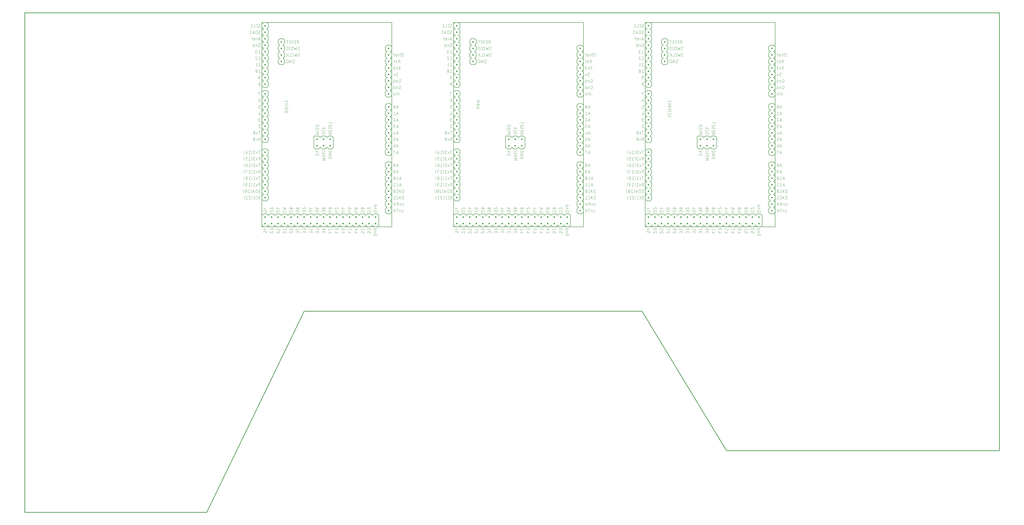
<source format=gbr>
G04 EAGLE Gerber X2 export*
G75*
%MOIN*%
%FSLAX34Y34*%
%LPD*%
%AMOC8*
5,1,8,0,0,1.08239X$1,22.5*%
G01*
%ADD10C,0.006000*%
%ADD11C,0.005000*%
%ADD12C,0.004000*%
%ADD13R,0.020000X0.020000*%
%ADD14C,0.003000*%
%ADD15C,0.010000*%


D10*
X66000Y44000D02*
X66000Y75500D01*
X86000Y75500D01*
X86000Y44000D01*
X66000Y44000D01*
X36500Y44000D02*
X36500Y75500D01*
X56500Y75500D01*
X56500Y44000D01*
X36500Y44000D01*
X95500Y44000D02*
X95500Y75500D01*
X115500Y75500D01*
X115500Y44000D01*
X95500Y44000D01*
D11*
X85000Y69250D02*
X85000Y69750D01*
X85000Y69250D02*
X85250Y69000D01*
X85000Y68750D01*
X85000Y68250D01*
X85250Y68000D01*
X85000Y67750D01*
X85000Y67250D01*
X85250Y67000D01*
X85000Y66750D01*
X85000Y66250D01*
X85250Y66000D01*
X85000Y65750D01*
X85000Y65250D01*
X85250Y65000D01*
X85000Y64750D01*
X85000Y64250D01*
X85750Y69000D02*
X86000Y69250D01*
X86000Y69750D01*
X85750Y70000D01*
X86000Y68250D02*
X85750Y68000D01*
X86000Y68250D02*
X86000Y68750D01*
X85750Y69000D01*
X86000Y67250D02*
X85750Y67000D01*
X86000Y67250D02*
X86000Y67750D01*
X85750Y68000D01*
X86000Y66250D02*
X85750Y66000D01*
X86000Y66250D02*
X86000Y66750D01*
X85750Y67000D01*
X86000Y65250D02*
X85750Y65000D01*
X86000Y65250D02*
X86000Y65750D01*
X85750Y66000D01*
X86000Y64750D02*
X86000Y64250D01*
X86000Y64750D02*
X85750Y65000D01*
X85000Y64250D02*
X85250Y64000D01*
X85750Y64000D01*
X86000Y64250D01*
X66000Y64250D02*
X66000Y64750D01*
X66000Y64250D02*
X66250Y64000D01*
X66000Y63750D01*
X66000Y63250D01*
X66250Y63000D01*
X66000Y62750D01*
X66000Y62250D01*
X66250Y62000D01*
X66000Y61750D01*
X66000Y61250D01*
X66250Y61000D01*
X66000Y60750D01*
X66000Y60250D01*
X66250Y60000D01*
X66000Y59750D01*
X66000Y59250D01*
X66250Y59000D01*
X66000Y58750D01*
X66000Y58250D01*
X66250Y58000D01*
X66000Y57750D01*
X66000Y57250D01*
X66750Y62000D02*
X67000Y62250D01*
X67000Y62750D01*
X66750Y63000D01*
X67000Y61250D02*
X66750Y61000D01*
X67000Y61250D02*
X67000Y61750D01*
X66750Y62000D01*
X67000Y60250D02*
X66750Y60000D01*
X67000Y60250D02*
X67000Y60750D01*
X66750Y61000D01*
X67000Y59250D02*
X66750Y59000D01*
X67000Y59250D02*
X67000Y59750D01*
X66750Y60000D01*
X67000Y58250D02*
X66750Y58000D01*
X67000Y58250D02*
X67000Y58750D01*
X66750Y59000D01*
X67000Y57750D02*
X67000Y57250D01*
X67000Y57750D02*
X66750Y58000D01*
X66000Y57250D02*
X66250Y57000D01*
X66750Y57000D01*
X67000Y57250D01*
X66750Y65000D02*
X66250Y65000D01*
X66000Y64750D01*
X66750Y64000D02*
X67000Y64250D01*
X67000Y64750D01*
X66750Y65000D01*
X67000Y63250D02*
X66750Y63000D01*
X67000Y63250D02*
X67000Y63750D01*
X66750Y64000D01*
X66000Y55750D02*
X66000Y55250D01*
X66250Y55000D01*
X66000Y54750D01*
X66000Y54250D01*
X66250Y54000D01*
X66000Y53750D01*
X66000Y53250D01*
X66250Y53000D01*
X66000Y52750D01*
X66000Y52250D01*
X66250Y52000D01*
X66000Y51750D01*
X66000Y51250D01*
X66250Y51000D01*
X66000Y50750D01*
X66000Y50250D01*
X66250Y50000D01*
X66000Y49750D01*
X66000Y49250D01*
X66250Y49000D01*
X66000Y48750D01*
X66000Y48250D01*
X66750Y53000D02*
X67000Y53250D01*
X67000Y53750D01*
X66750Y54000D01*
X67000Y52250D02*
X66750Y52000D01*
X67000Y52250D02*
X67000Y52750D01*
X66750Y53000D01*
X67000Y51250D02*
X66750Y51000D01*
X67000Y51250D02*
X67000Y51750D01*
X66750Y52000D01*
X67000Y50250D02*
X66750Y50000D01*
X67000Y50250D02*
X67000Y50750D01*
X66750Y51000D01*
X67000Y49250D02*
X66750Y49000D01*
X67000Y49250D02*
X67000Y49750D01*
X66750Y50000D01*
X67000Y48750D02*
X67000Y48250D01*
X67000Y48750D02*
X66750Y49000D01*
X66000Y48250D02*
X66250Y48000D01*
X66750Y48000D01*
X67000Y48250D01*
X66750Y56000D02*
X66250Y56000D01*
X66000Y55750D01*
X66750Y55000D02*
X67000Y55250D01*
X67000Y55750D01*
X66750Y56000D01*
X67000Y54250D02*
X66750Y54000D01*
X67000Y54250D02*
X67000Y54750D01*
X66750Y55000D01*
X66250Y72500D02*
X66000Y72750D01*
X66250Y72500D02*
X66000Y72250D01*
X66000Y71750D01*
X66250Y71500D01*
X66000Y71250D01*
X66000Y70750D01*
X66250Y70500D01*
X66000Y70250D01*
X66000Y69750D01*
X66250Y69500D01*
X66000Y69250D01*
X66000Y68750D01*
X66250Y68500D01*
X66000Y68250D01*
X66000Y67750D01*
X66250Y67500D01*
X66000Y67250D01*
X66000Y66750D01*
X66250Y66500D01*
X66000Y66250D01*
X66000Y65750D01*
X66750Y70500D02*
X67000Y70750D01*
X67000Y71250D01*
X66750Y71500D01*
X67000Y69750D02*
X66750Y69500D01*
X67000Y69750D02*
X67000Y70250D01*
X66750Y70500D01*
X67000Y68750D02*
X66750Y68500D01*
X67000Y68750D02*
X67000Y69250D01*
X66750Y69500D01*
X67000Y67750D02*
X66750Y67500D01*
X67000Y67750D02*
X67000Y68250D01*
X66750Y68500D01*
X67000Y66750D02*
X66750Y66500D01*
X67000Y66750D02*
X67000Y67250D01*
X66750Y67500D01*
X67000Y66250D02*
X67000Y65750D01*
X67000Y66250D02*
X66750Y66500D01*
X66000Y65750D02*
X66250Y65500D01*
X66750Y65500D01*
X67000Y65750D01*
X66750Y72500D02*
X67000Y72750D01*
X67000Y73250D01*
X66750Y73500D01*
X67000Y71750D02*
X66750Y71500D01*
X67000Y71750D02*
X67000Y72250D01*
X66750Y72500D01*
X83250Y44000D02*
X83750Y44000D01*
X83750Y46000D02*
X83250Y46000D01*
X84000Y44250D02*
X83750Y44000D01*
X84000Y44250D02*
X84000Y45750D01*
X83750Y46000D01*
X83000Y44250D02*
X83250Y44000D01*
X83000Y44250D02*
X82750Y44000D01*
X82250Y44000D01*
X82000Y44250D01*
X81750Y44000D01*
X81250Y44000D01*
X81000Y44250D01*
X80750Y44000D01*
X80250Y44000D01*
X83000Y45750D02*
X83250Y46000D01*
X79750Y46000D02*
X79250Y46000D01*
X79000Y45750D01*
X79750Y46000D02*
X80000Y45750D01*
X80250Y46000D01*
X80750Y46000D01*
X81000Y45750D01*
X81250Y46000D01*
X81750Y46000D01*
X82000Y45750D01*
X82250Y46000D01*
X82750Y46000D01*
X83000Y45750D01*
X80250Y44000D02*
X80000Y44250D01*
X79750Y44000D01*
X79250Y44000D01*
X79000Y44250D01*
X78750Y44000D02*
X78250Y44000D01*
X78250Y46000D02*
X78750Y46000D01*
X79000Y44250D02*
X78750Y44000D01*
X79000Y45750D02*
X78750Y46000D01*
X78000Y44250D02*
X78250Y44000D01*
X78000Y44250D02*
X77750Y44000D01*
X77250Y44000D01*
X77000Y44250D01*
X76750Y44000D01*
X76250Y44000D01*
X76000Y44250D01*
X75750Y44000D01*
X75250Y44000D01*
X78000Y45750D02*
X78250Y46000D01*
X75250Y46000D02*
X75000Y45750D01*
X75250Y46000D02*
X75750Y46000D01*
X76000Y45750D01*
X76250Y46000D01*
X76750Y46000D01*
X77000Y45750D01*
X77250Y46000D01*
X77750Y46000D01*
X78000Y45750D01*
X75250Y44000D02*
X75000Y44250D01*
X74750Y44000D01*
X74250Y44000D01*
X74000Y44250D01*
X73750Y44000D01*
X73250Y44000D01*
X73000Y44250D01*
X72750Y44000D01*
X72250Y44000D01*
X71750Y46000D02*
X71250Y46000D01*
X71000Y45750D01*
X71750Y46000D02*
X72000Y45750D01*
X72250Y46000D01*
X72750Y46000D01*
X73000Y45750D01*
X73250Y46000D01*
X73750Y46000D01*
X74000Y45750D01*
X74250Y46000D01*
X74750Y46000D01*
X75000Y45750D01*
X72250Y44000D02*
X72000Y44250D01*
X71750Y44000D01*
X71250Y44000D01*
X71000Y44250D01*
X70750Y44000D02*
X70250Y44000D01*
X70250Y46000D02*
X70750Y46000D01*
X71000Y44250D02*
X70750Y44000D01*
X71000Y45750D02*
X70750Y46000D01*
X70000Y44250D02*
X70250Y44000D01*
X70000Y44250D02*
X69750Y44000D01*
X69250Y44000D01*
X69000Y44250D01*
X68750Y44000D01*
X68250Y44000D01*
X68000Y44250D01*
X67750Y44000D01*
X67250Y44000D01*
X70000Y45750D02*
X70250Y46000D01*
X67250Y46000D02*
X67000Y45750D01*
X67250Y46000D02*
X67750Y46000D01*
X68000Y45750D01*
X68250Y46000D01*
X68750Y46000D01*
X69000Y45750D01*
X69250Y46000D01*
X69750Y46000D01*
X70000Y45750D01*
X67250Y44000D02*
X67000Y44250D01*
X66750Y46000D02*
X66250Y46000D01*
X66250Y44000D02*
X66750Y44000D01*
X66000Y45750D02*
X66250Y46000D01*
X66000Y45750D02*
X66000Y44250D01*
X66250Y44000D01*
X67000Y45750D02*
X66750Y46000D01*
X67000Y44250D02*
X66750Y44000D01*
X85000Y53250D02*
X85000Y53750D01*
X85000Y53250D02*
X85250Y53000D01*
X85000Y52750D01*
X85000Y52250D01*
X85250Y52000D01*
X85000Y51750D01*
X85000Y51250D01*
X85250Y51000D01*
X85000Y50750D01*
X85000Y50250D01*
X85250Y50000D01*
X85000Y49750D01*
X85000Y49250D01*
X85250Y49000D01*
X85000Y48750D01*
X85000Y48250D01*
X85250Y48000D01*
X85000Y47750D01*
X85000Y47250D01*
X85250Y47000D01*
X85000Y46750D01*
X85000Y46250D01*
X85750Y51000D02*
X86000Y51250D01*
X86000Y51750D01*
X85750Y52000D01*
X86000Y50250D02*
X85750Y50000D01*
X86000Y50250D02*
X86000Y50750D01*
X85750Y51000D01*
X86000Y49250D02*
X85750Y49000D01*
X86000Y49250D02*
X86000Y49750D01*
X85750Y50000D01*
X86000Y48250D02*
X85750Y48000D01*
X86000Y48250D02*
X86000Y48750D01*
X85750Y49000D01*
X86000Y47250D02*
X85750Y47000D01*
X86000Y47250D02*
X86000Y47750D01*
X85750Y48000D01*
X86000Y46750D02*
X86000Y46250D01*
X86000Y46750D02*
X85750Y47000D01*
X85000Y46250D02*
X85250Y46000D01*
X85750Y46000D01*
X86000Y46250D01*
X85750Y54000D02*
X85250Y54000D01*
X85000Y53750D01*
X85750Y53000D02*
X86000Y53250D01*
X86000Y53750D01*
X85750Y54000D01*
X86000Y52250D02*
X85750Y52000D01*
X86000Y52250D02*
X86000Y52750D01*
X85750Y53000D01*
X85000Y62250D02*
X85000Y62750D01*
X85000Y62250D02*
X85250Y62000D01*
X85000Y61750D01*
X85000Y61250D01*
X85250Y61000D01*
X85000Y60750D01*
X85000Y60250D01*
X85250Y60000D01*
X85000Y59750D01*
X85000Y59250D01*
X85250Y59000D01*
X85000Y58750D01*
X85000Y58250D01*
X85250Y58000D01*
X85000Y57750D01*
X85000Y57250D01*
X85250Y57000D01*
X85000Y56750D01*
X85000Y56250D01*
X85250Y56000D01*
X85000Y55750D01*
X85000Y55250D01*
X85750Y60000D02*
X86000Y60250D01*
X86000Y60750D01*
X85750Y61000D01*
X86000Y59250D02*
X85750Y59000D01*
X86000Y59250D02*
X86000Y59750D01*
X85750Y60000D01*
X86000Y58250D02*
X85750Y58000D01*
X86000Y58250D02*
X86000Y58750D01*
X85750Y59000D01*
X86000Y57250D02*
X85750Y57000D01*
X86000Y57250D02*
X86000Y57750D01*
X85750Y58000D01*
X86000Y56250D02*
X85750Y56000D01*
X86000Y56250D02*
X86000Y56750D01*
X85750Y57000D01*
X86000Y55750D02*
X86000Y55250D01*
X86000Y55750D02*
X85750Y56000D01*
X85000Y55250D02*
X85250Y55000D01*
X85750Y55000D01*
X86000Y55250D01*
X85750Y63000D02*
X85250Y63000D01*
X85000Y62750D01*
X85750Y62000D02*
X86000Y62250D01*
X86000Y62750D01*
X85750Y63000D01*
X86000Y61250D02*
X85750Y61000D01*
X86000Y61250D02*
X86000Y61750D01*
X85750Y62000D01*
D12*
X87218Y69270D02*
X87218Y69730D01*
X87090Y69730D01*
X87069Y69728D01*
X87048Y69723D01*
X87029Y69715D01*
X87011Y69703D01*
X86996Y69689D01*
X86983Y69672D01*
X86973Y69653D01*
X86966Y69633D01*
X86962Y69613D01*
X86962Y69591D01*
X86966Y69571D01*
X86973Y69551D01*
X86983Y69532D01*
X86996Y69515D01*
X87011Y69501D01*
X87029Y69489D01*
X87048Y69481D01*
X87069Y69476D01*
X87090Y69474D01*
X87218Y69474D01*
X87065Y69474D02*
X86962Y69270D01*
X86737Y69449D02*
X86609Y69398D01*
X86737Y69449D02*
X86750Y69456D01*
X86761Y69466D01*
X86770Y69479D01*
X86776Y69493D01*
X86778Y69508D01*
X86777Y69523D01*
X86772Y69537D01*
X86764Y69550D01*
X86753Y69561D01*
X86741Y69569D01*
X86726Y69574D01*
X86711Y69576D01*
X86712Y69576D02*
X86682Y69574D01*
X86653Y69569D01*
X86625Y69561D01*
X86597Y69550D01*
X86609Y69397D02*
X86596Y69390D01*
X86585Y69380D01*
X86576Y69367D01*
X86570Y69353D01*
X86568Y69338D01*
X86569Y69323D01*
X86574Y69309D01*
X86582Y69296D01*
X86593Y69285D01*
X86605Y69277D01*
X86620Y69272D01*
X86635Y69270D01*
X86671Y69272D01*
X86706Y69277D01*
X86741Y69285D01*
X86776Y69296D01*
X86423Y69577D02*
X86270Y69577D01*
X86372Y69730D02*
X86372Y69347D01*
X86373Y69347D02*
X86372Y69332D01*
X86367Y69318D01*
X86360Y69304D01*
X86350Y69293D01*
X86339Y69283D01*
X86325Y69276D01*
X86311Y69271D01*
X86296Y69270D01*
X86270Y69270D01*
X87208Y68270D02*
X87336Y68270D01*
X87208Y68270D02*
X87187Y68272D01*
X87166Y68277D01*
X87147Y68285D01*
X87129Y68297D01*
X87114Y68311D01*
X87101Y68328D01*
X87091Y68347D01*
X87084Y68367D01*
X87080Y68387D01*
X87080Y68409D01*
X87084Y68429D01*
X87091Y68449D01*
X87101Y68468D01*
X87114Y68485D01*
X87129Y68499D01*
X87147Y68511D01*
X87166Y68519D01*
X87187Y68524D01*
X87208Y68526D01*
X87182Y68730D02*
X87336Y68730D01*
X87182Y68730D02*
X87163Y68728D01*
X87145Y68723D01*
X87128Y68715D01*
X87113Y68703D01*
X87101Y68689D01*
X87091Y68673D01*
X87084Y68656D01*
X87080Y68637D01*
X87080Y68619D01*
X87084Y68600D01*
X87091Y68583D01*
X87101Y68567D01*
X87113Y68553D01*
X87128Y68541D01*
X87145Y68533D01*
X87163Y68528D01*
X87182Y68526D01*
X87284Y68526D01*
X86905Y68577D02*
X86803Y68270D01*
X86701Y68577D01*
X86526Y68270D02*
X86398Y68270D01*
X86377Y68272D01*
X86356Y68277D01*
X86337Y68285D01*
X86319Y68297D01*
X86304Y68311D01*
X86291Y68328D01*
X86281Y68347D01*
X86274Y68367D01*
X86270Y68387D01*
X86270Y68409D01*
X86274Y68429D01*
X86281Y68449D01*
X86291Y68468D01*
X86304Y68485D01*
X86319Y68499D01*
X86337Y68511D01*
X86356Y68519D01*
X86377Y68524D01*
X86398Y68526D01*
X86372Y68730D02*
X86526Y68730D01*
X86372Y68730D02*
X86353Y68728D01*
X86335Y68723D01*
X86318Y68715D01*
X86303Y68703D01*
X86291Y68689D01*
X86281Y68673D01*
X86274Y68656D01*
X86270Y68637D01*
X86270Y68619D01*
X86274Y68600D01*
X86281Y68583D01*
X86291Y68567D01*
X86303Y68553D01*
X86318Y68541D01*
X86335Y68533D01*
X86353Y68528D01*
X86372Y68526D01*
X86474Y68526D01*
X86752Y67270D02*
X86905Y67270D01*
X86752Y67270D02*
X86734Y67272D01*
X86717Y67276D01*
X86701Y67284D01*
X86686Y67294D01*
X86674Y67306D01*
X86664Y67321D01*
X86656Y67337D01*
X86652Y67354D01*
X86650Y67372D01*
X86649Y67372D02*
X86649Y67423D01*
X86650Y67423D02*
X86652Y67441D01*
X86656Y67458D01*
X86664Y67474D01*
X86674Y67489D01*
X86686Y67501D01*
X86701Y67511D01*
X86717Y67519D01*
X86734Y67523D01*
X86752Y67525D01*
X86752Y67526D02*
X86905Y67526D01*
X86905Y67730D01*
X86649Y67730D01*
X86474Y67577D02*
X86372Y67270D01*
X86270Y67577D01*
X87097Y66526D02*
X87174Y66526D01*
X87097Y66526D02*
X87097Y66270D01*
X87250Y66270D01*
X87268Y66272D01*
X87285Y66276D01*
X87301Y66284D01*
X87316Y66294D01*
X87328Y66306D01*
X87338Y66321D01*
X87346Y66337D01*
X87350Y66354D01*
X87352Y66372D01*
X87353Y66372D02*
X87353Y66628D01*
X87352Y66628D02*
X87350Y66646D01*
X87346Y66663D01*
X87338Y66679D01*
X87328Y66694D01*
X87316Y66706D01*
X87301Y66716D01*
X87285Y66724D01*
X87268Y66728D01*
X87250Y66730D01*
X87097Y66730D01*
X86877Y66577D02*
X86877Y66270D01*
X86877Y66577D02*
X86749Y66577D01*
X86732Y66575D01*
X86716Y66569D01*
X86701Y66560D01*
X86689Y66548D01*
X86680Y66533D01*
X86674Y66517D01*
X86672Y66500D01*
X86673Y66500D02*
X86673Y66270D01*
X86270Y66270D02*
X86270Y66730D01*
X86270Y66270D02*
X86398Y66270D01*
X86413Y66271D01*
X86427Y66276D01*
X86441Y66283D01*
X86452Y66293D01*
X86462Y66304D01*
X86469Y66318D01*
X86474Y66332D01*
X86475Y66347D01*
X86474Y66347D02*
X86474Y66500D01*
X86475Y66500D02*
X86474Y66515D01*
X86469Y66529D01*
X86462Y66543D01*
X86452Y66554D01*
X86441Y66564D01*
X86427Y66571D01*
X86413Y66576D01*
X86398Y66577D01*
X86270Y66577D01*
X87097Y65526D02*
X87174Y65526D01*
X87097Y65526D02*
X87097Y65270D01*
X87250Y65270D01*
X87268Y65272D01*
X87285Y65276D01*
X87301Y65284D01*
X87316Y65294D01*
X87328Y65306D01*
X87338Y65321D01*
X87346Y65337D01*
X87350Y65354D01*
X87352Y65372D01*
X87353Y65372D02*
X87353Y65628D01*
X87352Y65628D02*
X87350Y65646D01*
X87346Y65663D01*
X87338Y65679D01*
X87328Y65694D01*
X87316Y65706D01*
X87301Y65716D01*
X87285Y65724D01*
X87268Y65728D01*
X87250Y65730D01*
X87097Y65730D01*
X86877Y65577D02*
X86877Y65270D01*
X86877Y65577D02*
X86749Y65577D01*
X86732Y65575D01*
X86716Y65569D01*
X86701Y65560D01*
X86689Y65548D01*
X86680Y65533D01*
X86674Y65517D01*
X86672Y65500D01*
X86673Y65500D02*
X86673Y65270D01*
X86270Y65270D02*
X86270Y65730D01*
X86270Y65270D02*
X86398Y65270D01*
X86413Y65271D01*
X86427Y65276D01*
X86441Y65283D01*
X86452Y65293D01*
X86462Y65304D01*
X86469Y65318D01*
X86474Y65332D01*
X86475Y65347D01*
X86474Y65347D02*
X86474Y65500D01*
X86475Y65500D02*
X86474Y65515D01*
X86469Y65529D01*
X86462Y65543D01*
X86452Y65554D01*
X86441Y65564D01*
X86427Y65571D01*
X86413Y65576D01*
X86398Y65577D01*
X86270Y65577D01*
X87141Y64730D02*
X86987Y64270D01*
X86834Y64730D01*
X86672Y64577D02*
X86672Y64270D01*
X86685Y64704D02*
X86685Y64730D01*
X86659Y64730D01*
X86659Y64704D01*
X86685Y64704D01*
X86474Y64577D02*
X86474Y64270D01*
X86474Y64577D02*
X86347Y64577D01*
X86330Y64575D01*
X86314Y64569D01*
X86299Y64560D01*
X86287Y64548D01*
X86278Y64533D01*
X86272Y64517D01*
X86270Y64500D01*
X86270Y64270D01*
X86848Y62730D02*
X87001Y62270D01*
X86694Y62270D02*
X86848Y62730D01*
X86733Y62385D02*
X86963Y62385D01*
X86525Y62500D02*
X86523Y62534D01*
X86519Y62568D01*
X86511Y62602D01*
X86500Y62635D01*
X86487Y62666D01*
X86488Y62666D02*
X86481Y62681D01*
X86472Y62695D01*
X86460Y62707D01*
X86446Y62717D01*
X86431Y62724D01*
X86415Y62729D01*
X86398Y62730D01*
X86381Y62729D01*
X86365Y62724D01*
X86350Y62717D01*
X86336Y62707D01*
X86324Y62695D01*
X86315Y62681D01*
X86308Y62666D01*
X86295Y62635D01*
X86284Y62602D01*
X86276Y62568D01*
X86272Y62534D01*
X86270Y62500D01*
X86525Y62500D02*
X86523Y62466D01*
X86519Y62432D01*
X86511Y62398D01*
X86500Y62365D01*
X86487Y62334D01*
X86488Y62334D02*
X86481Y62319D01*
X86472Y62305D01*
X86460Y62293D01*
X86446Y62283D01*
X86431Y62276D01*
X86415Y62271D01*
X86398Y62270D01*
X86308Y62334D02*
X86295Y62365D01*
X86284Y62398D01*
X86276Y62432D01*
X86272Y62466D01*
X86270Y62500D01*
X86308Y62334D02*
X86315Y62319D01*
X86324Y62305D01*
X86336Y62293D01*
X86350Y62283D01*
X86365Y62276D01*
X86381Y62271D01*
X86398Y62270D01*
X86500Y62372D02*
X86296Y62628D01*
X86848Y61730D02*
X87001Y61270D01*
X86694Y61270D02*
X86848Y61730D01*
X86733Y61385D02*
X86963Y61385D01*
X86526Y61628D02*
X86398Y61730D01*
X86398Y61270D01*
X86526Y61270D02*
X86270Y61270D01*
X86848Y60730D02*
X87001Y60270D01*
X86694Y60270D02*
X86848Y60730D01*
X86733Y60385D02*
X86963Y60385D01*
X86385Y60730D02*
X86365Y60728D01*
X86346Y60723D01*
X86328Y60715D01*
X86311Y60703D01*
X86297Y60689D01*
X86285Y60673D01*
X86277Y60654D01*
X86272Y60635D01*
X86270Y60615D01*
X86385Y60730D02*
X86408Y60728D01*
X86431Y60723D01*
X86452Y60714D01*
X86472Y60702D01*
X86490Y60687D01*
X86505Y60669D01*
X86517Y60649D01*
X86526Y60628D01*
X86308Y60525D02*
X86295Y60540D01*
X86284Y60557D01*
X86276Y60576D01*
X86272Y60595D01*
X86270Y60615D01*
X86308Y60526D02*
X86526Y60270D01*
X86270Y60270D01*
X86848Y59730D02*
X87001Y59270D01*
X86694Y59270D02*
X86848Y59730D01*
X86733Y59385D02*
X86963Y59385D01*
X86526Y59270D02*
X86398Y59270D01*
X86377Y59272D01*
X86356Y59277D01*
X86337Y59285D01*
X86319Y59297D01*
X86304Y59311D01*
X86291Y59328D01*
X86281Y59347D01*
X86274Y59367D01*
X86270Y59387D01*
X86270Y59409D01*
X86274Y59429D01*
X86281Y59449D01*
X86291Y59468D01*
X86304Y59485D01*
X86319Y59499D01*
X86337Y59511D01*
X86356Y59519D01*
X86377Y59524D01*
X86398Y59526D01*
X86372Y59730D02*
X86526Y59730D01*
X86372Y59730D02*
X86353Y59728D01*
X86335Y59723D01*
X86318Y59715D01*
X86303Y59703D01*
X86291Y59689D01*
X86281Y59673D01*
X86274Y59656D01*
X86270Y59637D01*
X86270Y59619D01*
X86274Y59600D01*
X86281Y59583D01*
X86291Y59567D01*
X86303Y59553D01*
X86318Y59541D01*
X86335Y59533D01*
X86353Y59528D01*
X86372Y59526D01*
X86474Y59526D01*
X86848Y58730D02*
X87001Y58270D01*
X86694Y58270D02*
X86848Y58730D01*
X86733Y58385D02*
X86963Y58385D01*
X86526Y58372D02*
X86423Y58730D01*
X86526Y58372D02*
X86270Y58372D01*
X86347Y58474D02*
X86347Y58270D01*
X86848Y57730D02*
X87001Y57270D01*
X86694Y57270D02*
X86848Y57730D01*
X86733Y57385D02*
X86963Y57385D01*
X86526Y57270D02*
X86372Y57270D01*
X86354Y57272D01*
X86337Y57276D01*
X86321Y57284D01*
X86306Y57294D01*
X86294Y57306D01*
X86284Y57321D01*
X86276Y57337D01*
X86272Y57354D01*
X86270Y57372D01*
X86270Y57423D01*
X86272Y57441D01*
X86276Y57458D01*
X86284Y57474D01*
X86294Y57489D01*
X86306Y57501D01*
X86321Y57511D01*
X86337Y57519D01*
X86354Y57523D01*
X86372Y57525D01*
X86372Y57526D02*
X86526Y57526D01*
X86526Y57730D01*
X86270Y57730D01*
X86848Y56730D02*
X87001Y56270D01*
X86694Y56270D02*
X86848Y56730D01*
X86733Y56385D02*
X86963Y56385D01*
X86526Y56526D02*
X86372Y56526D01*
X86372Y56525D02*
X86354Y56523D01*
X86337Y56519D01*
X86321Y56511D01*
X86306Y56501D01*
X86294Y56489D01*
X86284Y56474D01*
X86276Y56458D01*
X86272Y56441D01*
X86270Y56423D01*
X86270Y56398D01*
X86272Y56377D01*
X86277Y56356D01*
X86285Y56337D01*
X86297Y56319D01*
X86311Y56304D01*
X86328Y56291D01*
X86347Y56281D01*
X86367Y56274D01*
X86387Y56270D01*
X86409Y56270D01*
X86429Y56274D01*
X86449Y56281D01*
X86468Y56291D01*
X86485Y56304D01*
X86499Y56319D01*
X86511Y56337D01*
X86519Y56356D01*
X86524Y56377D01*
X86526Y56398D01*
X86526Y56526D01*
X86525Y56526D02*
X86523Y56553D01*
X86518Y56579D01*
X86509Y56604D01*
X86498Y56628D01*
X86483Y56650D01*
X86465Y56670D01*
X86445Y56688D01*
X86423Y56703D01*
X86399Y56714D01*
X86374Y56723D01*
X86348Y56728D01*
X86321Y56730D01*
X86848Y55730D02*
X87001Y55270D01*
X86694Y55270D02*
X86848Y55730D01*
X86733Y55385D02*
X86963Y55385D01*
X86526Y55679D02*
X86526Y55730D01*
X86270Y55730D01*
X86398Y55270D01*
X86848Y53730D02*
X87001Y53270D01*
X86694Y53270D02*
X86848Y53730D01*
X86733Y53385D02*
X86963Y53385D01*
X86526Y53398D02*
X86524Y53419D01*
X86519Y53440D01*
X86511Y53459D01*
X86499Y53477D01*
X86485Y53492D01*
X86468Y53505D01*
X86449Y53515D01*
X86429Y53522D01*
X86409Y53526D01*
X86387Y53526D01*
X86367Y53522D01*
X86347Y53515D01*
X86328Y53505D01*
X86311Y53492D01*
X86297Y53477D01*
X86285Y53459D01*
X86277Y53440D01*
X86272Y53419D01*
X86270Y53398D01*
X86272Y53377D01*
X86277Y53356D01*
X86285Y53337D01*
X86297Y53319D01*
X86311Y53304D01*
X86328Y53291D01*
X86347Y53281D01*
X86367Y53274D01*
X86387Y53270D01*
X86409Y53270D01*
X86429Y53274D01*
X86449Y53281D01*
X86468Y53291D01*
X86485Y53304D01*
X86499Y53319D01*
X86511Y53337D01*
X86519Y53356D01*
X86524Y53377D01*
X86526Y53398D01*
X86500Y53628D02*
X86498Y53647D01*
X86493Y53665D01*
X86485Y53682D01*
X86473Y53697D01*
X86459Y53709D01*
X86443Y53719D01*
X86426Y53726D01*
X86407Y53730D01*
X86389Y53730D01*
X86370Y53726D01*
X86353Y53719D01*
X86337Y53709D01*
X86323Y53697D01*
X86311Y53682D01*
X86303Y53665D01*
X86298Y53647D01*
X86296Y53628D01*
X86298Y53609D01*
X86303Y53591D01*
X86311Y53574D01*
X86323Y53559D01*
X86337Y53547D01*
X86353Y53537D01*
X86370Y53530D01*
X86389Y53526D01*
X86407Y53526D01*
X86426Y53530D01*
X86443Y53537D01*
X86459Y53547D01*
X86473Y53559D01*
X86485Y53574D01*
X86493Y53591D01*
X86498Y53609D01*
X86500Y53628D01*
X86848Y52730D02*
X87001Y52270D01*
X86694Y52270D02*
X86848Y52730D01*
X86733Y52385D02*
X86963Y52385D01*
X86423Y52474D02*
X86270Y52474D01*
X86423Y52475D02*
X86441Y52477D01*
X86458Y52481D01*
X86474Y52489D01*
X86489Y52499D01*
X86501Y52511D01*
X86511Y52526D01*
X86519Y52542D01*
X86523Y52559D01*
X86525Y52577D01*
X86526Y52577D02*
X86526Y52602D01*
X86524Y52623D01*
X86519Y52644D01*
X86511Y52663D01*
X86499Y52681D01*
X86485Y52696D01*
X86468Y52709D01*
X86449Y52719D01*
X86429Y52726D01*
X86409Y52730D01*
X86387Y52730D01*
X86367Y52726D01*
X86347Y52719D01*
X86328Y52709D01*
X86311Y52696D01*
X86297Y52681D01*
X86285Y52663D01*
X86277Y52644D01*
X86272Y52623D01*
X86270Y52602D01*
X86270Y52474D01*
X86272Y52447D01*
X86277Y52421D01*
X86286Y52396D01*
X86297Y52372D01*
X86312Y52350D01*
X86330Y52330D01*
X86350Y52312D01*
X86372Y52297D01*
X86396Y52286D01*
X86421Y52277D01*
X86447Y52272D01*
X86474Y52270D01*
X87298Y51730D02*
X87451Y51270D01*
X87144Y51270D02*
X87298Y51730D01*
X87183Y51385D02*
X87413Y51385D01*
X86976Y51628D02*
X86848Y51730D01*
X86848Y51270D01*
X86976Y51270D02*
X86720Y51270D01*
X86525Y51500D02*
X86523Y51534D01*
X86519Y51568D01*
X86511Y51602D01*
X86500Y51635D01*
X86487Y51666D01*
X86488Y51666D02*
X86481Y51681D01*
X86472Y51695D01*
X86460Y51707D01*
X86446Y51717D01*
X86431Y51724D01*
X86415Y51729D01*
X86398Y51730D01*
X86381Y51729D01*
X86365Y51724D01*
X86350Y51717D01*
X86336Y51707D01*
X86324Y51695D01*
X86315Y51681D01*
X86308Y51666D01*
X86295Y51635D01*
X86284Y51602D01*
X86276Y51568D01*
X86272Y51534D01*
X86270Y51500D01*
X86525Y51500D02*
X86523Y51466D01*
X86519Y51432D01*
X86511Y51398D01*
X86500Y51365D01*
X86487Y51334D01*
X86488Y51334D02*
X86481Y51319D01*
X86472Y51305D01*
X86460Y51293D01*
X86446Y51283D01*
X86431Y51276D01*
X86415Y51271D01*
X86398Y51270D01*
X86308Y51334D02*
X86295Y51365D01*
X86284Y51398D01*
X86276Y51432D01*
X86272Y51466D01*
X86270Y51500D01*
X86308Y51334D02*
X86315Y51319D01*
X86324Y51305D01*
X86336Y51293D01*
X86350Y51283D01*
X86365Y51276D01*
X86381Y51271D01*
X86398Y51270D01*
X86500Y51372D02*
X86296Y51628D01*
X87298Y50730D02*
X87451Y50270D01*
X87144Y50270D02*
X87298Y50730D01*
X87183Y50385D02*
X87413Y50385D01*
X86976Y50628D02*
X86848Y50730D01*
X86848Y50270D01*
X86976Y50270D02*
X86720Y50270D01*
X86526Y50628D02*
X86398Y50730D01*
X86398Y50270D01*
X86526Y50270D02*
X86270Y50270D01*
X87816Y49730D02*
X87816Y49270D01*
X87816Y49730D02*
X87688Y49730D01*
X87668Y49728D01*
X87648Y49724D01*
X87630Y49716D01*
X87613Y49706D01*
X87597Y49693D01*
X87584Y49677D01*
X87574Y49660D01*
X87566Y49642D01*
X87562Y49622D01*
X87560Y49602D01*
X87560Y49398D01*
X87562Y49378D01*
X87566Y49358D01*
X87574Y49340D01*
X87584Y49323D01*
X87597Y49307D01*
X87613Y49294D01*
X87630Y49284D01*
X87648Y49276D01*
X87668Y49272D01*
X87688Y49270D01*
X87816Y49270D01*
X87376Y49270D02*
X87223Y49730D01*
X87069Y49270D01*
X87108Y49385D02*
X87338Y49385D01*
X86800Y49270D02*
X86697Y49270D01*
X86800Y49270D02*
X86818Y49272D01*
X86835Y49276D01*
X86851Y49284D01*
X86866Y49294D01*
X86878Y49306D01*
X86888Y49321D01*
X86896Y49337D01*
X86900Y49354D01*
X86902Y49372D01*
X86902Y49628D01*
X86900Y49646D01*
X86896Y49663D01*
X86888Y49679D01*
X86878Y49694D01*
X86866Y49706D01*
X86851Y49716D01*
X86835Y49724D01*
X86818Y49728D01*
X86800Y49730D01*
X86697Y49730D01*
X86487Y49666D02*
X86500Y49635D01*
X86511Y49602D01*
X86519Y49568D01*
X86523Y49534D01*
X86525Y49500D01*
X86488Y49666D02*
X86481Y49681D01*
X86472Y49695D01*
X86460Y49707D01*
X86446Y49717D01*
X86431Y49724D01*
X86415Y49729D01*
X86398Y49730D01*
X86381Y49729D01*
X86365Y49724D01*
X86350Y49717D01*
X86336Y49707D01*
X86324Y49695D01*
X86315Y49681D01*
X86308Y49666D01*
X86295Y49635D01*
X86284Y49602D01*
X86276Y49568D01*
X86272Y49534D01*
X86270Y49500D01*
X86525Y49500D02*
X86523Y49466D01*
X86519Y49432D01*
X86511Y49398D01*
X86500Y49365D01*
X86487Y49334D01*
X86488Y49334D02*
X86481Y49319D01*
X86472Y49305D01*
X86460Y49293D01*
X86446Y49283D01*
X86431Y49276D01*
X86415Y49271D01*
X86398Y49270D01*
X86308Y49334D02*
X86295Y49365D01*
X86284Y49398D01*
X86276Y49432D01*
X86272Y49466D01*
X86270Y49500D01*
X86308Y49334D02*
X86315Y49319D01*
X86324Y49305D01*
X86336Y49293D01*
X86350Y49283D01*
X86365Y49276D01*
X86381Y49271D01*
X86398Y49270D01*
X86500Y49372D02*
X86296Y49628D01*
X87816Y48730D02*
X87816Y48270D01*
X87816Y48730D02*
X87688Y48730D01*
X87668Y48728D01*
X87648Y48724D01*
X87630Y48716D01*
X87613Y48706D01*
X87597Y48693D01*
X87584Y48677D01*
X87574Y48660D01*
X87566Y48642D01*
X87562Y48622D01*
X87560Y48602D01*
X87560Y48398D01*
X87562Y48378D01*
X87566Y48358D01*
X87574Y48340D01*
X87584Y48323D01*
X87597Y48307D01*
X87613Y48294D01*
X87630Y48284D01*
X87648Y48276D01*
X87668Y48272D01*
X87688Y48270D01*
X87816Y48270D01*
X87376Y48270D02*
X87223Y48730D01*
X87069Y48270D01*
X87108Y48385D02*
X87338Y48385D01*
X86800Y48270D02*
X86697Y48270D01*
X86800Y48270D02*
X86818Y48272D01*
X86835Y48276D01*
X86851Y48284D01*
X86866Y48294D01*
X86878Y48306D01*
X86888Y48321D01*
X86896Y48337D01*
X86900Y48354D01*
X86902Y48372D01*
X86902Y48628D01*
X86900Y48646D01*
X86896Y48663D01*
X86888Y48679D01*
X86878Y48694D01*
X86866Y48706D01*
X86851Y48716D01*
X86835Y48724D01*
X86818Y48728D01*
X86800Y48730D01*
X86697Y48730D01*
X86526Y48628D02*
X86398Y48730D01*
X86398Y48270D01*
X86526Y48270D02*
X86270Y48270D01*
X87606Y47270D02*
X87708Y47270D01*
X87723Y47271D01*
X87737Y47276D01*
X87751Y47283D01*
X87762Y47293D01*
X87772Y47304D01*
X87779Y47318D01*
X87784Y47332D01*
X87785Y47347D01*
X87785Y47500D01*
X87784Y47515D01*
X87779Y47529D01*
X87772Y47543D01*
X87762Y47554D01*
X87751Y47564D01*
X87737Y47571D01*
X87723Y47576D01*
X87708Y47577D01*
X87606Y47577D01*
X87426Y47577D02*
X87426Y47270D01*
X87426Y47577D02*
X87298Y47577D01*
X87281Y47575D01*
X87265Y47569D01*
X87250Y47560D01*
X87238Y47548D01*
X87229Y47533D01*
X87223Y47517D01*
X87221Y47500D01*
X87221Y47270D01*
X86998Y47270D02*
X86998Y47730D01*
X86870Y47730D01*
X86849Y47728D01*
X86828Y47723D01*
X86809Y47715D01*
X86791Y47703D01*
X86776Y47689D01*
X86763Y47672D01*
X86753Y47653D01*
X86746Y47633D01*
X86742Y47613D01*
X86742Y47591D01*
X86746Y47571D01*
X86753Y47551D01*
X86763Y47532D01*
X86776Y47515D01*
X86791Y47501D01*
X86809Y47489D01*
X86828Y47481D01*
X86849Y47476D01*
X86870Y47474D01*
X86998Y47474D01*
X86845Y47474D02*
X86743Y47270D01*
X86577Y47270D02*
X86270Y47730D01*
X86577Y47730D02*
X86270Y47270D01*
X87531Y46270D02*
X87633Y46270D01*
X87648Y46271D01*
X87662Y46276D01*
X87676Y46283D01*
X87687Y46293D01*
X87697Y46304D01*
X87704Y46318D01*
X87709Y46332D01*
X87710Y46347D01*
X87710Y46500D01*
X87709Y46515D01*
X87704Y46529D01*
X87697Y46543D01*
X87687Y46554D01*
X87676Y46564D01*
X87662Y46571D01*
X87648Y46576D01*
X87633Y46577D01*
X87531Y46577D01*
X87351Y46577D02*
X87351Y46270D01*
X87351Y46577D02*
X87223Y46577D01*
X87206Y46575D01*
X87190Y46569D01*
X87175Y46560D01*
X87163Y46548D01*
X87154Y46533D01*
X87148Y46517D01*
X87146Y46500D01*
X87146Y46270D01*
X86843Y46270D02*
X86843Y46730D01*
X86716Y46730D02*
X86971Y46730D01*
X86577Y46270D02*
X86270Y46730D01*
X86577Y46730D02*
X86270Y46270D01*
X65730Y72770D02*
X65577Y73230D01*
X65423Y72770D01*
X65462Y72885D02*
X65692Y72885D01*
X65241Y72770D02*
X65241Y73077D01*
X65088Y73077D01*
X65088Y73026D01*
X64867Y72770D02*
X64739Y72770D01*
X64867Y72770D02*
X64882Y72771D01*
X64896Y72776D01*
X64910Y72783D01*
X64921Y72793D01*
X64931Y72804D01*
X64938Y72818D01*
X64943Y72832D01*
X64944Y72847D01*
X64944Y72974D01*
X64942Y72993D01*
X64937Y73011D01*
X64929Y73028D01*
X64917Y73043D01*
X64903Y73055D01*
X64887Y73065D01*
X64870Y73072D01*
X64851Y73076D01*
X64833Y73076D01*
X64814Y73072D01*
X64797Y73065D01*
X64781Y73055D01*
X64767Y73043D01*
X64755Y73028D01*
X64747Y73011D01*
X64742Y72993D01*
X64740Y72974D01*
X64739Y72974D02*
X64739Y72923D01*
X64944Y72923D01*
X64529Y72770D02*
X64529Y73153D01*
X64530Y73153D02*
X64529Y73168D01*
X64524Y73182D01*
X64517Y73196D01*
X64507Y73207D01*
X64496Y73217D01*
X64482Y73224D01*
X64468Y73229D01*
X64453Y73230D01*
X64427Y73230D01*
X64427Y73077D02*
X64580Y73077D01*
X65474Y72026D02*
X65551Y72026D01*
X65474Y72026D02*
X65474Y71770D01*
X65628Y71770D01*
X65646Y71772D01*
X65663Y71776D01*
X65679Y71784D01*
X65694Y71794D01*
X65706Y71806D01*
X65716Y71821D01*
X65724Y71837D01*
X65728Y71854D01*
X65730Y71872D01*
X65730Y72128D01*
X65728Y72146D01*
X65724Y72163D01*
X65716Y72179D01*
X65706Y72194D01*
X65694Y72206D01*
X65679Y72216D01*
X65663Y72224D01*
X65646Y72228D01*
X65628Y72230D01*
X65474Y72230D01*
X65254Y72077D02*
X65254Y71770D01*
X65254Y72077D02*
X65127Y72077D01*
X65110Y72075D01*
X65094Y72069D01*
X65079Y72060D01*
X65067Y72048D01*
X65058Y72033D01*
X65052Y72017D01*
X65050Y72000D01*
X65050Y71770D01*
X64647Y71770D02*
X64647Y72230D01*
X64647Y71770D02*
X64775Y71770D01*
X64790Y71771D01*
X64804Y71776D01*
X64818Y71783D01*
X64829Y71793D01*
X64839Y71804D01*
X64846Y71818D01*
X64851Y71832D01*
X64852Y71847D01*
X64852Y72000D01*
X64851Y72015D01*
X64846Y72029D01*
X64839Y72043D01*
X64829Y72054D01*
X64818Y72064D01*
X64804Y72071D01*
X64790Y72076D01*
X64775Y72077D01*
X64647Y72077D01*
X65602Y71230D02*
X65730Y71128D01*
X65602Y71230D02*
X65602Y70770D01*
X65730Y70770D02*
X65474Y70770D01*
X65280Y70770D02*
X65152Y70770D01*
X65131Y70772D01*
X65110Y70777D01*
X65091Y70785D01*
X65073Y70797D01*
X65058Y70811D01*
X65045Y70828D01*
X65035Y70847D01*
X65028Y70867D01*
X65024Y70887D01*
X65024Y70909D01*
X65028Y70929D01*
X65035Y70949D01*
X65045Y70968D01*
X65058Y70985D01*
X65073Y70999D01*
X65091Y71011D01*
X65110Y71019D01*
X65131Y71024D01*
X65152Y71026D01*
X65127Y71230D02*
X65280Y71230D01*
X65127Y71230D02*
X65108Y71228D01*
X65090Y71223D01*
X65073Y71215D01*
X65058Y71203D01*
X65046Y71189D01*
X65036Y71173D01*
X65029Y71156D01*
X65025Y71137D01*
X65025Y71119D01*
X65029Y71100D01*
X65036Y71083D01*
X65046Y71067D01*
X65058Y71053D01*
X65073Y71041D01*
X65090Y71033D01*
X65108Y71028D01*
X65127Y71026D01*
X65229Y71026D01*
X65602Y70230D02*
X65730Y70128D01*
X65602Y70230D02*
X65602Y69770D01*
X65730Y69770D02*
X65474Y69770D01*
X65024Y70115D02*
X65026Y70135D01*
X65031Y70154D01*
X65039Y70173D01*
X65051Y70189D01*
X65065Y70203D01*
X65082Y70215D01*
X65100Y70223D01*
X65119Y70228D01*
X65139Y70230D01*
X65162Y70228D01*
X65185Y70223D01*
X65206Y70214D01*
X65226Y70202D01*
X65244Y70187D01*
X65259Y70169D01*
X65271Y70149D01*
X65280Y70128D01*
X65062Y70025D02*
X65049Y70040D01*
X65038Y70057D01*
X65030Y70076D01*
X65026Y70095D01*
X65024Y70115D01*
X65063Y70026D02*
X65280Y69770D01*
X65024Y69770D01*
X65602Y69230D02*
X65730Y69128D01*
X65602Y69230D02*
X65602Y68770D01*
X65730Y68770D02*
X65474Y68770D01*
X65280Y69128D02*
X65152Y69230D01*
X65152Y68770D01*
X65280Y68770D02*
X65024Y68770D01*
X65602Y68230D02*
X65730Y68128D01*
X65602Y68230D02*
X65602Y67770D01*
X65730Y67770D02*
X65474Y67770D01*
X65280Y68000D02*
X65278Y68034D01*
X65274Y68068D01*
X65266Y68102D01*
X65255Y68135D01*
X65242Y68166D01*
X65235Y68181D01*
X65226Y68195D01*
X65214Y68207D01*
X65200Y68217D01*
X65185Y68224D01*
X65169Y68229D01*
X65152Y68230D01*
X65135Y68229D01*
X65119Y68224D01*
X65104Y68217D01*
X65090Y68207D01*
X65078Y68195D01*
X65069Y68181D01*
X65062Y68166D01*
X65063Y68166D02*
X65050Y68135D01*
X65039Y68102D01*
X65031Y68068D01*
X65027Y68034D01*
X65025Y68000D01*
X65280Y68000D02*
X65278Y67966D01*
X65274Y67932D01*
X65266Y67898D01*
X65255Y67865D01*
X65242Y67834D01*
X65235Y67819D01*
X65226Y67805D01*
X65214Y67793D01*
X65200Y67783D01*
X65185Y67776D01*
X65169Y67771D01*
X65152Y67770D01*
X65063Y67834D02*
X65050Y67865D01*
X65039Y67898D01*
X65031Y67932D01*
X65027Y67966D01*
X65025Y68000D01*
X65062Y67834D02*
X65069Y67819D01*
X65078Y67805D01*
X65090Y67793D01*
X65104Y67783D01*
X65119Y67776D01*
X65135Y67771D01*
X65152Y67770D01*
X65254Y67872D02*
X65050Y68128D01*
X65474Y66974D02*
X65628Y66974D01*
X65628Y66975D02*
X65646Y66977D01*
X65663Y66981D01*
X65679Y66989D01*
X65694Y66999D01*
X65706Y67011D01*
X65716Y67026D01*
X65724Y67042D01*
X65728Y67059D01*
X65730Y67077D01*
X65730Y67102D01*
X65728Y67123D01*
X65723Y67144D01*
X65715Y67163D01*
X65703Y67181D01*
X65689Y67196D01*
X65672Y67209D01*
X65653Y67219D01*
X65633Y67226D01*
X65613Y67230D01*
X65591Y67230D01*
X65571Y67226D01*
X65551Y67219D01*
X65532Y67209D01*
X65515Y67196D01*
X65501Y67181D01*
X65489Y67163D01*
X65481Y67144D01*
X65476Y67123D01*
X65474Y67102D01*
X65474Y66974D01*
X65475Y66974D02*
X65477Y66947D01*
X65482Y66921D01*
X65491Y66896D01*
X65502Y66872D01*
X65517Y66850D01*
X65535Y66830D01*
X65555Y66812D01*
X65577Y66797D01*
X65601Y66786D01*
X65626Y66777D01*
X65652Y66772D01*
X65679Y66770D01*
X65730Y65898D02*
X65728Y65919D01*
X65723Y65940D01*
X65715Y65959D01*
X65703Y65977D01*
X65689Y65992D01*
X65672Y66005D01*
X65653Y66015D01*
X65633Y66022D01*
X65613Y66026D01*
X65591Y66026D01*
X65571Y66022D01*
X65551Y66015D01*
X65532Y66005D01*
X65515Y65992D01*
X65501Y65977D01*
X65489Y65959D01*
X65481Y65940D01*
X65476Y65919D01*
X65474Y65898D01*
X65476Y65877D01*
X65481Y65856D01*
X65489Y65837D01*
X65501Y65819D01*
X65515Y65804D01*
X65532Y65791D01*
X65551Y65781D01*
X65571Y65774D01*
X65591Y65770D01*
X65613Y65770D01*
X65633Y65774D01*
X65653Y65781D01*
X65672Y65791D01*
X65689Y65804D01*
X65703Y65819D01*
X65715Y65837D01*
X65723Y65856D01*
X65728Y65877D01*
X65730Y65898D01*
X65704Y66128D02*
X65702Y66147D01*
X65697Y66165D01*
X65689Y66182D01*
X65677Y66197D01*
X65663Y66209D01*
X65647Y66219D01*
X65630Y66226D01*
X65611Y66230D01*
X65593Y66230D01*
X65574Y66226D01*
X65557Y66219D01*
X65541Y66209D01*
X65527Y66197D01*
X65515Y66182D01*
X65507Y66165D01*
X65502Y66147D01*
X65500Y66128D01*
X65502Y66109D01*
X65507Y66091D01*
X65515Y66074D01*
X65527Y66059D01*
X65541Y66047D01*
X65557Y66037D01*
X65574Y66030D01*
X65593Y66026D01*
X65611Y66026D01*
X65630Y66030D01*
X65647Y66037D01*
X65663Y66047D01*
X65677Y66059D01*
X65689Y66074D01*
X65697Y66091D01*
X65702Y66109D01*
X65704Y66128D01*
X65730Y64730D02*
X65730Y64679D01*
X65730Y64730D02*
X65474Y64730D01*
X65602Y64270D01*
X65577Y63526D02*
X65730Y63526D01*
X65577Y63525D02*
X65559Y63523D01*
X65542Y63519D01*
X65526Y63511D01*
X65511Y63501D01*
X65499Y63489D01*
X65489Y63474D01*
X65481Y63458D01*
X65477Y63441D01*
X65475Y63423D01*
X65474Y63423D02*
X65474Y63398D01*
X65476Y63377D01*
X65481Y63356D01*
X65489Y63337D01*
X65501Y63319D01*
X65515Y63304D01*
X65532Y63291D01*
X65551Y63281D01*
X65571Y63274D01*
X65591Y63270D01*
X65613Y63270D01*
X65633Y63274D01*
X65653Y63281D01*
X65672Y63291D01*
X65689Y63304D01*
X65703Y63319D01*
X65715Y63337D01*
X65723Y63356D01*
X65728Y63377D01*
X65730Y63398D01*
X65730Y63526D01*
X65728Y63553D01*
X65723Y63579D01*
X65714Y63604D01*
X65703Y63628D01*
X65688Y63650D01*
X65670Y63670D01*
X65650Y63688D01*
X65628Y63703D01*
X65604Y63714D01*
X65579Y63723D01*
X65553Y63728D01*
X65526Y63730D01*
X65577Y62270D02*
X65730Y62270D01*
X65577Y62270D02*
X65559Y62272D01*
X65542Y62276D01*
X65526Y62284D01*
X65511Y62294D01*
X65499Y62306D01*
X65489Y62321D01*
X65481Y62337D01*
X65477Y62354D01*
X65475Y62372D01*
X65474Y62372D02*
X65474Y62423D01*
X65475Y62423D02*
X65477Y62441D01*
X65481Y62458D01*
X65489Y62474D01*
X65499Y62489D01*
X65511Y62501D01*
X65526Y62511D01*
X65542Y62519D01*
X65559Y62523D01*
X65577Y62525D01*
X65577Y62526D02*
X65730Y62526D01*
X65730Y62730D01*
X65474Y62730D01*
X65628Y61730D02*
X65730Y61372D01*
X65474Y61372D01*
X65551Y61474D02*
X65551Y61270D01*
X65602Y60270D02*
X65730Y60270D01*
X65602Y60270D02*
X65581Y60272D01*
X65560Y60277D01*
X65541Y60285D01*
X65523Y60297D01*
X65508Y60311D01*
X65495Y60328D01*
X65485Y60347D01*
X65478Y60367D01*
X65474Y60387D01*
X65474Y60409D01*
X65478Y60429D01*
X65485Y60449D01*
X65495Y60468D01*
X65508Y60485D01*
X65523Y60499D01*
X65541Y60511D01*
X65560Y60519D01*
X65581Y60524D01*
X65602Y60526D01*
X65577Y60730D02*
X65730Y60730D01*
X65577Y60730D02*
X65558Y60728D01*
X65540Y60723D01*
X65523Y60715D01*
X65508Y60703D01*
X65496Y60689D01*
X65486Y60673D01*
X65479Y60656D01*
X65475Y60637D01*
X65475Y60619D01*
X65479Y60600D01*
X65486Y60583D01*
X65496Y60567D01*
X65508Y60553D01*
X65523Y60541D01*
X65540Y60533D01*
X65558Y60528D01*
X65577Y60526D01*
X65679Y60526D01*
X65589Y59730D02*
X65569Y59728D01*
X65550Y59723D01*
X65532Y59715D01*
X65515Y59703D01*
X65501Y59689D01*
X65489Y59673D01*
X65481Y59654D01*
X65476Y59635D01*
X65474Y59615D01*
X65589Y59730D02*
X65612Y59728D01*
X65635Y59723D01*
X65656Y59714D01*
X65676Y59702D01*
X65694Y59687D01*
X65709Y59669D01*
X65721Y59649D01*
X65730Y59628D01*
X65512Y59525D02*
X65499Y59540D01*
X65488Y59557D01*
X65480Y59576D01*
X65476Y59595D01*
X65474Y59615D01*
X65513Y59526D02*
X65730Y59270D01*
X65474Y59270D01*
X65602Y58730D02*
X65602Y58270D01*
X65730Y58730D02*
X65474Y58730D01*
X65125Y58577D02*
X65329Y58270D01*
X65125Y58270D02*
X65329Y58577D01*
X64950Y58500D02*
X64948Y58534D01*
X64944Y58568D01*
X64936Y58602D01*
X64925Y58635D01*
X64912Y58666D01*
X64905Y58681D01*
X64896Y58695D01*
X64884Y58707D01*
X64870Y58717D01*
X64855Y58724D01*
X64839Y58729D01*
X64822Y58730D01*
X64805Y58729D01*
X64789Y58724D01*
X64774Y58717D01*
X64760Y58707D01*
X64748Y58695D01*
X64739Y58681D01*
X64732Y58666D01*
X64733Y58666D02*
X64720Y58635D01*
X64709Y58602D01*
X64701Y58568D01*
X64697Y58534D01*
X64695Y58500D01*
X64950Y58500D02*
X64948Y58466D01*
X64944Y58432D01*
X64936Y58398D01*
X64925Y58365D01*
X64912Y58334D01*
X64905Y58319D01*
X64896Y58305D01*
X64884Y58293D01*
X64870Y58283D01*
X64855Y58276D01*
X64839Y58271D01*
X64822Y58270D01*
X64733Y58334D02*
X64720Y58365D01*
X64709Y58398D01*
X64701Y58432D01*
X64697Y58466D01*
X64695Y58500D01*
X64732Y58334D02*
X64739Y58319D01*
X64748Y58305D01*
X64760Y58293D01*
X64774Y58283D01*
X64789Y58276D01*
X64805Y58271D01*
X64822Y58270D01*
X64924Y58372D02*
X64720Y58628D01*
X65730Y57730D02*
X65730Y57270D01*
X65730Y57730D02*
X65602Y57730D01*
X65581Y57728D01*
X65560Y57723D01*
X65541Y57715D01*
X65523Y57703D01*
X65508Y57689D01*
X65495Y57672D01*
X65485Y57653D01*
X65478Y57633D01*
X65474Y57613D01*
X65474Y57591D01*
X65478Y57571D01*
X65485Y57551D01*
X65495Y57532D01*
X65508Y57515D01*
X65523Y57501D01*
X65541Y57489D01*
X65560Y57481D01*
X65581Y57476D01*
X65602Y57474D01*
X65730Y57474D01*
X65577Y57474D02*
X65474Y57270D01*
X65302Y57270D02*
X65098Y57577D01*
X65302Y57577D02*
X65098Y57270D01*
X64923Y57500D02*
X64921Y57534D01*
X64917Y57568D01*
X64909Y57602D01*
X64898Y57635D01*
X64885Y57666D01*
X64878Y57681D01*
X64869Y57695D01*
X64857Y57707D01*
X64843Y57717D01*
X64828Y57724D01*
X64812Y57729D01*
X64795Y57730D01*
X64778Y57729D01*
X64762Y57724D01*
X64747Y57717D01*
X64733Y57707D01*
X64721Y57695D01*
X64712Y57681D01*
X64705Y57666D01*
X64692Y57635D01*
X64681Y57602D01*
X64673Y57568D01*
X64669Y57534D01*
X64667Y57500D01*
X64923Y57500D02*
X64921Y57466D01*
X64917Y57432D01*
X64909Y57398D01*
X64898Y57365D01*
X64885Y57334D01*
X64878Y57319D01*
X64869Y57305D01*
X64857Y57293D01*
X64843Y57283D01*
X64828Y57276D01*
X64812Y57271D01*
X64795Y57270D01*
X64705Y57334D02*
X64692Y57365D01*
X64681Y57398D01*
X64673Y57432D01*
X64669Y57466D01*
X64667Y57500D01*
X64705Y57334D02*
X64712Y57319D01*
X64721Y57305D01*
X64733Y57293D01*
X64747Y57283D01*
X64762Y57276D01*
X64778Y57271D01*
X64795Y57270D01*
X64897Y57372D02*
X64693Y57628D01*
X65602Y55730D02*
X65602Y55270D01*
X65730Y55730D02*
X65474Y55730D01*
X65125Y55577D02*
X65329Y55270D01*
X65125Y55270D02*
X65329Y55577D01*
X64950Y55270D02*
X64822Y55270D01*
X64801Y55272D01*
X64780Y55277D01*
X64761Y55285D01*
X64743Y55297D01*
X64728Y55311D01*
X64715Y55328D01*
X64705Y55347D01*
X64698Y55367D01*
X64694Y55387D01*
X64694Y55409D01*
X64698Y55429D01*
X64705Y55449D01*
X64715Y55468D01*
X64728Y55485D01*
X64743Y55499D01*
X64761Y55511D01*
X64780Y55519D01*
X64801Y55524D01*
X64822Y55526D01*
X64797Y55730D02*
X64950Y55730D01*
X64797Y55730D02*
X64778Y55728D01*
X64760Y55723D01*
X64743Y55715D01*
X64728Y55703D01*
X64716Y55689D01*
X64706Y55673D01*
X64699Y55656D01*
X64695Y55637D01*
X64695Y55619D01*
X64699Y55600D01*
X64706Y55583D01*
X64716Y55567D01*
X64728Y55553D01*
X64743Y55541D01*
X64760Y55533D01*
X64778Y55528D01*
X64797Y55526D01*
X64899Y55526D01*
X64498Y55500D02*
X64496Y55538D01*
X64491Y55576D01*
X64483Y55613D01*
X64472Y55650D01*
X64457Y55685D01*
X64439Y55719D01*
X64419Y55751D01*
X64396Y55781D01*
X64498Y55500D02*
X64496Y55462D01*
X64491Y55424D01*
X64483Y55387D01*
X64472Y55350D01*
X64457Y55315D01*
X64439Y55281D01*
X64419Y55249D01*
X64396Y55219D01*
X64215Y55628D02*
X64087Y55730D01*
X64087Y55270D01*
X64215Y55270D02*
X63959Y55270D01*
X63765Y55372D02*
X63663Y55730D01*
X63765Y55372D02*
X63509Y55372D01*
X63586Y55474D02*
X63586Y55270D01*
X63329Y55219D02*
X63306Y55249D01*
X63286Y55281D01*
X63268Y55315D01*
X63253Y55350D01*
X63242Y55387D01*
X63234Y55424D01*
X63229Y55462D01*
X63227Y55500D01*
X63229Y55538D01*
X63234Y55576D01*
X63242Y55613D01*
X63253Y55650D01*
X63268Y55685D01*
X63286Y55719D01*
X63306Y55751D01*
X63329Y55781D01*
X65730Y54730D02*
X65730Y54270D01*
X65730Y54730D02*
X65602Y54730D01*
X65581Y54728D01*
X65560Y54723D01*
X65541Y54715D01*
X65523Y54703D01*
X65508Y54689D01*
X65495Y54672D01*
X65485Y54653D01*
X65478Y54633D01*
X65474Y54613D01*
X65474Y54591D01*
X65478Y54571D01*
X65485Y54551D01*
X65495Y54532D01*
X65508Y54515D01*
X65523Y54501D01*
X65541Y54489D01*
X65560Y54481D01*
X65581Y54476D01*
X65602Y54474D01*
X65730Y54474D01*
X65577Y54474D02*
X65474Y54270D01*
X65302Y54270D02*
X65098Y54577D01*
X65302Y54577D02*
X65098Y54270D01*
X64923Y54270D02*
X64795Y54270D01*
X64774Y54272D01*
X64753Y54277D01*
X64734Y54285D01*
X64716Y54297D01*
X64701Y54311D01*
X64688Y54328D01*
X64678Y54347D01*
X64671Y54367D01*
X64667Y54387D01*
X64667Y54409D01*
X64671Y54429D01*
X64678Y54449D01*
X64688Y54468D01*
X64701Y54485D01*
X64716Y54499D01*
X64734Y54511D01*
X64753Y54519D01*
X64774Y54524D01*
X64795Y54526D01*
X64770Y54730D02*
X64923Y54730D01*
X64770Y54730D02*
X64751Y54728D01*
X64733Y54723D01*
X64716Y54715D01*
X64701Y54703D01*
X64689Y54689D01*
X64679Y54673D01*
X64672Y54656D01*
X64668Y54637D01*
X64668Y54619D01*
X64672Y54600D01*
X64679Y54583D01*
X64689Y54567D01*
X64701Y54553D01*
X64716Y54541D01*
X64733Y54533D01*
X64751Y54528D01*
X64770Y54526D01*
X64872Y54526D01*
X64470Y54500D02*
X64468Y54538D01*
X64463Y54576D01*
X64455Y54613D01*
X64444Y54650D01*
X64429Y54685D01*
X64411Y54719D01*
X64391Y54751D01*
X64368Y54781D01*
X64470Y54500D02*
X64468Y54462D01*
X64463Y54424D01*
X64455Y54387D01*
X64444Y54350D01*
X64429Y54315D01*
X64411Y54281D01*
X64391Y54249D01*
X64368Y54219D01*
X64188Y54628D02*
X64060Y54730D01*
X64060Y54270D01*
X64188Y54270D02*
X63932Y54270D01*
X63738Y54270D02*
X63585Y54270D01*
X63567Y54272D01*
X63550Y54276D01*
X63534Y54284D01*
X63519Y54294D01*
X63507Y54306D01*
X63497Y54321D01*
X63489Y54337D01*
X63485Y54354D01*
X63483Y54372D01*
X63482Y54372D02*
X63482Y54423D01*
X63483Y54423D02*
X63485Y54441D01*
X63489Y54458D01*
X63497Y54474D01*
X63507Y54489D01*
X63519Y54501D01*
X63534Y54511D01*
X63550Y54519D01*
X63567Y54523D01*
X63585Y54525D01*
X63585Y54526D02*
X63738Y54526D01*
X63738Y54730D01*
X63482Y54730D01*
X63200Y54500D02*
X63202Y54462D01*
X63207Y54424D01*
X63215Y54387D01*
X63226Y54350D01*
X63241Y54315D01*
X63259Y54281D01*
X63279Y54249D01*
X63302Y54219D01*
X63200Y54500D02*
X63202Y54538D01*
X63207Y54576D01*
X63215Y54613D01*
X63226Y54650D01*
X63241Y54685D01*
X63259Y54719D01*
X63279Y54751D01*
X63302Y54781D01*
X65602Y53730D02*
X65602Y53270D01*
X65730Y53730D02*
X65474Y53730D01*
X65125Y53577D02*
X65329Y53270D01*
X65125Y53270D02*
X65329Y53577D01*
X64809Y53730D02*
X64789Y53728D01*
X64770Y53723D01*
X64752Y53715D01*
X64735Y53703D01*
X64721Y53689D01*
X64709Y53673D01*
X64701Y53654D01*
X64696Y53635D01*
X64694Y53615D01*
X64809Y53730D02*
X64832Y53728D01*
X64855Y53723D01*
X64876Y53714D01*
X64896Y53702D01*
X64914Y53687D01*
X64929Y53669D01*
X64941Y53649D01*
X64950Y53628D01*
X64732Y53525D02*
X64719Y53540D01*
X64708Y53557D01*
X64700Y53576D01*
X64696Y53595D01*
X64694Y53615D01*
X64733Y53526D02*
X64950Y53270D01*
X64694Y53270D01*
X64498Y53500D02*
X64496Y53538D01*
X64491Y53576D01*
X64483Y53613D01*
X64472Y53650D01*
X64457Y53685D01*
X64439Y53719D01*
X64419Y53751D01*
X64396Y53781D01*
X64498Y53500D02*
X64496Y53462D01*
X64491Y53424D01*
X64483Y53387D01*
X64472Y53350D01*
X64457Y53315D01*
X64439Y53281D01*
X64419Y53249D01*
X64396Y53219D01*
X64215Y53628D02*
X64087Y53730D01*
X64087Y53270D01*
X64215Y53270D02*
X63959Y53270D01*
X63765Y53526D02*
X63612Y53526D01*
X63612Y53525D02*
X63594Y53523D01*
X63577Y53519D01*
X63561Y53511D01*
X63546Y53501D01*
X63534Y53489D01*
X63524Y53474D01*
X63516Y53458D01*
X63512Y53441D01*
X63510Y53423D01*
X63509Y53423D02*
X63509Y53398D01*
X63511Y53377D01*
X63516Y53356D01*
X63524Y53337D01*
X63536Y53319D01*
X63550Y53304D01*
X63567Y53291D01*
X63586Y53281D01*
X63606Y53274D01*
X63626Y53270D01*
X63648Y53270D01*
X63668Y53274D01*
X63688Y53281D01*
X63707Y53291D01*
X63724Y53304D01*
X63738Y53319D01*
X63750Y53337D01*
X63758Y53356D01*
X63763Y53377D01*
X63765Y53398D01*
X63765Y53526D01*
X63763Y53553D01*
X63758Y53579D01*
X63749Y53604D01*
X63738Y53628D01*
X63723Y53650D01*
X63705Y53670D01*
X63685Y53688D01*
X63663Y53703D01*
X63639Y53714D01*
X63614Y53723D01*
X63588Y53728D01*
X63561Y53730D01*
X63227Y53500D02*
X63229Y53462D01*
X63234Y53424D01*
X63242Y53387D01*
X63253Y53350D01*
X63268Y53315D01*
X63286Y53281D01*
X63306Y53249D01*
X63329Y53219D01*
X63227Y53500D02*
X63229Y53538D01*
X63234Y53576D01*
X63242Y53613D01*
X63253Y53650D01*
X63268Y53685D01*
X63286Y53719D01*
X63306Y53751D01*
X63329Y53781D01*
X65730Y52730D02*
X65730Y52270D01*
X65730Y52730D02*
X65602Y52730D01*
X65581Y52728D01*
X65560Y52723D01*
X65541Y52715D01*
X65523Y52703D01*
X65508Y52689D01*
X65495Y52672D01*
X65485Y52653D01*
X65478Y52633D01*
X65474Y52613D01*
X65474Y52591D01*
X65478Y52571D01*
X65485Y52551D01*
X65495Y52532D01*
X65508Y52515D01*
X65523Y52501D01*
X65541Y52489D01*
X65560Y52481D01*
X65581Y52476D01*
X65602Y52474D01*
X65730Y52474D01*
X65577Y52474D02*
X65474Y52270D01*
X65302Y52270D02*
X65098Y52577D01*
X65302Y52577D02*
X65098Y52270D01*
X64667Y52615D02*
X64669Y52635D01*
X64674Y52654D01*
X64682Y52673D01*
X64694Y52689D01*
X64708Y52703D01*
X64725Y52715D01*
X64743Y52723D01*
X64762Y52728D01*
X64782Y52730D01*
X64805Y52728D01*
X64828Y52723D01*
X64849Y52714D01*
X64869Y52702D01*
X64887Y52687D01*
X64902Y52669D01*
X64914Y52649D01*
X64923Y52628D01*
X64705Y52525D02*
X64692Y52540D01*
X64681Y52557D01*
X64673Y52576D01*
X64669Y52595D01*
X64667Y52615D01*
X64706Y52526D02*
X64923Y52270D01*
X64667Y52270D01*
X64470Y52500D02*
X64468Y52538D01*
X64463Y52576D01*
X64455Y52613D01*
X64444Y52650D01*
X64429Y52685D01*
X64411Y52719D01*
X64391Y52751D01*
X64368Y52781D01*
X64470Y52500D02*
X64468Y52462D01*
X64463Y52424D01*
X64455Y52387D01*
X64444Y52350D01*
X64429Y52315D01*
X64411Y52281D01*
X64391Y52249D01*
X64368Y52219D01*
X64188Y52628D02*
X64060Y52730D01*
X64060Y52270D01*
X64188Y52270D02*
X63932Y52270D01*
X63738Y52679D02*
X63738Y52730D01*
X63482Y52730D01*
X63610Y52270D01*
X63302Y52219D02*
X63279Y52249D01*
X63259Y52281D01*
X63241Y52315D01*
X63226Y52350D01*
X63215Y52387D01*
X63207Y52424D01*
X63202Y52462D01*
X63200Y52500D01*
X63202Y52538D01*
X63207Y52576D01*
X63215Y52613D01*
X63226Y52650D01*
X63241Y52685D01*
X63259Y52719D01*
X63279Y52751D01*
X63302Y52781D01*
X65602Y51730D02*
X65602Y51270D01*
X65730Y51730D02*
X65474Y51730D01*
X65125Y51577D02*
X65329Y51270D01*
X65125Y51270D02*
X65329Y51577D01*
X64950Y51628D02*
X64822Y51730D01*
X64822Y51270D01*
X64950Y51270D02*
X64694Y51270D01*
X64498Y51500D02*
X64496Y51538D01*
X64491Y51576D01*
X64483Y51613D01*
X64472Y51650D01*
X64457Y51685D01*
X64439Y51719D01*
X64419Y51751D01*
X64396Y51781D01*
X64498Y51500D02*
X64496Y51462D01*
X64491Y51424D01*
X64483Y51387D01*
X64472Y51350D01*
X64457Y51315D01*
X64439Y51281D01*
X64419Y51249D01*
X64396Y51219D01*
X64215Y51628D02*
X64087Y51730D01*
X64087Y51270D01*
X64215Y51270D02*
X63959Y51270D01*
X63765Y51398D02*
X63763Y51419D01*
X63758Y51440D01*
X63750Y51459D01*
X63738Y51477D01*
X63724Y51492D01*
X63707Y51505D01*
X63688Y51515D01*
X63668Y51522D01*
X63648Y51526D01*
X63626Y51526D01*
X63606Y51522D01*
X63586Y51515D01*
X63567Y51505D01*
X63550Y51492D01*
X63536Y51477D01*
X63524Y51459D01*
X63516Y51440D01*
X63511Y51419D01*
X63509Y51398D01*
X63511Y51377D01*
X63516Y51356D01*
X63524Y51337D01*
X63536Y51319D01*
X63550Y51304D01*
X63567Y51291D01*
X63586Y51281D01*
X63606Y51274D01*
X63626Y51270D01*
X63648Y51270D01*
X63668Y51274D01*
X63688Y51281D01*
X63707Y51291D01*
X63724Y51304D01*
X63738Y51319D01*
X63750Y51337D01*
X63758Y51356D01*
X63763Y51377D01*
X63765Y51398D01*
X63739Y51628D02*
X63737Y51647D01*
X63732Y51665D01*
X63724Y51682D01*
X63712Y51697D01*
X63698Y51709D01*
X63682Y51719D01*
X63665Y51726D01*
X63646Y51730D01*
X63628Y51730D01*
X63609Y51726D01*
X63592Y51719D01*
X63576Y51709D01*
X63562Y51697D01*
X63550Y51682D01*
X63542Y51665D01*
X63537Y51647D01*
X63535Y51628D01*
X63537Y51609D01*
X63542Y51591D01*
X63550Y51574D01*
X63562Y51559D01*
X63576Y51547D01*
X63592Y51537D01*
X63609Y51530D01*
X63628Y51526D01*
X63646Y51526D01*
X63665Y51530D01*
X63682Y51537D01*
X63698Y51547D01*
X63712Y51559D01*
X63724Y51574D01*
X63732Y51591D01*
X63737Y51609D01*
X63739Y51628D01*
X63227Y51500D02*
X63229Y51462D01*
X63234Y51424D01*
X63242Y51387D01*
X63253Y51350D01*
X63268Y51315D01*
X63286Y51281D01*
X63306Y51249D01*
X63329Y51219D01*
X63227Y51500D02*
X63229Y51538D01*
X63234Y51576D01*
X63242Y51613D01*
X63253Y51650D01*
X63268Y51685D01*
X63286Y51719D01*
X63306Y51751D01*
X63329Y51781D01*
X65730Y50730D02*
X65730Y50270D01*
X65730Y50730D02*
X65602Y50730D01*
X65581Y50728D01*
X65560Y50723D01*
X65541Y50715D01*
X65523Y50703D01*
X65508Y50689D01*
X65495Y50672D01*
X65485Y50653D01*
X65478Y50633D01*
X65474Y50613D01*
X65474Y50591D01*
X65478Y50571D01*
X65485Y50551D01*
X65495Y50532D01*
X65508Y50515D01*
X65523Y50501D01*
X65541Y50489D01*
X65560Y50481D01*
X65581Y50476D01*
X65602Y50474D01*
X65730Y50474D01*
X65577Y50474D02*
X65474Y50270D01*
X65302Y50270D02*
X65098Y50577D01*
X65302Y50577D02*
X65098Y50270D01*
X64923Y50628D02*
X64795Y50730D01*
X64795Y50270D01*
X64923Y50270D02*
X64667Y50270D01*
X64470Y50500D02*
X64468Y50538D01*
X64463Y50576D01*
X64455Y50613D01*
X64444Y50650D01*
X64429Y50685D01*
X64411Y50719D01*
X64391Y50751D01*
X64368Y50781D01*
X64470Y50500D02*
X64468Y50462D01*
X64463Y50424D01*
X64455Y50387D01*
X64444Y50350D01*
X64429Y50315D01*
X64411Y50281D01*
X64391Y50249D01*
X64368Y50219D01*
X64188Y50628D02*
X64060Y50730D01*
X64060Y50270D01*
X64188Y50270D02*
X63932Y50270D01*
X63636Y50474D02*
X63482Y50474D01*
X63636Y50475D02*
X63654Y50477D01*
X63671Y50481D01*
X63687Y50489D01*
X63702Y50499D01*
X63714Y50511D01*
X63724Y50526D01*
X63732Y50542D01*
X63736Y50559D01*
X63738Y50577D01*
X63738Y50602D01*
X63736Y50623D01*
X63731Y50644D01*
X63723Y50663D01*
X63711Y50681D01*
X63697Y50696D01*
X63680Y50709D01*
X63661Y50719D01*
X63641Y50726D01*
X63621Y50730D01*
X63599Y50730D01*
X63579Y50726D01*
X63559Y50719D01*
X63540Y50709D01*
X63523Y50696D01*
X63509Y50681D01*
X63497Y50663D01*
X63489Y50644D01*
X63484Y50623D01*
X63482Y50602D01*
X63482Y50474D01*
X63483Y50474D02*
X63485Y50447D01*
X63490Y50421D01*
X63499Y50396D01*
X63510Y50372D01*
X63525Y50350D01*
X63543Y50330D01*
X63563Y50312D01*
X63585Y50297D01*
X63609Y50286D01*
X63634Y50277D01*
X63660Y50272D01*
X63687Y50270D01*
X63302Y50219D02*
X63279Y50249D01*
X63259Y50281D01*
X63241Y50315D01*
X63226Y50350D01*
X63215Y50387D01*
X63207Y50424D01*
X63202Y50462D01*
X63200Y50500D01*
X63202Y50538D01*
X63207Y50576D01*
X63215Y50613D01*
X63226Y50650D01*
X63241Y50685D01*
X63259Y50719D01*
X63279Y50751D01*
X63302Y50781D01*
X65475Y48372D02*
X65477Y48354D01*
X65481Y48337D01*
X65489Y48321D01*
X65499Y48306D01*
X65511Y48294D01*
X65526Y48284D01*
X65542Y48276D01*
X65559Y48272D01*
X65577Y48270D01*
X65605Y48272D01*
X65633Y48277D01*
X65660Y48287D01*
X65686Y48299D01*
X65709Y48315D01*
X65730Y48334D01*
X65717Y48628D02*
X65715Y48646D01*
X65711Y48663D01*
X65703Y48679D01*
X65693Y48694D01*
X65681Y48706D01*
X65666Y48716D01*
X65650Y48724D01*
X65633Y48728D01*
X65615Y48730D01*
X65590Y48728D01*
X65566Y48724D01*
X65543Y48716D01*
X65520Y48705D01*
X65500Y48692D01*
X65666Y48538D02*
X65680Y48549D01*
X65693Y48562D01*
X65703Y48576D01*
X65711Y48593D01*
X65715Y48610D01*
X65717Y48628D01*
X65525Y48462D02*
X65511Y48451D01*
X65498Y48438D01*
X65488Y48424D01*
X65480Y48407D01*
X65476Y48390D01*
X65474Y48372D01*
X65526Y48462D02*
X65666Y48538D01*
X65194Y48270D02*
X65092Y48270D01*
X65194Y48270D02*
X65212Y48272D01*
X65229Y48276D01*
X65245Y48284D01*
X65260Y48294D01*
X65272Y48306D01*
X65282Y48321D01*
X65290Y48337D01*
X65294Y48354D01*
X65296Y48372D01*
X65296Y48628D01*
X65294Y48646D01*
X65290Y48663D01*
X65282Y48679D01*
X65272Y48694D01*
X65260Y48706D01*
X65245Y48716D01*
X65229Y48724D01*
X65212Y48728D01*
X65194Y48730D01*
X65092Y48730D01*
X64904Y48730D02*
X64904Y48270D01*
X64700Y48270D01*
X64528Y48500D02*
X64526Y48538D01*
X64521Y48576D01*
X64513Y48613D01*
X64502Y48650D01*
X64487Y48685D01*
X64469Y48719D01*
X64449Y48751D01*
X64426Y48781D01*
X64528Y48500D02*
X64526Y48462D01*
X64521Y48424D01*
X64513Y48387D01*
X64502Y48350D01*
X64487Y48315D01*
X64469Y48281D01*
X64449Y48249D01*
X64426Y48219D01*
X63989Y48615D02*
X63991Y48635D01*
X63996Y48654D01*
X64004Y48673D01*
X64016Y48689D01*
X64030Y48703D01*
X64047Y48715D01*
X64065Y48723D01*
X64084Y48728D01*
X64104Y48730D01*
X64127Y48728D01*
X64150Y48723D01*
X64171Y48714D01*
X64191Y48702D01*
X64209Y48687D01*
X64224Y48669D01*
X64236Y48649D01*
X64245Y48628D01*
X64027Y48525D02*
X64014Y48540D01*
X64003Y48557D01*
X63995Y48576D01*
X63991Y48595D01*
X63989Y48615D01*
X64028Y48526D02*
X64245Y48270D01*
X63989Y48270D01*
X63795Y48628D02*
X63667Y48730D01*
X63667Y48270D01*
X63795Y48270D02*
X63539Y48270D01*
X63359Y48219D02*
X63336Y48249D01*
X63316Y48281D01*
X63298Y48315D01*
X63283Y48350D01*
X63272Y48387D01*
X63264Y48424D01*
X63259Y48462D01*
X63257Y48500D01*
X63259Y48538D01*
X63264Y48576D01*
X63272Y48613D01*
X63283Y48650D01*
X63298Y48685D01*
X63316Y48719D01*
X63336Y48751D01*
X63359Y48781D01*
X65475Y49372D02*
X65477Y49354D01*
X65481Y49337D01*
X65489Y49321D01*
X65499Y49306D01*
X65511Y49294D01*
X65526Y49284D01*
X65542Y49276D01*
X65559Y49272D01*
X65577Y49270D01*
X65605Y49272D01*
X65633Y49277D01*
X65660Y49287D01*
X65686Y49299D01*
X65709Y49315D01*
X65730Y49334D01*
X65717Y49628D02*
X65715Y49646D01*
X65711Y49663D01*
X65703Y49679D01*
X65693Y49694D01*
X65681Y49706D01*
X65666Y49716D01*
X65650Y49724D01*
X65633Y49728D01*
X65615Y49730D01*
X65590Y49728D01*
X65566Y49724D01*
X65543Y49716D01*
X65520Y49705D01*
X65500Y49692D01*
X65666Y49538D02*
X65680Y49549D01*
X65693Y49562D01*
X65703Y49576D01*
X65711Y49593D01*
X65715Y49610D01*
X65717Y49628D01*
X65525Y49462D02*
X65511Y49451D01*
X65498Y49438D01*
X65488Y49424D01*
X65480Y49407D01*
X65476Y49390D01*
X65474Y49372D01*
X65526Y49462D02*
X65666Y49538D01*
X65280Y49730D02*
X65280Y49270D01*
X65280Y49730D02*
X65152Y49730D01*
X65132Y49728D01*
X65112Y49724D01*
X65094Y49716D01*
X65077Y49706D01*
X65061Y49693D01*
X65048Y49677D01*
X65038Y49660D01*
X65030Y49642D01*
X65026Y49622D01*
X65024Y49602D01*
X65024Y49398D01*
X65026Y49378D01*
X65030Y49358D01*
X65038Y49340D01*
X65048Y49323D01*
X65061Y49307D01*
X65077Y49294D01*
X65094Y49284D01*
X65112Y49276D01*
X65132Y49272D01*
X65152Y49270D01*
X65280Y49270D01*
X64841Y49270D02*
X64687Y49730D01*
X64534Y49270D01*
X64572Y49385D02*
X64802Y49385D01*
X64363Y49500D02*
X64361Y49538D01*
X64356Y49576D01*
X64348Y49613D01*
X64337Y49650D01*
X64322Y49685D01*
X64304Y49719D01*
X64284Y49751D01*
X64261Y49781D01*
X64363Y49500D02*
X64361Y49462D01*
X64356Y49424D01*
X64348Y49387D01*
X64337Y49350D01*
X64322Y49315D01*
X64304Y49281D01*
X64284Y49249D01*
X64261Y49219D01*
X63824Y49615D02*
X63826Y49635D01*
X63831Y49654D01*
X63839Y49673D01*
X63851Y49689D01*
X63865Y49703D01*
X63882Y49715D01*
X63900Y49723D01*
X63919Y49728D01*
X63939Y49730D01*
X63962Y49728D01*
X63985Y49723D01*
X64006Y49714D01*
X64026Y49702D01*
X64044Y49687D01*
X64059Y49669D01*
X64071Y49649D01*
X64080Y49628D01*
X63862Y49525D02*
X63849Y49540D01*
X63838Y49557D01*
X63830Y49576D01*
X63826Y49595D01*
X63824Y49615D01*
X63863Y49526D02*
X64080Y49270D01*
X63824Y49270D01*
X63630Y49500D02*
X63628Y49534D01*
X63624Y49568D01*
X63616Y49602D01*
X63605Y49635D01*
X63592Y49666D01*
X63585Y49681D01*
X63576Y49695D01*
X63564Y49707D01*
X63550Y49717D01*
X63535Y49724D01*
X63519Y49729D01*
X63502Y49730D01*
X63485Y49729D01*
X63469Y49724D01*
X63454Y49717D01*
X63440Y49707D01*
X63428Y49695D01*
X63419Y49681D01*
X63412Y49666D01*
X63413Y49666D02*
X63400Y49635D01*
X63389Y49602D01*
X63381Y49568D01*
X63377Y49534D01*
X63375Y49500D01*
X63630Y49500D02*
X63628Y49466D01*
X63624Y49432D01*
X63616Y49398D01*
X63605Y49365D01*
X63592Y49334D01*
X63585Y49319D01*
X63576Y49305D01*
X63564Y49293D01*
X63550Y49283D01*
X63535Y49276D01*
X63519Y49271D01*
X63502Y49270D01*
X63413Y49334D02*
X63400Y49365D01*
X63389Y49398D01*
X63381Y49432D01*
X63377Y49466D01*
X63375Y49500D01*
X63412Y49334D02*
X63419Y49319D01*
X63428Y49305D01*
X63440Y49293D01*
X63454Y49283D01*
X63469Y49276D01*
X63485Y49271D01*
X63502Y49270D01*
X63604Y49372D02*
X63400Y49628D01*
X63092Y49500D02*
X63094Y49462D01*
X63099Y49424D01*
X63107Y49387D01*
X63118Y49350D01*
X63133Y49315D01*
X63151Y49281D01*
X63171Y49249D01*
X63194Y49219D01*
X63092Y49500D02*
X63094Y49538D01*
X63099Y49576D01*
X63107Y49613D01*
X63118Y49650D01*
X63133Y49685D01*
X63151Y49719D01*
X63171Y49751D01*
X63194Y49781D01*
X66270Y46423D02*
X66270Y46270D01*
X66270Y46423D02*
X66272Y46441D01*
X66276Y46458D01*
X66284Y46474D01*
X66294Y46489D01*
X66306Y46501D01*
X66321Y46511D01*
X66337Y46519D01*
X66354Y46523D01*
X66372Y46525D01*
X66372Y46526D02*
X66423Y46526D01*
X66423Y46525D02*
X66441Y46523D01*
X66458Y46519D01*
X66474Y46511D01*
X66489Y46501D01*
X66501Y46489D01*
X66511Y46474D01*
X66519Y46458D01*
X66523Y46441D01*
X66525Y46423D01*
X66526Y46423D02*
X66526Y46270D01*
X66730Y46270D01*
X66730Y46526D01*
X66577Y46701D02*
X66270Y46803D01*
X66577Y46905D01*
X67615Y46526D02*
X67635Y46524D01*
X67654Y46519D01*
X67673Y46511D01*
X67689Y46499D01*
X67703Y46485D01*
X67715Y46469D01*
X67723Y46450D01*
X67728Y46431D01*
X67730Y46411D01*
X67728Y46388D01*
X67723Y46365D01*
X67714Y46344D01*
X67702Y46324D01*
X67687Y46306D01*
X67669Y46291D01*
X67649Y46279D01*
X67628Y46270D01*
X67525Y46488D02*
X67540Y46501D01*
X67557Y46512D01*
X67576Y46520D01*
X67595Y46524D01*
X67615Y46526D01*
X67526Y46487D02*
X67270Y46270D01*
X67270Y46526D01*
X67615Y46976D02*
X67635Y46974D01*
X67654Y46969D01*
X67673Y46961D01*
X67689Y46949D01*
X67703Y46935D01*
X67715Y46919D01*
X67723Y46900D01*
X67728Y46881D01*
X67730Y46861D01*
X67728Y46838D01*
X67723Y46815D01*
X67714Y46794D01*
X67702Y46774D01*
X67687Y46756D01*
X67669Y46741D01*
X67649Y46729D01*
X67628Y46720D01*
X67525Y46938D02*
X67540Y46951D01*
X67557Y46962D01*
X67576Y46970D01*
X67595Y46974D01*
X67615Y46976D01*
X67526Y46937D02*
X67270Y46720D01*
X67270Y46976D01*
X68615Y46526D02*
X68635Y46524D01*
X68654Y46519D01*
X68673Y46511D01*
X68689Y46499D01*
X68703Y46485D01*
X68715Y46469D01*
X68723Y46450D01*
X68728Y46431D01*
X68730Y46411D01*
X68728Y46388D01*
X68723Y46365D01*
X68714Y46344D01*
X68702Y46324D01*
X68687Y46306D01*
X68669Y46291D01*
X68649Y46279D01*
X68628Y46270D01*
X68525Y46488D02*
X68540Y46501D01*
X68557Y46512D01*
X68576Y46520D01*
X68595Y46524D01*
X68615Y46526D01*
X68526Y46487D02*
X68270Y46270D01*
X68270Y46526D01*
X68372Y46720D02*
X68730Y46822D01*
X68372Y46720D02*
X68372Y46976D01*
X68474Y46899D02*
X68270Y46899D01*
X69615Y46526D02*
X69635Y46524D01*
X69654Y46519D01*
X69673Y46511D01*
X69689Y46499D01*
X69703Y46485D01*
X69715Y46469D01*
X69723Y46450D01*
X69728Y46431D01*
X69730Y46411D01*
X69728Y46388D01*
X69723Y46365D01*
X69714Y46344D01*
X69702Y46324D01*
X69687Y46306D01*
X69669Y46291D01*
X69649Y46279D01*
X69628Y46270D01*
X69525Y46488D02*
X69540Y46501D01*
X69557Y46512D01*
X69576Y46520D01*
X69595Y46524D01*
X69615Y46526D01*
X69526Y46487D02*
X69270Y46270D01*
X69270Y46526D01*
X69526Y46720D02*
X69526Y46873D01*
X69525Y46873D02*
X69523Y46891D01*
X69519Y46908D01*
X69511Y46924D01*
X69501Y46939D01*
X69489Y46951D01*
X69474Y46961D01*
X69458Y46969D01*
X69441Y46973D01*
X69423Y46975D01*
X69423Y46976D02*
X69398Y46976D01*
X69377Y46974D01*
X69356Y46969D01*
X69337Y46961D01*
X69319Y46949D01*
X69304Y46935D01*
X69291Y46918D01*
X69281Y46899D01*
X69274Y46879D01*
X69270Y46859D01*
X69270Y46837D01*
X69274Y46817D01*
X69281Y46797D01*
X69291Y46778D01*
X69304Y46761D01*
X69319Y46747D01*
X69337Y46735D01*
X69356Y46727D01*
X69377Y46722D01*
X69398Y46720D01*
X69526Y46720D01*
X69553Y46722D01*
X69579Y46727D01*
X69604Y46736D01*
X69628Y46747D01*
X69650Y46762D01*
X69670Y46780D01*
X69688Y46800D01*
X69703Y46822D01*
X69714Y46846D01*
X69723Y46871D01*
X69728Y46897D01*
X69730Y46924D01*
X70615Y46526D02*
X70635Y46524D01*
X70654Y46519D01*
X70673Y46511D01*
X70689Y46499D01*
X70703Y46485D01*
X70715Y46469D01*
X70723Y46450D01*
X70728Y46431D01*
X70730Y46411D01*
X70728Y46388D01*
X70723Y46365D01*
X70714Y46344D01*
X70702Y46324D01*
X70687Y46306D01*
X70669Y46291D01*
X70649Y46279D01*
X70628Y46270D01*
X70525Y46488D02*
X70540Y46501D01*
X70557Y46512D01*
X70576Y46520D01*
X70595Y46524D01*
X70615Y46526D01*
X70526Y46487D02*
X70270Y46270D01*
X70270Y46526D01*
X70398Y46720D02*
X70419Y46722D01*
X70440Y46727D01*
X70459Y46735D01*
X70477Y46747D01*
X70492Y46761D01*
X70505Y46778D01*
X70515Y46797D01*
X70522Y46817D01*
X70526Y46837D01*
X70526Y46859D01*
X70522Y46879D01*
X70515Y46899D01*
X70505Y46918D01*
X70492Y46935D01*
X70477Y46949D01*
X70459Y46961D01*
X70440Y46969D01*
X70419Y46974D01*
X70398Y46976D01*
X70377Y46974D01*
X70356Y46969D01*
X70337Y46961D01*
X70319Y46949D01*
X70304Y46935D01*
X70291Y46918D01*
X70281Y46899D01*
X70274Y46879D01*
X70270Y46859D01*
X70270Y46837D01*
X70274Y46817D01*
X70281Y46797D01*
X70291Y46778D01*
X70304Y46761D01*
X70319Y46747D01*
X70337Y46735D01*
X70356Y46727D01*
X70377Y46722D01*
X70398Y46720D01*
X70628Y46746D02*
X70647Y46748D01*
X70665Y46753D01*
X70682Y46761D01*
X70697Y46773D01*
X70709Y46787D01*
X70719Y46803D01*
X70726Y46820D01*
X70730Y46839D01*
X70730Y46857D01*
X70726Y46876D01*
X70719Y46893D01*
X70709Y46909D01*
X70697Y46923D01*
X70682Y46935D01*
X70665Y46943D01*
X70647Y46948D01*
X70628Y46950D01*
X70609Y46948D01*
X70591Y46943D01*
X70574Y46935D01*
X70559Y46923D01*
X70547Y46909D01*
X70537Y46893D01*
X70530Y46876D01*
X70526Y46857D01*
X70526Y46839D01*
X70530Y46820D01*
X70537Y46803D01*
X70547Y46787D01*
X70559Y46773D01*
X70574Y46761D01*
X70591Y46753D01*
X70609Y46748D01*
X70628Y46746D01*
X71270Y46398D02*
X71270Y46270D01*
X71270Y46398D02*
X71272Y46419D01*
X71277Y46440D01*
X71285Y46459D01*
X71297Y46477D01*
X71311Y46492D01*
X71328Y46505D01*
X71347Y46515D01*
X71367Y46522D01*
X71387Y46526D01*
X71409Y46526D01*
X71429Y46522D01*
X71449Y46515D01*
X71468Y46505D01*
X71485Y46492D01*
X71499Y46477D01*
X71511Y46459D01*
X71519Y46440D01*
X71524Y46419D01*
X71526Y46398D01*
X71730Y46423D02*
X71730Y46270D01*
X71730Y46423D02*
X71728Y46442D01*
X71723Y46460D01*
X71715Y46477D01*
X71703Y46492D01*
X71689Y46504D01*
X71673Y46514D01*
X71656Y46521D01*
X71637Y46525D01*
X71619Y46525D01*
X71600Y46521D01*
X71583Y46514D01*
X71567Y46504D01*
X71553Y46492D01*
X71541Y46477D01*
X71533Y46460D01*
X71528Y46442D01*
X71526Y46423D01*
X71526Y46321D01*
X71500Y46720D02*
X71534Y46722D01*
X71568Y46726D01*
X71602Y46734D01*
X71635Y46745D01*
X71666Y46758D01*
X71681Y46765D01*
X71695Y46774D01*
X71707Y46786D01*
X71717Y46800D01*
X71724Y46815D01*
X71729Y46831D01*
X71730Y46848D01*
X71729Y46865D01*
X71724Y46881D01*
X71717Y46896D01*
X71707Y46910D01*
X71695Y46922D01*
X71681Y46931D01*
X71666Y46938D01*
X71666Y46937D02*
X71635Y46950D01*
X71602Y46961D01*
X71568Y46969D01*
X71534Y46973D01*
X71500Y46975D01*
X71500Y46720D02*
X71466Y46722D01*
X71432Y46726D01*
X71398Y46734D01*
X71365Y46745D01*
X71334Y46758D01*
X71319Y46765D01*
X71305Y46774D01*
X71293Y46786D01*
X71283Y46800D01*
X71276Y46815D01*
X71271Y46831D01*
X71270Y46848D01*
X71334Y46937D02*
X71365Y46950D01*
X71398Y46961D01*
X71432Y46969D01*
X71466Y46973D01*
X71500Y46975D01*
X71334Y46938D02*
X71319Y46931D01*
X71305Y46922D01*
X71293Y46910D01*
X71283Y46896D01*
X71276Y46881D01*
X71271Y46865D01*
X71270Y46848D01*
X71372Y46746D02*
X71628Y46950D01*
X72270Y46398D02*
X72270Y46270D01*
X72270Y46398D02*
X72272Y46419D01*
X72277Y46440D01*
X72285Y46459D01*
X72297Y46477D01*
X72311Y46492D01*
X72328Y46505D01*
X72347Y46515D01*
X72367Y46522D01*
X72387Y46526D01*
X72409Y46526D01*
X72429Y46522D01*
X72449Y46515D01*
X72468Y46505D01*
X72485Y46492D01*
X72499Y46477D01*
X72511Y46459D01*
X72519Y46440D01*
X72524Y46419D01*
X72526Y46398D01*
X72730Y46423D02*
X72730Y46270D01*
X72730Y46423D02*
X72728Y46442D01*
X72723Y46460D01*
X72715Y46477D01*
X72703Y46492D01*
X72689Y46504D01*
X72673Y46514D01*
X72656Y46521D01*
X72637Y46525D01*
X72619Y46525D01*
X72600Y46521D01*
X72583Y46514D01*
X72567Y46504D01*
X72553Y46492D01*
X72541Y46477D01*
X72533Y46460D01*
X72528Y46442D01*
X72526Y46423D01*
X72526Y46321D01*
X72730Y46861D02*
X72728Y46881D01*
X72723Y46900D01*
X72715Y46919D01*
X72703Y46935D01*
X72689Y46949D01*
X72673Y46961D01*
X72654Y46969D01*
X72635Y46974D01*
X72615Y46976D01*
X72730Y46861D02*
X72728Y46838D01*
X72723Y46815D01*
X72714Y46794D01*
X72702Y46774D01*
X72687Y46756D01*
X72669Y46741D01*
X72649Y46729D01*
X72628Y46720D01*
X72525Y46938D02*
X72540Y46951D01*
X72557Y46962D01*
X72576Y46970D01*
X72595Y46974D01*
X72615Y46976D01*
X72526Y46937D02*
X72270Y46720D01*
X72270Y46976D01*
X73270Y46398D02*
X73270Y46270D01*
X73270Y46398D02*
X73272Y46419D01*
X73277Y46440D01*
X73285Y46459D01*
X73297Y46477D01*
X73311Y46492D01*
X73328Y46505D01*
X73347Y46515D01*
X73367Y46522D01*
X73387Y46526D01*
X73409Y46526D01*
X73429Y46522D01*
X73449Y46515D01*
X73468Y46505D01*
X73485Y46492D01*
X73499Y46477D01*
X73511Y46459D01*
X73519Y46440D01*
X73524Y46419D01*
X73526Y46398D01*
X73730Y46423D02*
X73730Y46270D01*
X73730Y46423D02*
X73728Y46442D01*
X73723Y46460D01*
X73715Y46477D01*
X73703Y46492D01*
X73689Y46504D01*
X73673Y46514D01*
X73656Y46521D01*
X73637Y46525D01*
X73619Y46525D01*
X73600Y46521D01*
X73583Y46514D01*
X73567Y46504D01*
X73553Y46492D01*
X73541Y46477D01*
X73533Y46460D01*
X73528Y46442D01*
X73526Y46423D01*
X73526Y46321D01*
X73372Y46720D02*
X73730Y46822D01*
X73372Y46720D02*
X73372Y46976D01*
X73474Y46899D02*
X73270Y46899D01*
X74270Y46398D02*
X74270Y46270D01*
X74270Y46398D02*
X74272Y46419D01*
X74277Y46440D01*
X74285Y46459D01*
X74297Y46477D01*
X74311Y46492D01*
X74328Y46505D01*
X74347Y46515D01*
X74367Y46522D01*
X74387Y46526D01*
X74409Y46526D01*
X74429Y46522D01*
X74449Y46515D01*
X74468Y46505D01*
X74485Y46492D01*
X74499Y46477D01*
X74511Y46459D01*
X74519Y46440D01*
X74524Y46419D01*
X74526Y46398D01*
X74730Y46423D02*
X74730Y46270D01*
X74730Y46423D02*
X74728Y46442D01*
X74723Y46460D01*
X74715Y46477D01*
X74703Y46492D01*
X74689Y46504D01*
X74673Y46514D01*
X74656Y46521D01*
X74637Y46525D01*
X74619Y46525D01*
X74600Y46521D01*
X74583Y46514D01*
X74567Y46504D01*
X74553Y46492D01*
X74541Y46477D01*
X74533Y46460D01*
X74528Y46442D01*
X74526Y46423D01*
X74526Y46321D01*
X74526Y46720D02*
X74526Y46873D01*
X74525Y46873D02*
X74523Y46891D01*
X74519Y46908D01*
X74511Y46924D01*
X74501Y46939D01*
X74489Y46951D01*
X74474Y46961D01*
X74458Y46969D01*
X74441Y46973D01*
X74423Y46975D01*
X74423Y46976D02*
X74398Y46976D01*
X74377Y46974D01*
X74356Y46969D01*
X74337Y46961D01*
X74319Y46949D01*
X74304Y46935D01*
X74291Y46918D01*
X74281Y46899D01*
X74274Y46879D01*
X74270Y46859D01*
X74270Y46837D01*
X74274Y46817D01*
X74281Y46797D01*
X74291Y46778D01*
X74304Y46761D01*
X74319Y46747D01*
X74337Y46735D01*
X74356Y46727D01*
X74377Y46722D01*
X74398Y46720D01*
X74526Y46720D01*
X74553Y46722D01*
X74579Y46727D01*
X74604Y46736D01*
X74628Y46747D01*
X74650Y46762D01*
X74670Y46780D01*
X74688Y46800D01*
X74703Y46822D01*
X74714Y46846D01*
X74723Y46871D01*
X74728Y46897D01*
X74730Y46924D01*
X75270Y46398D02*
X75270Y46270D01*
X75270Y46398D02*
X75272Y46419D01*
X75277Y46440D01*
X75285Y46459D01*
X75297Y46477D01*
X75311Y46492D01*
X75328Y46505D01*
X75347Y46515D01*
X75367Y46522D01*
X75387Y46526D01*
X75409Y46526D01*
X75429Y46522D01*
X75449Y46515D01*
X75468Y46505D01*
X75485Y46492D01*
X75499Y46477D01*
X75511Y46459D01*
X75519Y46440D01*
X75524Y46419D01*
X75526Y46398D01*
X75730Y46423D02*
X75730Y46270D01*
X75730Y46423D02*
X75728Y46442D01*
X75723Y46460D01*
X75715Y46477D01*
X75703Y46492D01*
X75689Y46504D01*
X75673Y46514D01*
X75656Y46521D01*
X75637Y46525D01*
X75619Y46525D01*
X75600Y46521D01*
X75583Y46514D01*
X75567Y46504D01*
X75553Y46492D01*
X75541Y46477D01*
X75533Y46460D01*
X75528Y46442D01*
X75526Y46423D01*
X75526Y46321D01*
X75398Y46720D02*
X75419Y46722D01*
X75440Y46727D01*
X75459Y46735D01*
X75477Y46747D01*
X75492Y46761D01*
X75505Y46778D01*
X75515Y46797D01*
X75522Y46817D01*
X75526Y46837D01*
X75526Y46859D01*
X75522Y46879D01*
X75515Y46899D01*
X75505Y46918D01*
X75492Y46935D01*
X75477Y46949D01*
X75459Y46961D01*
X75440Y46969D01*
X75419Y46974D01*
X75398Y46976D01*
X75377Y46974D01*
X75356Y46969D01*
X75337Y46961D01*
X75319Y46949D01*
X75304Y46935D01*
X75291Y46918D01*
X75281Y46899D01*
X75274Y46879D01*
X75270Y46859D01*
X75270Y46837D01*
X75274Y46817D01*
X75281Y46797D01*
X75291Y46778D01*
X75304Y46761D01*
X75319Y46747D01*
X75337Y46735D01*
X75356Y46727D01*
X75377Y46722D01*
X75398Y46720D01*
X75628Y46746D02*
X75647Y46748D01*
X75665Y46753D01*
X75682Y46761D01*
X75697Y46773D01*
X75709Y46787D01*
X75719Y46803D01*
X75726Y46820D01*
X75730Y46839D01*
X75730Y46857D01*
X75726Y46876D01*
X75719Y46893D01*
X75709Y46909D01*
X75697Y46923D01*
X75682Y46935D01*
X75665Y46943D01*
X75647Y46948D01*
X75628Y46950D01*
X75609Y46948D01*
X75591Y46943D01*
X75574Y46935D01*
X75559Y46923D01*
X75547Y46909D01*
X75537Y46893D01*
X75530Y46876D01*
X75526Y46857D01*
X75526Y46839D01*
X75530Y46820D01*
X75537Y46803D01*
X75547Y46787D01*
X75559Y46773D01*
X75574Y46761D01*
X75591Y46753D01*
X75609Y46748D01*
X75628Y46746D01*
X76372Y46270D02*
X76730Y46372D01*
X76372Y46270D02*
X76372Y46526D01*
X76474Y46449D02*
X76270Y46449D01*
X76500Y46720D02*
X76534Y46722D01*
X76568Y46726D01*
X76602Y46734D01*
X76635Y46745D01*
X76666Y46758D01*
X76681Y46765D01*
X76695Y46774D01*
X76707Y46786D01*
X76717Y46800D01*
X76724Y46815D01*
X76729Y46831D01*
X76730Y46848D01*
X76729Y46865D01*
X76724Y46881D01*
X76717Y46896D01*
X76707Y46910D01*
X76695Y46922D01*
X76681Y46931D01*
X76666Y46938D01*
X76666Y46937D02*
X76635Y46950D01*
X76602Y46961D01*
X76568Y46969D01*
X76534Y46973D01*
X76500Y46975D01*
X76500Y46720D02*
X76466Y46722D01*
X76432Y46726D01*
X76398Y46734D01*
X76365Y46745D01*
X76334Y46758D01*
X76319Y46765D01*
X76305Y46774D01*
X76293Y46786D01*
X76283Y46800D01*
X76276Y46815D01*
X76271Y46831D01*
X76270Y46848D01*
X76334Y46937D02*
X76365Y46950D01*
X76398Y46961D01*
X76432Y46969D01*
X76466Y46973D01*
X76500Y46975D01*
X76334Y46938D02*
X76319Y46931D01*
X76305Y46922D01*
X76293Y46910D01*
X76283Y46896D01*
X76276Y46881D01*
X76271Y46865D01*
X76270Y46848D01*
X76372Y46746D02*
X76628Y46950D01*
X77372Y46270D02*
X77730Y46372D01*
X77372Y46270D02*
X77372Y46526D01*
X77474Y46449D02*
X77270Y46449D01*
X77730Y46861D02*
X77728Y46881D01*
X77723Y46900D01*
X77715Y46919D01*
X77703Y46935D01*
X77689Y46949D01*
X77673Y46961D01*
X77654Y46969D01*
X77635Y46974D01*
X77615Y46976D01*
X77730Y46861D02*
X77728Y46838D01*
X77723Y46815D01*
X77714Y46794D01*
X77702Y46774D01*
X77687Y46756D01*
X77669Y46741D01*
X77649Y46729D01*
X77628Y46720D01*
X77525Y46938D02*
X77540Y46951D01*
X77557Y46962D01*
X77576Y46970D01*
X77595Y46974D01*
X77615Y46976D01*
X77526Y46937D02*
X77270Y46720D01*
X77270Y46976D01*
X78372Y46270D02*
X78730Y46372D01*
X78372Y46270D02*
X78372Y46526D01*
X78474Y46449D02*
X78270Y46449D01*
X78372Y46720D02*
X78730Y46822D01*
X78372Y46720D02*
X78372Y46976D01*
X78474Y46899D02*
X78270Y46899D01*
X79372Y46270D02*
X79730Y46372D01*
X79372Y46270D02*
X79372Y46526D01*
X79474Y46449D02*
X79270Y46449D01*
X79526Y46720D02*
X79526Y46873D01*
X79525Y46873D02*
X79523Y46891D01*
X79519Y46908D01*
X79511Y46924D01*
X79501Y46939D01*
X79489Y46951D01*
X79474Y46961D01*
X79458Y46969D01*
X79441Y46973D01*
X79423Y46975D01*
X79423Y46976D02*
X79398Y46976D01*
X79377Y46974D01*
X79356Y46969D01*
X79337Y46961D01*
X79319Y46949D01*
X79304Y46935D01*
X79291Y46918D01*
X79281Y46899D01*
X79274Y46879D01*
X79270Y46859D01*
X79270Y46837D01*
X79274Y46817D01*
X79281Y46797D01*
X79291Y46778D01*
X79304Y46761D01*
X79319Y46747D01*
X79337Y46735D01*
X79356Y46727D01*
X79377Y46722D01*
X79398Y46720D01*
X79526Y46720D01*
X79553Y46722D01*
X79579Y46727D01*
X79604Y46736D01*
X79628Y46747D01*
X79650Y46762D01*
X79670Y46780D01*
X79688Y46800D01*
X79703Y46822D01*
X79714Y46846D01*
X79723Y46871D01*
X79728Y46897D01*
X79730Y46924D01*
X80372Y46270D02*
X80730Y46372D01*
X80372Y46270D02*
X80372Y46526D01*
X80474Y46449D02*
X80270Y46449D01*
X80398Y46720D02*
X80419Y46722D01*
X80440Y46727D01*
X80459Y46735D01*
X80477Y46747D01*
X80492Y46761D01*
X80505Y46778D01*
X80515Y46797D01*
X80522Y46817D01*
X80526Y46837D01*
X80526Y46859D01*
X80522Y46879D01*
X80515Y46899D01*
X80505Y46918D01*
X80492Y46935D01*
X80477Y46949D01*
X80459Y46961D01*
X80440Y46969D01*
X80419Y46974D01*
X80398Y46976D01*
X80377Y46974D01*
X80356Y46969D01*
X80337Y46961D01*
X80319Y46949D01*
X80304Y46935D01*
X80291Y46918D01*
X80281Y46899D01*
X80274Y46879D01*
X80270Y46859D01*
X80270Y46837D01*
X80274Y46817D01*
X80281Y46797D01*
X80291Y46778D01*
X80304Y46761D01*
X80319Y46747D01*
X80337Y46735D01*
X80356Y46727D01*
X80377Y46722D01*
X80398Y46720D01*
X80628Y46746D02*
X80647Y46748D01*
X80665Y46753D01*
X80682Y46761D01*
X80697Y46773D01*
X80709Y46787D01*
X80719Y46803D01*
X80726Y46820D01*
X80730Y46839D01*
X80730Y46857D01*
X80726Y46876D01*
X80719Y46893D01*
X80709Y46909D01*
X80697Y46923D01*
X80682Y46935D01*
X80665Y46943D01*
X80647Y46948D01*
X80628Y46950D01*
X80609Y46948D01*
X80591Y46943D01*
X80574Y46935D01*
X80559Y46923D01*
X80547Y46909D01*
X80537Y46893D01*
X80530Y46876D01*
X80526Y46857D01*
X80526Y46839D01*
X80530Y46820D01*
X80537Y46803D01*
X80547Y46787D01*
X80559Y46773D01*
X80574Y46761D01*
X80591Y46753D01*
X80609Y46748D01*
X80628Y46746D01*
X81270Y46423D02*
X81270Y46270D01*
X81270Y46423D02*
X81272Y46441D01*
X81276Y46458D01*
X81284Y46474D01*
X81294Y46489D01*
X81306Y46501D01*
X81321Y46511D01*
X81337Y46519D01*
X81354Y46523D01*
X81372Y46525D01*
X81372Y46526D02*
X81423Y46526D01*
X81423Y46525D02*
X81441Y46523D01*
X81458Y46519D01*
X81474Y46511D01*
X81489Y46501D01*
X81501Y46489D01*
X81511Y46474D01*
X81519Y46458D01*
X81523Y46441D01*
X81525Y46423D01*
X81526Y46423D02*
X81526Y46270D01*
X81730Y46270D01*
X81730Y46526D01*
X81666Y46758D02*
X81635Y46745D01*
X81602Y46734D01*
X81568Y46726D01*
X81534Y46722D01*
X81500Y46720D01*
X81666Y46758D02*
X81681Y46765D01*
X81695Y46774D01*
X81707Y46786D01*
X81717Y46800D01*
X81724Y46815D01*
X81729Y46831D01*
X81730Y46848D01*
X81729Y46865D01*
X81724Y46881D01*
X81717Y46896D01*
X81707Y46910D01*
X81695Y46922D01*
X81681Y46931D01*
X81666Y46938D01*
X81666Y46937D02*
X81635Y46950D01*
X81602Y46961D01*
X81568Y46969D01*
X81534Y46973D01*
X81500Y46975D01*
X81500Y46720D02*
X81466Y46722D01*
X81432Y46726D01*
X81398Y46734D01*
X81365Y46745D01*
X81334Y46758D01*
X81319Y46765D01*
X81305Y46774D01*
X81293Y46786D01*
X81283Y46800D01*
X81276Y46815D01*
X81271Y46831D01*
X81270Y46848D01*
X81334Y46937D02*
X81365Y46950D01*
X81398Y46961D01*
X81432Y46969D01*
X81466Y46973D01*
X81500Y46975D01*
X81334Y46938D02*
X81319Y46931D01*
X81305Y46922D01*
X81293Y46910D01*
X81283Y46896D01*
X81276Y46881D01*
X81271Y46865D01*
X81270Y46848D01*
X81372Y46746D02*
X81628Y46950D01*
X82270Y46423D02*
X82270Y46270D01*
X82270Y46423D02*
X82272Y46441D01*
X82276Y46458D01*
X82284Y46474D01*
X82294Y46489D01*
X82306Y46501D01*
X82321Y46511D01*
X82337Y46519D01*
X82354Y46523D01*
X82372Y46525D01*
X82372Y46526D02*
X82423Y46526D01*
X82423Y46525D02*
X82441Y46523D01*
X82458Y46519D01*
X82474Y46511D01*
X82489Y46501D01*
X82501Y46489D01*
X82511Y46474D01*
X82519Y46458D01*
X82523Y46441D01*
X82525Y46423D01*
X82526Y46423D02*
X82526Y46270D01*
X82730Y46270D01*
X82730Y46526D01*
X82730Y46861D02*
X82728Y46881D01*
X82723Y46900D01*
X82715Y46919D01*
X82703Y46935D01*
X82689Y46949D01*
X82673Y46961D01*
X82654Y46969D01*
X82635Y46974D01*
X82615Y46976D01*
X82730Y46861D02*
X82728Y46838D01*
X82723Y46815D01*
X82714Y46794D01*
X82702Y46774D01*
X82687Y46756D01*
X82669Y46741D01*
X82649Y46729D01*
X82628Y46720D01*
X82525Y46938D02*
X82540Y46951D01*
X82557Y46962D01*
X82576Y46970D01*
X82595Y46974D01*
X82615Y46976D01*
X82526Y46937D02*
X82270Y46720D01*
X82270Y46976D01*
X83526Y46526D02*
X83526Y46449D01*
X83526Y46526D02*
X83270Y46526D01*
X83270Y46372D01*
X83272Y46354D01*
X83276Y46337D01*
X83284Y46321D01*
X83294Y46306D01*
X83306Y46294D01*
X83321Y46284D01*
X83337Y46276D01*
X83354Y46272D01*
X83372Y46270D01*
X83628Y46270D01*
X83648Y46272D01*
X83667Y46278D01*
X83685Y46287D01*
X83700Y46300D01*
X83713Y46315D01*
X83722Y46333D01*
X83728Y46352D01*
X83730Y46372D01*
X83730Y46526D01*
X83577Y46746D02*
X83270Y46746D01*
X83577Y46746D02*
X83577Y46873D01*
X83576Y46888D01*
X83571Y46902D01*
X83564Y46916D01*
X83554Y46927D01*
X83543Y46937D01*
X83529Y46944D01*
X83515Y46949D01*
X83500Y46950D01*
X83270Y46950D01*
X83270Y47353D02*
X83730Y47353D01*
X83270Y47353D02*
X83270Y47225D01*
X83271Y47210D01*
X83276Y47196D01*
X83283Y47182D01*
X83293Y47171D01*
X83304Y47161D01*
X83318Y47154D01*
X83332Y47149D01*
X83347Y47148D01*
X83500Y47148D01*
X83515Y47149D01*
X83529Y47154D01*
X83543Y47161D01*
X83554Y47171D01*
X83564Y47182D01*
X83571Y47196D01*
X83576Y47210D01*
X83577Y47225D01*
X83577Y47353D01*
X66270Y43248D02*
X66270Y43095D01*
X66270Y43248D02*
X66272Y43266D01*
X66276Y43283D01*
X66284Y43299D01*
X66294Y43314D01*
X66306Y43326D01*
X66321Y43336D01*
X66337Y43344D01*
X66354Y43348D01*
X66372Y43350D01*
X66372Y43351D02*
X66423Y43351D01*
X66423Y43350D02*
X66441Y43348D01*
X66458Y43344D01*
X66474Y43336D01*
X66489Y43326D01*
X66501Y43314D01*
X66511Y43299D01*
X66519Y43283D01*
X66523Y43266D01*
X66525Y43248D01*
X66526Y43248D02*
X66526Y43095D01*
X66730Y43095D01*
X66730Y43351D01*
X66577Y43526D02*
X66270Y43628D01*
X66577Y43730D01*
X67615Y43280D02*
X67635Y43278D01*
X67654Y43273D01*
X67673Y43265D01*
X67689Y43253D01*
X67703Y43239D01*
X67715Y43223D01*
X67723Y43204D01*
X67728Y43185D01*
X67730Y43165D01*
X67728Y43142D01*
X67723Y43119D01*
X67714Y43098D01*
X67702Y43078D01*
X67687Y43060D01*
X67669Y43045D01*
X67649Y43033D01*
X67628Y43024D01*
X67525Y43242D02*
X67540Y43255D01*
X67557Y43266D01*
X67576Y43274D01*
X67595Y43278D01*
X67615Y43280D01*
X67526Y43242D02*
X67270Y43024D01*
X67270Y43280D01*
X67270Y43474D02*
X67270Y43602D01*
X67272Y43623D01*
X67277Y43644D01*
X67285Y43663D01*
X67297Y43681D01*
X67311Y43696D01*
X67328Y43709D01*
X67347Y43719D01*
X67367Y43726D01*
X67387Y43730D01*
X67409Y43730D01*
X67429Y43726D01*
X67449Y43719D01*
X67468Y43709D01*
X67485Y43696D01*
X67499Y43681D01*
X67511Y43663D01*
X67519Y43644D01*
X67524Y43623D01*
X67526Y43602D01*
X67730Y43628D02*
X67730Y43474D01*
X67730Y43628D02*
X67728Y43647D01*
X67723Y43665D01*
X67715Y43682D01*
X67703Y43697D01*
X67689Y43709D01*
X67673Y43719D01*
X67656Y43726D01*
X67637Y43730D01*
X67619Y43730D01*
X67600Y43726D01*
X67583Y43719D01*
X67567Y43709D01*
X67553Y43697D01*
X67541Y43682D01*
X67533Y43665D01*
X67528Y43647D01*
X67526Y43628D01*
X67526Y43526D01*
X68615Y43280D02*
X68635Y43278D01*
X68654Y43273D01*
X68673Y43265D01*
X68689Y43253D01*
X68703Y43239D01*
X68715Y43223D01*
X68723Y43204D01*
X68728Y43185D01*
X68730Y43165D01*
X68728Y43142D01*
X68723Y43119D01*
X68714Y43098D01*
X68702Y43078D01*
X68687Y43060D01*
X68669Y43045D01*
X68649Y43033D01*
X68628Y43024D01*
X68525Y43242D02*
X68540Y43255D01*
X68557Y43266D01*
X68576Y43274D01*
X68595Y43278D01*
X68615Y43280D01*
X68526Y43242D02*
X68270Y43024D01*
X68270Y43280D01*
X68270Y43474D02*
X68270Y43628D01*
X68272Y43646D01*
X68276Y43663D01*
X68284Y43679D01*
X68294Y43694D01*
X68306Y43706D01*
X68321Y43716D01*
X68337Y43724D01*
X68354Y43728D01*
X68372Y43730D01*
X68423Y43730D01*
X68441Y43728D01*
X68458Y43724D01*
X68474Y43716D01*
X68489Y43706D01*
X68501Y43694D01*
X68511Y43679D01*
X68519Y43663D01*
X68523Y43646D01*
X68525Y43628D01*
X68526Y43628D02*
X68526Y43474D01*
X68730Y43474D01*
X68730Y43730D01*
X69615Y43280D02*
X69635Y43278D01*
X69654Y43273D01*
X69673Y43265D01*
X69689Y43253D01*
X69703Y43239D01*
X69715Y43223D01*
X69723Y43204D01*
X69728Y43185D01*
X69730Y43165D01*
X69728Y43142D01*
X69723Y43119D01*
X69714Y43098D01*
X69702Y43078D01*
X69687Y43060D01*
X69669Y43045D01*
X69649Y43033D01*
X69628Y43024D01*
X69525Y43242D02*
X69540Y43255D01*
X69557Y43266D01*
X69576Y43274D01*
X69595Y43278D01*
X69615Y43280D01*
X69526Y43242D02*
X69270Y43024D01*
X69270Y43280D01*
X69679Y43474D02*
X69730Y43474D01*
X69730Y43730D01*
X69270Y43602D01*
X70615Y43280D02*
X70635Y43278D01*
X70654Y43273D01*
X70673Y43265D01*
X70689Y43253D01*
X70703Y43239D01*
X70715Y43223D01*
X70723Y43204D01*
X70728Y43185D01*
X70730Y43165D01*
X70728Y43142D01*
X70723Y43119D01*
X70714Y43098D01*
X70702Y43078D01*
X70687Y43060D01*
X70669Y43045D01*
X70649Y43033D01*
X70628Y43024D01*
X70525Y43242D02*
X70540Y43255D01*
X70557Y43266D01*
X70576Y43274D01*
X70595Y43278D01*
X70615Y43280D01*
X70526Y43242D02*
X70270Y43024D01*
X70270Y43280D01*
X70474Y43577D02*
X70474Y43730D01*
X70475Y43577D02*
X70477Y43559D01*
X70481Y43542D01*
X70489Y43526D01*
X70499Y43511D01*
X70511Y43499D01*
X70526Y43489D01*
X70542Y43481D01*
X70559Y43477D01*
X70577Y43475D01*
X70577Y43474D02*
X70602Y43474D01*
X70623Y43476D01*
X70644Y43481D01*
X70663Y43489D01*
X70681Y43501D01*
X70696Y43515D01*
X70709Y43532D01*
X70719Y43551D01*
X70726Y43571D01*
X70730Y43591D01*
X70730Y43613D01*
X70726Y43633D01*
X70719Y43653D01*
X70709Y43672D01*
X70696Y43689D01*
X70681Y43703D01*
X70663Y43715D01*
X70644Y43723D01*
X70623Y43728D01*
X70602Y43730D01*
X70474Y43730D01*
X70447Y43728D01*
X70421Y43723D01*
X70396Y43714D01*
X70372Y43703D01*
X70350Y43688D01*
X70330Y43670D01*
X70312Y43650D01*
X70297Y43628D01*
X70286Y43604D01*
X70277Y43579D01*
X70272Y43553D01*
X70270Y43526D01*
X71270Y43152D02*
X71270Y43024D01*
X71270Y43152D02*
X71272Y43173D01*
X71277Y43194D01*
X71285Y43213D01*
X71297Y43231D01*
X71311Y43246D01*
X71328Y43259D01*
X71347Y43269D01*
X71367Y43276D01*
X71387Y43280D01*
X71409Y43280D01*
X71429Y43276D01*
X71449Y43269D01*
X71468Y43259D01*
X71485Y43246D01*
X71499Y43231D01*
X71511Y43213D01*
X71519Y43194D01*
X71524Y43173D01*
X71526Y43152D01*
X71730Y43178D02*
X71730Y43024D01*
X71730Y43178D02*
X71728Y43197D01*
X71723Y43215D01*
X71715Y43232D01*
X71703Y43247D01*
X71689Y43259D01*
X71673Y43269D01*
X71656Y43276D01*
X71637Y43280D01*
X71619Y43280D01*
X71600Y43276D01*
X71583Y43269D01*
X71567Y43259D01*
X71553Y43247D01*
X71541Y43232D01*
X71533Y43215D01*
X71528Y43197D01*
X71526Y43178D01*
X71526Y43076D01*
X71628Y43474D02*
X71730Y43602D01*
X71270Y43602D01*
X71270Y43474D02*
X71270Y43730D01*
X72270Y43152D02*
X72270Y43024D01*
X72270Y43152D02*
X72272Y43173D01*
X72277Y43194D01*
X72285Y43213D01*
X72297Y43231D01*
X72311Y43246D01*
X72328Y43259D01*
X72347Y43269D01*
X72367Y43276D01*
X72387Y43280D01*
X72409Y43280D01*
X72429Y43276D01*
X72449Y43269D01*
X72468Y43259D01*
X72485Y43246D01*
X72499Y43231D01*
X72511Y43213D01*
X72519Y43194D01*
X72524Y43173D01*
X72526Y43152D01*
X72730Y43178D02*
X72730Y43024D01*
X72730Y43178D02*
X72728Y43197D01*
X72723Y43215D01*
X72715Y43232D01*
X72703Y43247D01*
X72689Y43259D01*
X72673Y43269D01*
X72656Y43276D01*
X72637Y43280D01*
X72619Y43280D01*
X72600Y43276D01*
X72583Y43269D01*
X72567Y43259D01*
X72553Y43247D01*
X72541Y43232D01*
X72533Y43215D01*
X72528Y43197D01*
X72526Y43178D01*
X72526Y43076D01*
X72270Y43474D02*
X72270Y43602D01*
X72272Y43623D01*
X72277Y43644D01*
X72285Y43663D01*
X72297Y43681D01*
X72311Y43696D01*
X72328Y43709D01*
X72347Y43719D01*
X72367Y43726D01*
X72387Y43730D01*
X72409Y43730D01*
X72429Y43726D01*
X72449Y43719D01*
X72468Y43709D01*
X72485Y43696D01*
X72499Y43681D01*
X72511Y43663D01*
X72519Y43644D01*
X72524Y43623D01*
X72526Y43602D01*
X72730Y43628D02*
X72730Y43474D01*
X72730Y43628D02*
X72728Y43647D01*
X72723Y43665D01*
X72715Y43682D01*
X72703Y43697D01*
X72689Y43709D01*
X72673Y43719D01*
X72656Y43726D01*
X72637Y43730D01*
X72619Y43730D01*
X72600Y43726D01*
X72583Y43719D01*
X72567Y43709D01*
X72553Y43697D01*
X72541Y43682D01*
X72533Y43665D01*
X72528Y43647D01*
X72526Y43628D01*
X72526Y43526D01*
X73270Y43152D02*
X73270Y43024D01*
X73270Y43152D02*
X73272Y43173D01*
X73277Y43194D01*
X73285Y43213D01*
X73297Y43231D01*
X73311Y43246D01*
X73328Y43259D01*
X73347Y43269D01*
X73367Y43276D01*
X73387Y43280D01*
X73409Y43280D01*
X73429Y43276D01*
X73449Y43269D01*
X73468Y43259D01*
X73485Y43246D01*
X73499Y43231D01*
X73511Y43213D01*
X73519Y43194D01*
X73524Y43173D01*
X73526Y43152D01*
X73730Y43178D02*
X73730Y43024D01*
X73730Y43178D02*
X73728Y43197D01*
X73723Y43215D01*
X73715Y43232D01*
X73703Y43247D01*
X73689Y43259D01*
X73673Y43269D01*
X73656Y43276D01*
X73637Y43280D01*
X73619Y43280D01*
X73600Y43276D01*
X73583Y43269D01*
X73567Y43259D01*
X73553Y43247D01*
X73541Y43232D01*
X73533Y43215D01*
X73528Y43197D01*
X73526Y43178D01*
X73526Y43076D01*
X73270Y43474D02*
X73270Y43628D01*
X73272Y43646D01*
X73276Y43663D01*
X73284Y43679D01*
X73294Y43694D01*
X73306Y43706D01*
X73321Y43716D01*
X73337Y43724D01*
X73354Y43728D01*
X73372Y43730D01*
X73423Y43730D01*
X73441Y43728D01*
X73458Y43724D01*
X73474Y43716D01*
X73489Y43706D01*
X73501Y43694D01*
X73511Y43679D01*
X73519Y43663D01*
X73523Y43646D01*
X73525Y43628D01*
X73526Y43628D02*
X73526Y43474D01*
X73730Y43474D01*
X73730Y43730D01*
X74270Y43152D02*
X74270Y43024D01*
X74270Y43152D02*
X74272Y43173D01*
X74277Y43194D01*
X74285Y43213D01*
X74297Y43231D01*
X74311Y43246D01*
X74328Y43259D01*
X74347Y43269D01*
X74367Y43276D01*
X74387Y43280D01*
X74409Y43280D01*
X74429Y43276D01*
X74449Y43269D01*
X74468Y43259D01*
X74485Y43246D01*
X74499Y43231D01*
X74511Y43213D01*
X74519Y43194D01*
X74524Y43173D01*
X74526Y43152D01*
X74730Y43178D02*
X74730Y43024D01*
X74730Y43178D02*
X74728Y43197D01*
X74723Y43215D01*
X74715Y43232D01*
X74703Y43247D01*
X74689Y43259D01*
X74673Y43269D01*
X74656Y43276D01*
X74637Y43280D01*
X74619Y43280D01*
X74600Y43276D01*
X74583Y43269D01*
X74567Y43259D01*
X74553Y43247D01*
X74541Y43232D01*
X74533Y43215D01*
X74528Y43197D01*
X74526Y43178D01*
X74526Y43076D01*
X74679Y43474D02*
X74730Y43474D01*
X74730Y43730D01*
X74270Y43602D01*
X75270Y43152D02*
X75270Y43024D01*
X75270Y43152D02*
X75272Y43173D01*
X75277Y43194D01*
X75285Y43213D01*
X75297Y43231D01*
X75311Y43246D01*
X75328Y43259D01*
X75347Y43269D01*
X75367Y43276D01*
X75387Y43280D01*
X75409Y43280D01*
X75429Y43276D01*
X75449Y43269D01*
X75468Y43259D01*
X75485Y43246D01*
X75499Y43231D01*
X75511Y43213D01*
X75519Y43194D01*
X75524Y43173D01*
X75526Y43152D01*
X75730Y43178D02*
X75730Y43024D01*
X75730Y43178D02*
X75728Y43197D01*
X75723Y43215D01*
X75715Y43232D01*
X75703Y43247D01*
X75689Y43259D01*
X75673Y43269D01*
X75656Y43276D01*
X75637Y43280D01*
X75619Y43280D01*
X75600Y43276D01*
X75583Y43269D01*
X75567Y43259D01*
X75553Y43247D01*
X75541Y43232D01*
X75533Y43215D01*
X75528Y43197D01*
X75526Y43178D01*
X75526Y43076D01*
X75474Y43577D02*
X75474Y43730D01*
X75475Y43577D02*
X75477Y43559D01*
X75481Y43542D01*
X75489Y43526D01*
X75499Y43511D01*
X75511Y43499D01*
X75526Y43489D01*
X75542Y43481D01*
X75559Y43477D01*
X75577Y43475D01*
X75577Y43474D02*
X75602Y43474D01*
X75623Y43476D01*
X75644Y43481D01*
X75663Y43489D01*
X75681Y43501D01*
X75696Y43515D01*
X75709Y43532D01*
X75719Y43551D01*
X75726Y43571D01*
X75730Y43591D01*
X75730Y43613D01*
X75726Y43633D01*
X75719Y43653D01*
X75709Y43672D01*
X75696Y43689D01*
X75681Y43703D01*
X75663Y43715D01*
X75644Y43723D01*
X75623Y43728D01*
X75602Y43730D01*
X75474Y43730D01*
X75447Y43728D01*
X75421Y43723D01*
X75396Y43714D01*
X75372Y43703D01*
X75350Y43688D01*
X75330Y43670D01*
X75312Y43650D01*
X75297Y43628D01*
X75286Y43604D01*
X75277Y43579D01*
X75272Y43553D01*
X75270Y43526D01*
X76372Y43024D02*
X76730Y43127D01*
X76372Y43024D02*
X76372Y43280D01*
X76474Y43203D02*
X76270Y43203D01*
X76628Y43474D02*
X76730Y43602D01*
X76270Y43602D01*
X76270Y43474D02*
X76270Y43730D01*
X77372Y43024D02*
X77730Y43127D01*
X77372Y43024D02*
X77372Y43280D01*
X77474Y43203D02*
X77270Y43203D01*
X77270Y43474D02*
X77270Y43602D01*
X77272Y43623D01*
X77277Y43644D01*
X77285Y43663D01*
X77297Y43681D01*
X77311Y43696D01*
X77328Y43709D01*
X77347Y43719D01*
X77367Y43726D01*
X77387Y43730D01*
X77409Y43730D01*
X77429Y43726D01*
X77449Y43719D01*
X77468Y43709D01*
X77485Y43696D01*
X77499Y43681D01*
X77511Y43663D01*
X77519Y43644D01*
X77524Y43623D01*
X77526Y43602D01*
X77730Y43628D02*
X77730Y43474D01*
X77730Y43628D02*
X77728Y43647D01*
X77723Y43665D01*
X77715Y43682D01*
X77703Y43697D01*
X77689Y43709D01*
X77673Y43719D01*
X77656Y43726D01*
X77637Y43730D01*
X77619Y43730D01*
X77600Y43726D01*
X77583Y43719D01*
X77567Y43709D01*
X77553Y43697D01*
X77541Y43682D01*
X77533Y43665D01*
X77528Y43647D01*
X77526Y43628D01*
X77526Y43526D01*
X78372Y43024D02*
X78730Y43127D01*
X78372Y43024D02*
X78372Y43280D01*
X78474Y43203D02*
X78270Y43203D01*
X78270Y43474D02*
X78270Y43628D01*
X78272Y43646D01*
X78276Y43663D01*
X78284Y43679D01*
X78294Y43694D01*
X78306Y43706D01*
X78321Y43716D01*
X78337Y43724D01*
X78354Y43728D01*
X78372Y43730D01*
X78423Y43730D01*
X78441Y43728D01*
X78458Y43724D01*
X78474Y43716D01*
X78489Y43706D01*
X78501Y43694D01*
X78511Y43679D01*
X78519Y43663D01*
X78523Y43646D01*
X78525Y43628D01*
X78526Y43628D02*
X78526Y43474D01*
X78730Y43474D01*
X78730Y43730D01*
X79372Y43024D02*
X79730Y43127D01*
X79372Y43024D02*
X79372Y43280D01*
X79474Y43203D02*
X79270Y43203D01*
X79679Y43474D02*
X79730Y43474D01*
X79730Y43730D01*
X79270Y43602D01*
X80372Y43024D02*
X80730Y43127D01*
X80372Y43024D02*
X80372Y43280D01*
X80474Y43203D02*
X80270Y43203D01*
X80474Y43577D02*
X80474Y43730D01*
X80475Y43577D02*
X80477Y43559D01*
X80481Y43542D01*
X80489Y43526D01*
X80499Y43511D01*
X80511Y43499D01*
X80526Y43489D01*
X80542Y43481D01*
X80559Y43477D01*
X80577Y43475D01*
X80577Y43474D02*
X80602Y43474D01*
X80623Y43476D01*
X80644Y43481D01*
X80663Y43489D01*
X80681Y43501D01*
X80696Y43515D01*
X80709Y43532D01*
X80719Y43551D01*
X80726Y43571D01*
X80730Y43591D01*
X80730Y43613D01*
X80726Y43633D01*
X80719Y43653D01*
X80709Y43672D01*
X80696Y43689D01*
X80681Y43703D01*
X80663Y43715D01*
X80644Y43723D01*
X80623Y43728D01*
X80602Y43730D01*
X80474Y43730D01*
X80447Y43728D01*
X80421Y43723D01*
X80396Y43714D01*
X80372Y43703D01*
X80350Y43688D01*
X80330Y43670D01*
X80312Y43650D01*
X80297Y43628D01*
X80286Y43604D01*
X80277Y43579D01*
X80272Y43553D01*
X80270Y43526D01*
X81270Y43178D02*
X81270Y43024D01*
X81270Y43178D02*
X81272Y43196D01*
X81276Y43213D01*
X81284Y43229D01*
X81294Y43244D01*
X81306Y43256D01*
X81321Y43266D01*
X81337Y43274D01*
X81354Y43278D01*
X81372Y43280D01*
X81423Y43280D01*
X81441Y43278D01*
X81458Y43274D01*
X81474Y43266D01*
X81489Y43256D01*
X81501Y43244D01*
X81511Y43229D01*
X81519Y43213D01*
X81523Y43196D01*
X81525Y43178D01*
X81526Y43178D02*
X81526Y43024D01*
X81730Y43024D01*
X81730Y43280D01*
X81628Y43474D02*
X81730Y43602D01*
X81270Y43602D01*
X81270Y43474D02*
X81270Y43730D01*
X82270Y43178D02*
X82270Y43024D01*
X82270Y43178D02*
X82272Y43196D01*
X82276Y43213D01*
X82284Y43229D01*
X82294Y43244D01*
X82306Y43256D01*
X82321Y43266D01*
X82337Y43274D01*
X82354Y43278D01*
X82372Y43280D01*
X82423Y43280D01*
X82441Y43278D01*
X82458Y43274D01*
X82474Y43266D01*
X82489Y43256D01*
X82501Y43244D01*
X82511Y43229D01*
X82519Y43213D01*
X82523Y43196D01*
X82525Y43178D01*
X82526Y43178D02*
X82526Y43024D01*
X82730Y43024D01*
X82730Y43280D01*
X82270Y43474D02*
X82270Y43602D01*
X82272Y43623D01*
X82277Y43644D01*
X82285Y43663D01*
X82297Y43681D01*
X82311Y43696D01*
X82328Y43709D01*
X82347Y43719D01*
X82367Y43726D01*
X82387Y43730D01*
X82409Y43730D01*
X82429Y43726D01*
X82449Y43719D01*
X82468Y43709D01*
X82485Y43696D01*
X82499Y43681D01*
X82511Y43663D01*
X82519Y43644D01*
X82524Y43623D01*
X82526Y43602D01*
X82730Y43628D02*
X82730Y43474D01*
X82730Y43628D02*
X82728Y43647D01*
X82723Y43665D01*
X82715Y43682D01*
X82703Y43697D01*
X82689Y43709D01*
X82673Y43719D01*
X82656Y43726D01*
X82637Y43730D01*
X82619Y43730D01*
X82600Y43726D01*
X82583Y43719D01*
X82567Y43709D01*
X82553Y43697D01*
X82541Y43682D01*
X82533Y43665D01*
X82528Y43647D01*
X82526Y43628D01*
X82526Y43526D01*
X83526Y42903D02*
X83526Y42826D01*
X83526Y42903D02*
X83270Y42903D01*
X83270Y42750D01*
X83272Y42732D01*
X83276Y42715D01*
X83284Y42699D01*
X83294Y42684D01*
X83306Y42672D01*
X83321Y42662D01*
X83337Y42654D01*
X83354Y42650D01*
X83372Y42648D01*
X83372Y42647D02*
X83628Y42647D01*
X83628Y42648D02*
X83648Y42650D01*
X83667Y42656D01*
X83685Y42665D01*
X83700Y42678D01*
X83713Y42693D01*
X83722Y42711D01*
X83728Y42730D01*
X83730Y42750D01*
X83730Y42903D01*
X83577Y43123D02*
X83270Y43123D01*
X83577Y43123D02*
X83577Y43251D01*
X83576Y43266D01*
X83571Y43280D01*
X83564Y43294D01*
X83554Y43305D01*
X83543Y43315D01*
X83529Y43322D01*
X83515Y43327D01*
X83500Y43328D01*
X83500Y43327D02*
X83270Y43327D01*
X83270Y43730D02*
X83730Y43730D01*
X83270Y43730D02*
X83270Y43602D01*
X83271Y43587D01*
X83276Y43573D01*
X83283Y43559D01*
X83293Y43548D01*
X83304Y43538D01*
X83318Y43531D01*
X83332Y43526D01*
X83347Y43525D01*
X83347Y43526D02*
X83500Y43526D01*
X83500Y43525D02*
X83515Y43526D01*
X83529Y43531D01*
X83543Y43538D01*
X83554Y43548D01*
X83564Y43559D01*
X83571Y43573D01*
X83576Y43587D01*
X83577Y43602D01*
X83577Y43730D01*
D13*
X66500Y73000D03*
X66500Y72000D03*
X66500Y71000D03*
X66500Y70000D03*
X66500Y69000D03*
X66500Y68000D03*
X66500Y67000D03*
X66500Y66000D03*
X66500Y64500D03*
X66500Y63500D03*
X66500Y62500D03*
X66500Y61500D03*
X66500Y60500D03*
X66500Y59500D03*
X66500Y58500D03*
X66500Y57500D03*
X66500Y55500D03*
X66500Y54500D03*
X66500Y53500D03*
X66500Y53500D03*
X66500Y52500D03*
X66500Y51500D03*
X66500Y50500D03*
X66500Y49500D03*
X66500Y48500D03*
X85500Y53500D03*
X85500Y52500D03*
X85500Y51500D03*
X85500Y50500D03*
X85500Y49500D03*
X85500Y48500D03*
X85500Y47500D03*
X85500Y46500D03*
X85500Y62500D03*
X85500Y61500D03*
X85500Y60500D03*
X85500Y59500D03*
X85500Y58500D03*
X85500Y57500D03*
X85500Y56500D03*
X85500Y55500D03*
X85500Y64500D03*
X85500Y65500D03*
X85500Y66500D03*
X85500Y67500D03*
X85500Y68500D03*
X85500Y69500D03*
X83500Y45500D03*
X83500Y44500D03*
X82500Y44500D03*
X82500Y45500D03*
X81500Y45500D03*
X81500Y44500D03*
X80500Y45500D03*
X80500Y44500D03*
X79500Y44500D03*
X79500Y45500D03*
X78500Y45500D03*
X78500Y44500D03*
X77500Y44500D03*
X77500Y45500D03*
X76500Y45500D03*
X76500Y44500D03*
X75500Y44500D03*
X75500Y45500D03*
X74500Y44500D03*
X74500Y45500D03*
X73500Y45500D03*
X73500Y44500D03*
X72500Y44500D03*
X72500Y45500D03*
X71500Y45500D03*
X71500Y44500D03*
X70500Y44500D03*
X70500Y45500D03*
X69500Y45500D03*
X69500Y44500D03*
X68500Y45500D03*
X68500Y44500D03*
X67500Y44500D03*
X67500Y45500D03*
X66500Y45500D03*
X66500Y44500D03*
D14*
X87775Y70265D02*
X87775Y70735D01*
X87828Y70265D02*
X87723Y70265D01*
X87723Y70735D02*
X87828Y70735D01*
X87546Y70604D02*
X87546Y70396D01*
X87546Y70604D02*
X87544Y70626D01*
X87539Y70647D01*
X87530Y70666D01*
X87518Y70684D01*
X87504Y70700D01*
X87487Y70714D01*
X87468Y70724D01*
X87447Y70731D01*
X87426Y70735D01*
X87404Y70735D01*
X87383Y70731D01*
X87362Y70724D01*
X87343Y70714D01*
X87326Y70700D01*
X87312Y70684D01*
X87300Y70666D01*
X87291Y70647D01*
X87286Y70626D01*
X87284Y70604D01*
X87285Y70604D02*
X87285Y70396D01*
X87284Y70396D02*
X87286Y70374D01*
X87291Y70353D01*
X87300Y70334D01*
X87312Y70316D01*
X87326Y70300D01*
X87343Y70286D01*
X87362Y70276D01*
X87383Y70269D01*
X87404Y70265D01*
X87426Y70265D01*
X87447Y70269D01*
X87468Y70276D01*
X87487Y70286D01*
X87504Y70300D01*
X87518Y70316D01*
X87530Y70334D01*
X87539Y70353D01*
X87544Y70374D01*
X87546Y70396D01*
X87082Y70265D02*
X87082Y70578D01*
X86926Y70578D01*
X86926Y70526D01*
X86706Y70265D02*
X86576Y70265D01*
X86706Y70265D02*
X86721Y70266D01*
X86736Y70271D01*
X86749Y70278D01*
X86761Y70288D01*
X86771Y70300D01*
X86778Y70313D01*
X86783Y70328D01*
X86784Y70343D01*
X86785Y70343D02*
X86785Y70474D01*
X86784Y70474D02*
X86782Y70493D01*
X86777Y70512D01*
X86768Y70529D01*
X86757Y70544D01*
X86743Y70557D01*
X86726Y70567D01*
X86708Y70574D01*
X86690Y70578D01*
X86670Y70578D01*
X86652Y70574D01*
X86634Y70567D01*
X86617Y70557D01*
X86603Y70544D01*
X86592Y70529D01*
X86583Y70512D01*
X86578Y70493D01*
X86576Y70474D01*
X86576Y70422D01*
X86785Y70422D01*
X86369Y70265D02*
X86369Y70657D01*
X86367Y70674D01*
X86361Y70691D01*
X86352Y70706D01*
X86340Y70718D01*
X86325Y70727D01*
X86308Y70733D01*
X86291Y70735D01*
X86265Y70735D01*
X86265Y70578D02*
X86422Y70578D01*
X65578Y73765D02*
X65560Y73767D01*
X65542Y73771D01*
X65526Y73779D01*
X65511Y73789D01*
X65498Y73802D01*
X65488Y73817D01*
X65480Y73833D01*
X65476Y73851D01*
X65474Y73869D01*
X65578Y73765D02*
X65607Y73767D01*
X65635Y73773D01*
X65663Y73782D01*
X65689Y73795D01*
X65713Y73811D01*
X65735Y73830D01*
X65722Y74131D02*
X65720Y74149D01*
X65716Y74167D01*
X65708Y74183D01*
X65698Y74198D01*
X65685Y74211D01*
X65670Y74221D01*
X65654Y74229D01*
X65636Y74233D01*
X65618Y74235D01*
X65593Y74233D01*
X65568Y74229D01*
X65544Y74221D01*
X65521Y74210D01*
X65500Y74196D01*
X65670Y74040D02*
X65685Y74050D01*
X65698Y74063D01*
X65708Y74078D01*
X65716Y74095D01*
X65720Y74113D01*
X65722Y74131D01*
X65526Y73960D02*
X65511Y73950D01*
X65498Y73937D01*
X65488Y73922D01*
X65480Y73905D01*
X65476Y73887D01*
X65474Y73869D01*
X65526Y73961D02*
X65670Y74039D01*
X65285Y74235D02*
X65285Y73765D01*
X65285Y74235D02*
X65154Y74235D01*
X65134Y74233D01*
X65114Y74229D01*
X65095Y74221D01*
X65077Y74210D01*
X65061Y74197D01*
X65048Y74181D01*
X65037Y74163D01*
X65029Y74144D01*
X65025Y74124D01*
X65023Y74104D01*
X65024Y74104D02*
X65024Y73896D01*
X65023Y73896D02*
X65025Y73876D01*
X65029Y73856D01*
X65037Y73837D01*
X65048Y73819D01*
X65061Y73803D01*
X65077Y73790D01*
X65095Y73779D01*
X65114Y73771D01*
X65134Y73767D01*
X65154Y73765D01*
X65285Y73765D01*
X64846Y73765D02*
X64689Y74235D01*
X64533Y73765D01*
X64572Y73883D02*
X64807Y73883D01*
X64370Y74131D02*
X64239Y74235D01*
X64239Y73765D01*
X64109Y73765D02*
X64370Y73765D01*
X65474Y74869D02*
X65476Y74851D01*
X65480Y74833D01*
X65488Y74817D01*
X65498Y74802D01*
X65511Y74789D01*
X65526Y74779D01*
X65542Y74771D01*
X65560Y74767D01*
X65578Y74765D01*
X65607Y74767D01*
X65635Y74773D01*
X65663Y74782D01*
X65689Y74795D01*
X65713Y74811D01*
X65735Y74830D01*
X65722Y75131D02*
X65720Y75149D01*
X65716Y75167D01*
X65708Y75183D01*
X65698Y75198D01*
X65685Y75211D01*
X65670Y75221D01*
X65654Y75229D01*
X65636Y75233D01*
X65618Y75235D01*
X65593Y75233D01*
X65568Y75229D01*
X65544Y75221D01*
X65521Y75210D01*
X65500Y75196D01*
X65670Y75040D02*
X65685Y75050D01*
X65698Y75063D01*
X65708Y75078D01*
X65716Y75095D01*
X65720Y75113D01*
X65722Y75131D01*
X65526Y74960D02*
X65511Y74950D01*
X65498Y74937D01*
X65488Y74922D01*
X65480Y74905D01*
X65476Y74887D01*
X65474Y74869D01*
X65526Y74961D02*
X65670Y75039D01*
X65197Y74765D02*
X65092Y74765D01*
X65197Y74765D02*
X65215Y74767D01*
X65233Y74771D01*
X65249Y74779D01*
X65264Y74789D01*
X65277Y74802D01*
X65287Y74817D01*
X65295Y74833D01*
X65299Y74851D01*
X65301Y74869D01*
X65301Y75131D01*
X65299Y75149D01*
X65295Y75167D01*
X65287Y75183D01*
X65277Y75198D01*
X65264Y75211D01*
X65249Y75221D01*
X65233Y75229D01*
X65215Y75233D01*
X65197Y75235D01*
X65092Y75235D01*
X64909Y75235D02*
X64909Y74765D01*
X64700Y74765D01*
X64535Y75131D02*
X64404Y75235D01*
X64404Y74765D01*
X64274Y74765D02*
X64535Y74765D01*
X74265Y58265D02*
X74735Y58265D01*
X74474Y58422D01*
X74735Y58578D01*
X74265Y58578D01*
X74265Y58827D02*
X74735Y58827D01*
X74265Y58774D02*
X74265Y58879D01*
X74735Y58879D02*
X74735Y58774D01*
X74265Y59198D02*
X74267Y59216D01*
X74271Y59234D01*
X74279Y59250D01*
X74289Y59265D01*
X74302Y59278D01*
X74317Y59288D01*
X74333Y59296D01*
X74351Y59300D01*
X74369Y59302D01*
X74265Y59198D02*
X74267Y59169D01*
X74273Y59141D01*
X74282Y59113D01*
X74295Y59087D01*
X74311Y59063D01*
X74330Y59041D01*
X74631Y59055D02*
X74649Y59057D01*
X74667Y59061D01*
X74683Y59069D01*
X74698Y59079D01*
X74711Y59092D01*
X74721Y59107D01*
X74729Y59123D01*
X74733Y59141D01*
X74735Y59159D01*
X74733Y59184D01*
X74729Y59209D01*
X74721Y59233D01*
X74710Y59256D01*
X74696Y59277D01*
X74540Y59106D02*
X74550Y59091D01*
X74563Y59078D01*
X74578Y59068D01*
X74595Y59060D01*
X74613Y59056D01*
X74631Y59054D01*
X74460Y59250D02*
X74450Y59265D01*
X74437Y59278D01*
X74422Y59288D01*
X74405Y59296D01*
X74387Y59300D01*
X74369Y59302D01*
X74461Y59250D02*
X74539Y59106D01*
X74604Y59476D02*
X74396Y59476D01*
X74604Y59476D02*
X74626Y59478D01*
X74647Y59483D01*
X74666Y59492D01*
X74684Y59504D01*
X74700Y59518D01*
X74714Y59535D01*
X74724Y59554D01*
X74731Y59575D01*
X74735Y59596D01*
X74735Y59618D01*
X74731Y59639D01*
X74724Y59660D01*
X74714Y59679D01*
X74700Y59696D01*
X74684Y59710D01*
X74666Y59722D01*
X74647Y59731D01*
X74626Y59736D01*
X74604Y59738D01*
X74604Y59737D02*
X74396Y59737D01*
X74396Y59738D02*
X74374Y59736D01*
X74353Y59731D01*
X74334Y59722D01*
X74316Y59710D01*
X74300Y59696D01*
X74286Y59679D01*
X74276Y59660D01*
X74269Y59639D01*
X74265Y59618D01*
X74265Y59596D01*
X74269Y59575D01*
X74276Y59554D01*
X74286Y59535D01*
X74300Y59518D01*
X74316Y59504D01*
X74334Y59492D01*
X74353Y59483D01*
X74374Y59478D01*
X74396Y59476D01*
X75369Y58526D02*
X75351Y58524D01*
X75333Y58520D01*
X75317Y58512D01*
X75302Y58502D01*
X75289Y58489D01*
X75279Y58474D01*
X75271Y58458D01*
X75267Y58440D01*
X75265Y58422D01*
X75267Y58393D01*
X75273Y58365D01*
X75282Y58337D01*
X75295Y58311D01*
X75311Y58287D01*
X75330Y58265D01*
X75631Y58278D02*
X75649Y58280D01*
X75667Y58284D01*
X75683Y58292D01*
X75698Y58302D01*
X75711Y58315D01*
X75721Y58330D01*
X75729Y58346D01*
X75733Y58364D01*
X75735Y58382D01*
X75733Y58407D01*
X75729Y58432D01*
X75721Y58456D01*
X75710Y58479D01*
X75696Y58500D01*
X75540Y58330D02*
X75550Y58315D01*
X75563Y58302D01*
X75578Y58292D01*
X75595Y58284D01*
X75613Y58280D01*
X75631Y58278D01*
X75460Y58474D02*
X75450Y58489D01*
X75437Y58502D01*
X75422Y58512D01*
X75405Y58520D01*
X75387Y58524D01*
X75369Y58526D01*
X75461Y58474D02*
X75539Y58330D01*
X75265Y58803D02*
X75265Y58908D01*
X75265Y58803D02*
X75267Y58785D01*
X75271Y58767D01*
X75279Y58751D01*
X75289Y58736D01*
X75302Y58723D01*
X75317Y58713D01*
X75333Y58705D01*
X75351Y58701D01*
X75369Y58699D01*
X75631Y58699D01*
X75649Y58701D01*
X75667Y58705D01*
X75683Y58713D01*
X75698Y58723D01*
X75711Y58736D01*
X75721Y58751D01*
X75729Y58767D01*
X75733Y58785D01*
X75735Y58803D01*
X75735Y58908D01*
X75735Y59096D02*
X75265Y59096D01*
X75448Y59096D02*
X75735Y59357D01*
X75552Y59200D02*
X75265Y59357D01*
X75265Y54251D02*
X75735Y54251D01*
X75474Y54408D01*
X75735Y54564D01*
X75265Y54564D01*
X75396Y54772D02*
X75604Y54772D01*
X75626Y54774D01*
X75647Y54779D01*
X75666Y54788D01*
X75684Y54800D01*
X75700Y54814D01*
X75714Y54831D01*
X75724Y54850D01*
X75731Y54871D01*
X75735Y54892D01*
X75735Y54914D01*
X75731Y54935D01*
X75724Y54956D01*
X75714Y54975D01*
X75700Y54992D01*
X75684Y55006D01*
X75666Y55018D01*
X75647Y55027D01*
X75626Y55032D01*
X75604Y55034D01*
X75604Y55033D02*
X75396Y55033D01*
X75396Y55034D02*
X75374Y55032D01*
X75353Y55027D01*
X75334Y55018D01*
X75316Y55006D01*
X75300Y54992D01*
X75286Y54975D01*
X75276Y54956D01*
X75269Y54935D01*
X75265Y54914D01*
X75265Y54892D01*
X75269Y54871D01*
X75276Y54850D01*
X75286Y54831D01*
X75300Y54814D01*
X75316Y54800D01*
X75334Y54788D01*
X75353Y54779D01*
X75374Y54774D01*
X75396Y54772D01*
X75265Y55364D02*
X75267Y55382D01*
X75271Y55400D01*
X75279Y55416D01*
X75289Y55431D01*
X75302Y55444D01*
X75317Y55454D01*
X75333Y55462D01*
X75351Y55466D01*
X75369Y55468D01*
X75265Y55364D02*
X75267Y55335D01*
X75273Y55307D01*
X75282Y55279D01*
X75295Y55253D01*
X75311Y55229D01*
X75330Y55207D01*
X75631Y55221D02*
X75649Y55223D01*
X75667Y55227D01*
X75683Y55235D01*
X75698Y55245D01*
X75711Y55258D01*
X75721Y55273D01*
X75729Y55289D01*
X75733Y55307D01*
X75735Y55325D01*
X75733Y55350D01*
X75729Y55375D01*
X75721Y55399D01*
X75710Y55422D01*
X75696Y55443D01*
X75540Y55272D02*
X75550Y55257D01*
X75563Y55244D01*
X75578Y55234D01*
X75595Y55226D01*
X75613Y55222D01*
X75631Y55220D01*
X75460Y55416D02*
X75450Y55431D01*
X75437Y55444D01*
X75422Y55454D01*
X75405Y55462D01*
X75387Y55466D01*
X75369Y55468D01*
X75461Y55416D02*
X75539Y55273D01*
X75735Y55683D02*
X75265Y55683D01*
X75265Y55631D02*
X75265Y55735D01*
X75735Y55735D02*
X75735Y55631D01*
X76265Y58265D02*
X76735Y58265D01*
X76735Y58396D01*
X76733Y58418D01*
X76728Y58439D01*
X76719Y58458D01*
X76707Y58476D01*
X76693Y58492D01*
X76676Y58506D01*
X76657Y58516D01*
X76636Y58523D01*
X76615Y58527D01*
X76593Y58527D01*
X76572Y58523D01*
X76551Y58516D01*
X76532Y58506D01*
X76515Y58492D01*
X76501Y58476D01*
X76489Y58458D01*
X76480Y58439D01*
X76475Y58418D01*
X76473Y58396D01*
X76474Y58396D02*
X76474Y58265D01*
X76474Y58422D02*
X76265Y58526D01*
X76265Y58728D02*
X76265Y58937D01*
X76265Y58728D02*
X76735Y58728D01*
X76735Y58937D01*
X76526Y58885D02*
X76526Y58728D01*
X76265Y59244D02*
X76267Y59262D01*
X76271Y59280D01*
X76279Y59296D01*
X76289Y59311D01*
X76302Y59324D01*
X76317Y59334D01*
X76333Y59342D01*
X76351Y59346D01*
X76369Y59348D01*
X76265Y59244D02*
X76267Y59215D01*
X76273Y59187D01*
X76282Y59159D01*
X76295Y59133D01*
X76311Y59109D01*
X76330Y59087D01*
X76631Y59101D02*
X76649Y59103D01*
X76667Y59107D01*
X76683Y59115D01*
X76698Y59125D01*
X76711Y59138D01*
X76721Y59153D01*
X76729Y59169D01*
X76733Y59187D01*
X76735Y59205D01*
X76733Y59230D01*
X76729Y59255D01*
X76721Y59279D01*
X76710Y59302D01*
X76696Y59323D01*
X76540Y59153D02*
X76550Y59138D01*
X76563Y59125D01*
X76578Y59115D01*
X76595Y59107D01*
X76613Y59103D01*
X76631Y59101D01*
X76460Y59296D02*
X76450Y59311D01*
X76437Y59324D01*
X76422Y59334D01*
X76405Y59342D01*
X76387Y59346D01*
X76369Y59348D01*
X76461Y59296D02*
X76539Y59153D01*
X76265Y59538D02*
X76265Y59747D01*
X76265Y59538D02*
X76735Y59538D01*
X76735Y59747D01*
X76526Y59695D02*
X76526Y59538D01*
X76735Y60013D02*
X76265Y60013D01*
X76735Y59882D02*
X76735Y60144D01*
X74265Y55154D02*
X74265Y54998D01*
X74265Y55154D02*
X74267Y55172D01*
X74271Y55190D01*
X74279Y55206D01*
X74289Y55221D01*
X74302Y55234D01*
X74317Y55244D01*
X74333Y55252D01*
X74351Y55256D01*
X74369Y55258D01*
X74369Y55259D02*
X74422Y55259D01*
X74422Y55258D02*
X74440Y55256D01*
X74458Y55252D01*
X74474Y55244D01*
X74489Y55234D01*
X74502Y55221D01*
X74512Y55206D01*
X74520Y55190D01*
X74524Y55172D01*
X74526Y55154D01*
X74526Y54998D01*
X74735Y54998D01*
X74735Y55259D01*
X74735Y55422D02*
X74265Y55578D01*
X74735Y55735D01*
X76526Y54775D02*
X76526Y54697D01*
X76526Y54775D02*
X76265Y54775D01*
X76265Y54618D01*
X76267Y54600D01*
X76271Y54582D01*
X76279Y54566D01*
X76289Y54551D01*
X76302Y54538D01*
X76317Y54528D01*
X76333Y54520D01*
X76351Y54516D01*
X76369Y54514D01*
X76631Y54514D01*
X76649Y54516D01*
X76667Y54520D01*
X76683Y54528D01*
X76698Y54538D01*
X76711Y54551D01*
X76721Y54566D01*
X76729Y54582D01*
X76733Y54600D01*
X76735Y54618D01*
X76735Y54775D01*
X76735Y54994D02*
X76265Y54994D01*
X76265Y55255D02*
X76735Y54994D01*
X76735Y55255D02*
X76265Y55255D01*
X76265Y55474D02*
X76735Y55474D01*
X76735Y55604D01*
X76733Y55624D01*
X76729Y55644D01*
X76721Y55663D01*
X76710Y55681D01*
X76697Y55697D01*
X76681Y55710D01*
X76663Y55721D01*
X76644Y55729D01*
X76624Y55733D01*
X76604Y55735D01*
X76396Y55735D01*
X76376Y55733D01*
X76356Y55729D01*
X76337Y55721D01*
X76319Y55710D01*
X76303Y55697D01*
X76290Y55681D01*
X76279Y55663D01*
X76271Y55644D01*
X76267Y55624D01*
X76265Y55604D01*
X76265Y55474D01*
X70803Y69526D02*
X70725Y69526D01*
X70725Y69265D01*
X70882Y69265D01*
X70900Y69267D01*
X70918Y69271D01*
X70934Y69279D01*
X70949Y69289D01*
X70962Y69302D01*
X70972Y69317D01*
X70980Y69333D01*
X70984Y69351D01*
X70986Y69369D01*
X70986Y69631D01*
X70984Y69649D01*
X70980Y69667D01*
X70972Y69683D01*
X70962Y69698D01*
X70949Y69711D01*
X70934Y69721D01*
X70918Y69729D01*
X70900Y69733D01*
X70882Y69735D01*
X70725Y69735D01*
X70506Y69735D02*
X70506Y69265D01*
X70245Y69265D02*
X70506Y69735D01*
X70245Y69735D02*
X70245Y69265D01*
X70026Y69265D02*
X70026Y69735D01*
X69896Y69735D01*
X69876Y69733D01*
X69856Y69729D01*
X69837Y69721D01*
X69819Y69710D01*
X69803Y69697D01*
X69790Y69681D01*
X69779Y69663D01*
X69771Y69644D01*
X69767Y69624D01*
X69765Y69604D01*
X69765Y69396D01*
X69767Y69376D01*
X69771Y69356D01*
X69779Y69337D01*
X69790Y69319D01*
X69803Y69303D01*
X69819Y69290D01*
X69837Y69279D01*
X69856Y69271D01*
X69876Y69267D01*
X69896Y69265D01*
X70026Y69265D01*
X71556Y70369D02*
X71558Y70351D01*
X71562Y70333D01*
X71570Y70317D01*
X71580Y70302D01*
X71593Y70289D01*
X71608Y70279D01*
X71624Y70271D01*
X71642Y70267D01*
X71660Y70265D01*
X71689Y70267D01*
X71717Y70273D01*
X71745Y70282D01*
X71771Y70295D01*
X71795Y70311D01*
X71817Y70330D01*
X71803Y70631D02*
X71801Y70649D01*
X71797Y70667D01*
X71789Y70683D01*
X71779Y70698D01*
X71766Y70711D01*
X71751Y70721D01*
X71735Y70729D01*
X71717Y70733D01*
X71699Y70735D01*
X71674Y70733D01*
X71649Y70729D01*
X71625Y70721D01*
X71602Y70710D01*
X71581Y70696D01*
X71752Y70540D02*
X71767Y70550D01*
X71780Y70563D01*
X71790Y70578D01*
X71798Y70595D01*
X71802Y70613D01*
X71804Y70631D01*
X71608Y70460D02*
X71593Y70450D01*
X71580Y70437D01*
X71570Y70422D01*
X71562Y70405D01*
X71558Y70387D01*
X71556Y70369D01*
X71608Y70461D02*
X71752Y70539D01*
X71400Y70735D02*
X71296Y70265D01*
X71191Y70578D01*
X71087Y70265D01*
X70982Y70735D01*
X70709Y70265D02*
X70604Y70265D01*
X70709Y70265D02*
X70727Y70267D01*
X70745Y70271D01*
X70761Y70279D01*
X70776Y70289D01*
X70789Y70302D01*
X70799Y70317D01*
X70807Y70333D01*
X70811Y70351D01*
X70813Y70369D01*
X70813Y70631D01*
X70811Y70649D01*
X70807Y70667D01*
X70799Y70683D01*
X70789Y70698D01*
X70776Y70711D01*
X70761Y70721D01*
X70745Y70729D01*
X70727Y70733D01*
X70709Y70735D01*
X70604Y70735D01*
X70421Y70735D02*
X70421Y70265D01*
X70212Y70265D01*
X70026Y70265D02*
X70026Y70735D01*
X69765Y70735D02*
X70026Y70448D01*
X69922Y70552D02*
X69765Y70265D01*
X71520Y71369D02*
X71522Y71351D01*
X71526Y71333D01*
X71534Y71317D01*
X71544Y71302D01*
X71557Y71289D01*
X71572Y71279D01*
X71588Y71271D01*
X71606Y71267D01*
X71624Y71265D01*
X71653Y71267D01*
X71681Y71273D01*
X71709Y71282D01*
X71735Y71295D01*
X71759Y71311D01*
X71781Y71330D01*
X71768Y71631D02*
X71766Y71649D01*
X71762Y71667D01*
X71754Y71683D01*
X71744Y71698D01*
X71731Y71711D01*
X71716Y71721D01*
X71700Y71729D01*
X71682Y71733D01*
X71664Y71735D01*
X71639Y71733D01*
X71614Y71729D01*
X71590Y71721D01*
X71567Y71710D01*
X71546Y71696D01*
X71716Y71540D02*
X71731Y71550D01*
X71744Y71563D01*
X71754Y71578D01*
X71762Y71595D01*
X71766Y71613D01*
X71768Y71631D01*
X71572Y71460D02*
X71557Y71450D01*
X71544Y71437D01*
X71534Y71422D01*
X71526Y71405D01*
X71522Y71387D01*
X71520Y71369D01*
X71572Y71461D02*
X71716Y71539D01*
X71364Y71735D02*
X71260Y71265D01*
X71156Y71578D01*
X71051Y71265D01*
X70947Y71735D01*
X70761Y71735D02*
X70761Y71265D01*
X70761Y71735D02*
X70631Y71735D01*
X70611Y71733D01*
X70591Y71729D01*
X70572Y71721D01*
X70554Y71710D01*
X70538Y71697D01*
X70525Y71681D01*
X70514Y71663D01*
X70506Y71644D01*
X70502Y71624D01*
X70500Y71604D01*
X70500Y71396D01*
X70502Y71376D01*
X70506Y71356D01*
X70514Y71337D01*
X70525Y71319D01*
X70538Y71303D01*
X70554Y71290D01*
X70572Y71279D01*
X70591Y71271D01*
X70611Y71267D01*
X70631Y71265D01*
X70761Y71265D01*
X70256Y71265D02*
X70256Y71735D01*
X70308Y71265D02*
X70203Y71265D01*
X70203Y71735D02*
X70308Y71735D01*
X70026Y71604D02*
X70026Y71396D01*
X70027Y71604D02*
X70025Y71626D01*
X70020Y71647D01*
X70011Y71666D01*
X69999Y71684D01*
X69985Y71700D01*
X69968Y71714D01*
X69949Y71724D01*
X69928Y71731D01*
X69907Y71735D01*
X69885Y71735D01*
X69864Y71731D01*
X69843Y71724D01*
X69824Y71714D01*
X69807Y71700D01*
X69793Y71684D01*
X69781Y71666D01*
X69772Y71647D01*
X69767Y71626D01*
X69765Y71604D01*
X69765Y71396D01*
X69767Y71374D01*
X69772Y71353D01*
X69781Y71334D01*
X69793Y71316D01*
X69807Y71300D01*
X69824Y71286D01*
X69843Y71276D01*
X69864Y71269D01*
X69885Y71265D01*
X69907Y71265D01*
X69928Y71269D01*
X69949Y71276D01*
X69968Y71286D01*
X69985Y71300D01*
X69999Y71316D01*
X70011Y71334D01*
X70020Y71353D01*
X70025Y71374D01*
X70027Y71396D01*
X71644Y72265D02*
X71644Y72735D01*
X71513Y72735D01*
X71491Y72733D01*
X71470Y72728D01*
X71451Y72719D01*
X71433Y72707D01*
X71417Y72693D01*
X71403Y72676D01*
X71393Y72657D01*
X71386Y72636D01*
X71382Y72615D01*
X71382Y72593D01*
X71386Y72572D01*
X71393Y72551D01*
X71403Y72532D01*
X71417Y72515D01*
X71433Y72501D01*
X71451Y72489D01*
X71470Y72480D01*
X71491Y72475D01*
X71513Y72473D01*
X71513Y72474D02*
X71644Y72474D01*
X71487Y72474D02*
X71382Y72265D01*
X71180Y72265D02*
X70971Y72265D01*
X71180Y72265D02*
X71180Y72735D01*
X70971Y72735D01*
X71024Y72526D02*
X71180Y72526D01*
X70664Y72265D02*
X70646Y72267D01*
X70628Y72271D01*
X70612Y72279D01*
X70597Y72289D01*
X70584Y72302D01*
X70574Y72317D01*
X70566Y72333D01*
X70562Y72351D01*
X70560Y72369D01*
X70664Y72265D02*
X70693Y72267D01*
X70721Y72273D01*
X70749Y72282D01*
X70775Y72295D01*
X70799Y72311D01*
X70821Y72330D01*
X70808Y72631D02*
X70806Y72649D01*
X70802Y72667D01*
X70794Y72683D01*
X70784Y72698D01*
X70771Y72711D01*
X70756Y72721D01*
X70740Y72729D01*
X70722Y72733D01*
X70704Y72735D01*
X70679Y72733D01*
X70654Y72729D01*
X70630Y72721D01*
X70607Y72710D01*
X70586Y72696D01*
X70756Y72540D02*
X70771Y72550D01*
X70784Y72563D01*
X70794Y72578D01*
X70802Y72595D01*
X70806Y72613D01*
X70808Y72631D01*
X70612Y72460D02*
X70597Y72450D01*
X70584Y72437D01*
X70574Y72422D01*
X70566Y72405D01*
X70562Y72387D01*
X70560Y72369D01*
X70612Y72461D02*
X70756Y72539D01*
X70370Y72265D02*
X70161Y72265D01*
X70370Y72265D02*
X70370Y72735D01*
X70161Y72735D01*
X70214Y72526D02*
X70370Y72526D01*
X69896Y72735D02*
X69896Y72265D01*
X70026Y72735D02*
X69765Y72735D01*
D11*
X66000Y72750D02*
X66000Y73250D01*
X66250Y73500D01*
X66000Y73750D01*
X66000Y74250D01*
X66250Y74500D01*
X66000Y74750D01*
X66000Y75250D01*
X66250Y75500D01*
X66750Y75500D01*
X67000Y75250D01*
X67000Y74750D01*
X66750Y74500D01*
X67000Y74250D01*
X67000Y73750D01*
X66750Y73500D01*
X68500Y72750D02*
X68750Y73000D01*
X69250Y73000D01*
X69500Y72750D01*
X69500Y72250D01*
X69250Y72000D01*
X69500Y71750D01*
X69500Y71250D01*
X69250Y71000D01*
X69500Y70750D01*
X69500Y70250D01*
X69250Y70000D01*
X69500Y69750D01*
X69500Y69250D01*
X69250Y69000D01*
X68750Y69000D01*
X68500Y69250D01*
X68500Y69750D01*
X68750Y70000D01*
X68500Y70250D01*
X68500Y70750D01*
X68750Y71000D01*
X68500Y71250D01*
X68500Y71750D01*
X68750Y72000D01*
X68500Y72250D01*
X68500Y72750D01*
X74750Y58000D02*
X75000Y57750D01*
X75250Y58000D01*
X75750Y58000D01*
X76000Y57750D01*
X76250Y58000D01*
X76750Y58000D01*
X77000Y57750D01*
X77000Y56250D01*
X76750Y56000D01*
X76250Y56000D01*
X76000Y56250D01*
X75750Y56000D01*
X75250Y56000D01*
X75000Y56250D01*
X74750Y56000D01*
X74250Y56000D01*
X74000Y56250D01*
X74000Y58000D01*
X74750Y58000D01*
X85000Y69750D02*
X85250Y70000D01*
X85000Y70250D01*
X85000Y70750D01*
X85250Y71000D01*
X85000Y71250D01*
X85000Y71750D01*
X85250Y72000D01*
X85750Y72000D01*
X86000Y71750D01*
X86000Y71250D01*
X85750Y71000D01*
X86000Y70750D01*
X86000Y70250D01*
X85750Y70000D01*
D13*
X66500Y74000D03*
X66500Y75000D03*
X69000Y72500D03*
X69000Y71500D03*
X69000Y70500D03*
X69000Y69500D03*
X74500Y57500D03*
X74500Y56500D03*
X75500Y56500D03*
X75500Y57500D03*
X76500Y57500D03*
X76500Y56500D03*
X85500Y70500D03*
X85500Y71500D03*
D12*
X69980Y62367D02*
X69520Y62213D01*
X69520Y62520D02*
X69980Y62367D01*
X69635Y62482D02*
X69635Y62252D01*
X69520Y62707D02*
X69980Y62707D01*
X69980Y62835D01*
X69978Y62856D01*
X69973Y62877D01*
X69965Y62896D01*
X69953Y62914D01*
X69939Y62929D01*
X69922Y62942D01*
X69903Y62952D01*
X69883Y62959D01*
X69863Y62963D01*
X69841Y62963D01*
X69821Y62959D01*
X69801Y62952D01*
X69782Y62942D01*
X69765Y62929D01*
X69751Y62914D01*
X69739Y62896D01*
X69731Y62877D01*
X69726Y62856D01*
X69724Y62835D01*
X69724Y62707D01*
X69724Y62860D02*
X69520Y62962D01*
X69520Y63173D02*
X69980Y63173D01*
X69724Y63327D01*
X69980Y63480D01*
X69520Y63480D01*
D11*
X55500Y69250D02*
X55500Y69750D01*
X55500Y69250D02*
X55750Y69000D01*
X55500Y68750D01*
X55500Y68250D01*
X55750Y68000D01*
X55500Y67750D01*
X55500Y67250D01*
X55750Y67000D01*
X55500Y66750D01*
X55500Y66250D01*
X55750Y66000D01*
X55500Y65750D01*
X55500Y65250D01*
X55750Y65000D01*
X55500Y64750D01*
X55500Y64250D01*
X56250Y69000D02*
X56500Y69250D01*
X56500Y69750D01*
X56250Y70000D01*
X56500Y68250D02*
X56250Y68000D01*
X56500Y68250D02*
X56500Y68750D01*
X56250Y69000D01*
X56500Y67250D02*
X56250Y67000D01*
X56500Y67250D02*
X56500Y67750D01*
X56250Y68000D01*
X56500Y66250D02*
X56250Y66000D01*
X56500Y66250D02*
X56500Y66750D01*
X56250Y67000D01*
X56500Y65250D02*
X56250Y65000D01*
X56500Y65250D02*
X56500Y65750D01*
X56250Y66000D01*
X56500Y64750D02*
X56500Y64250D01*
X56500Y64750D02*
X56250Y65000D01*
X55500Y64250D02*
X55750Y64000D01*
X56250Y64000D01*
X56500Y64250D01*
X36500Y64250D02*
X36500Y64750D01*
X36500Y64250D02*
X36750Y64000D01*
X36500Y63750D01*
X36500Y63250D01*
X36750Y63000D01*
X36500Y62750D01*
X36500Y62250D01*
X36750Y62000D01*
X36500Y61750D01*
X36500Y61250D01*
X36750Y61000D01*
X36500Y60750D01*
X36500Y60250D01*
X36750Y60000D01*
X36500Y59750D01*
X36500Y59250D01*
X36750Y59000D01*
X36500Y58750D01*
X36500Y58250D01*
X36750Y58000D01*
X36500Y57750D01*
X36500Y57250D01*
X37250Y62000D02*
X37500Y62250D01*
X37500Y62750D01*
X37250Y63000D01*
X37500Y61250D02*
X37250Y61000D01*
X37500Y61250D02*
X37500Y61750D01*
X37250Y62000D01*
X37500Y60250D02*
X37250Y60000D01*
X37500Y60250D02*
X37500Y60750D01*
X37250Y61000D01*
X37500Y59250D02*
X37250Y59000D01*
X37500Y59250D02*
X37500Y59750D01*
X37250Y60000D01*
X37500Y58250D02*
X37250Y58000D01*
X37500Y58250D02*
X37500Y58750D01*
X37250Y59000D01*
X37500Y57750D02*
X37500Y57250D01*
X37500Y57750D02*
X37250Y58000D01*
X36500Y57250D02*
X36750Y57000D01*
X37250Y57000D01*
X37500Y57250D01*
X37250Y65000D02*
X36750Y65000D01*
X36500Y64750D01*
X37250Y64000D02*
X37500Y64250D01*
X37500Y64750D01*
X37250Y65000D01*
X37500Y63250D02*
X37250Y63000D01*
X37500Y63250D02*
X37500Y63750D01*
X37250Y64000D01*
X36500Y55750D02*
X36500Y55250D01*
X36750Y55000D01*
X36500Y54750D01*
X36500Y54250D01*
X36750Y54000D01*
X36500Y53750D01*
X36500Y53250D01*
X36750Y53000D01*
X36500Y52750D01*
X36500Y52250D01*
X36750Y52000D01*
X36500Y51750D01*
X36500Y51250D01*
X36750Y51000D01*
X36500Y50750D01*
X36500Y50250D01*
X36750Y50000D01*
X36500Y49750D01*
X36500Y49250D01*
X36750Y49000D01*
X36500Y48750D01*
X36500Y48250D01*
X37250Y53000D02*
X37500Y53250D01*
X37500Y53750D01*
X37250Y54000D01*
X37500Y52250D02*
X37250Y52000D01*
X37500Y52250D02*
X37500Y52750D01*
X37250Y53000D01*
X37500Y51250D02*
X37250Y51000D01*
X37500Y51250D02*
X37500Y51750D01*
X37250Y52000D01*
X37500Y50250D02*
X37250Y50000D01*
X37500Y50250D02*
X37500Y50750D01*
X37250Y51000D01*
X37500Y49250D02*
X37250Y49000D01*
X37500Y49250D02*
X37500Y49750D01*
X37250Y50000D01*
X37500Y48750D02*
X37500Y48250D01*
X37500Y48750D02*
X37250Y49000D01*
X36500Y48250D02*
X36750Y48000D01*
X37250Y48000D01*
X37500Y48250D01*
X37250Y56000D02*
X36750Y56000D01*
X36500Y55750D01*
X37250Y55000D02*
X37500Y55250D01*
X37500Y55750D01*
X37250Y56000D01*
X37500Y54250D02*
X37250Y54000D01*
X37500Y54250D02*
X37500Y54750D01*
X37250Y55000D01*
X36750Y72500D02*
X36500Y72750D01*
X36750Y72500D02*
X36500Y72250D01*
X36500Y71750D01*
X36750Y71500D01*
X36500Y71250D01*
X36500Y70750D01*
X36750Y70500D01*
X36500Y70250D01*
X36500Y69750D01*
X36750Y69500D01*
X36500Y69250D01*
X36500Y68750D01*
X36750Y68500D01*
X36500Y68250D01*
X36500Y67750D01*
X36750Y67500D01*
X36500Y67250D01*
X36500Y66750D01*
X36750Y66500D01*
X36500Y66250D01*
X36500Y65750D01*
X37250Y70500D02*
X37500Y70750D01*
X37500Y71250D01*
X37250Y71500D01*
X37500Y69750D02*
X37250Y69500D01*
X37500Y69750D02*
X37500Y70250D01*
X37250Y70500D01*
X37500Y68750D02*
X37250Y68500D01*
X37500Y68750D02*
X37500Y69250D01*
X37250Y69500D01*
X37500Y67750D02*
X37250Y67500D01*
X37500Y67750D02*
X37500Y68250D01*
X37250Y68500D01*
X37500Y66750D02*
X37250Y66500D01*
X37500Y66750D02*
X37500Y67250D01*
X37250Y67500D01*
X37500Y66250D02*
X37500Y65750D01*
X37500Y66250D02*
X37250Y66500D01*
X36500Y65750D02*
X36750Y65500D01*
X37250Y65500D01*
X37500Y65750D01*
X37250Y72500D02*
X37500Y72750D01*
X37500Y73250D01*
X37250Y73500D01*
X37500Y71750D02*
X37250Y71500D01*
X37500Y71750D02*
X37500Y72250D01*
X37250Y72500D01*
X53750Y44000D02*
X54250Y44000D01*
X54250Y46000D02*
X53750Y46000D01*
X54500Y44250D02*
X54250Y44000D01*
X54500Y44250D02*
X54500Y45750D01*
X54250Y46000D01*
X53500Y44250D02*
X53750Y44000D01*
X53500Y44250D02*
X53250Y44000D01*
X52750Y44000D01*
X52500Y44250D01*
X52250Y44000D01*
X51750Y44000D01*
X51500Y44250D01*
X51250Y44000D01*
X50750Y44000D01*
X53500Y45750D02*
X53750Y46000D01*
X50250Y46000D02*
X49750Y46000D01*
X49500Y45750D01*
X50250Y46000D02*
X50500Y45750D01*
X50750Y46000D01*
X51250Y46000D01*
X51500Y45750D01*
X51750Y46000D01*
X52250Y46000D01*
X52500Y45750D01*
X52750Y46000D01*
X53250Y46000D01*
X53500Y45750D01*
X50750Y44000D02*
X50500Y44250D01*
X50250Y44000D01*
X49750Y44000D01*
X49500Y44250D01*
X49250Y44000D02*
X48750Y44000D01*
X48750Y46000D02*
X49250Y46000D01*
X49500Y44250D02*
X49250Y44000D01*
X49500Y45750D02*
X49250Y46000D01*
X48500Y44250D02*
X48750Y44000D01*
X48500Y44250D02*
X48250Y44000D01*
X47750Y44000D01*
X47500Y44250D01*
X47250Y44000D01*
X46750Y44000D01*
X46500Y44250D01*
X46250Y44000D01*
X45750Y44000D01*
X48500Y45750D02*
X48750Y46000D01*
X45750Y46000D02*
X45500Y45750D01*
X45750Y46000D02*
X46250Y46000D01*
X46500Y45750D01*
X46750Y46000D01*
X47250Y46000D01*
X47500Y45750D01*
X47750Y46000D01*
X48250Y46000D01*
X48500Y45750D01*
X45750Y44000D02*
X45500Y44250D01*
X45250Y44000D01*
X44750Y44000D01*
X44500Y44250D01*
X44250Y44000D01*
X43750Y44000D01*
X43500Y44250D01*
X43250Y44000D01*
X42750Y44000D01*
X42250Y46000D02*
X41750Y46000D01*
X41500Y45750D01*
X42250Y46000D02*
X42500Y45750D01*
X42750Y46000D01*
X43250Y46000D01*
X43500Y45750D01*
X43750Y46000D01*
X44250Y46000D01*
X44500Y45750D01*
X44750Y46000D01*
X45250Y46000D01*
X45500Y45750D01*
X42750Y44000D02*
X42500Y44250D01*
X42250Y44000D01*
X41750Y44000D01*
X41500Y44250D01*
X41250Y44000D02*
X40750Y44000D01*
X40750Y46000D02*
X41250Y46000D01*
X41500Y44250D02*
X41250Y44000D01*
X41500Y45750D02*
X41250Y46000D01*
X40500Y44250D02*
X40750Y44000D01*
X40500Y44250D02*
X40250Y44000D01*
X39750Y44000D01*
X39500Y44250D01*
X39250Y44000D01*
X38750Y44000D01*
X38500Y44250D01*
X38250Y44000D01*
X37750Y44000D01*
X40500Y45750D02*
X40750Y46000D01*
X37750Y46000D02*
X37500Y45750D01*
X37750Y46000D02*
X38250Y46000D01*
X38500Y45750D01*
X38750Y46000D01*
X39250Y46000D01*
X39500Y45750D01*
X39750Y46000D01*
X40250Y46000D01*
X40500Y45750D01*
X37750Y44000D02*
X37500Y44250D01*
X37250Y46000D02*
X36750Y46000D01*
X36750Y44000D02*
X37250Y44000D01*
X36500Y45750D02*
X36750Y46000D01*
X36500Y45750D02*
X36500Y44250D01*
X36750Y44000D01*
X37500Y45750D02*
X37250Y46000D01*
X37500Y44250D02*
X37250Y44000D01*
X55500Y53250D02*
X55500Y53750D01*
X55500Y53250D02*
X55750Y53000D01*
X55500Y52750D01*
X55500Y52250D01*
X55750Y52000D01*
X55500Y51750D01*
X55500Y51250D01*
X55750Y51000D01*
X55500Y50750D01*
X55500Y50250D01*
X55750Y50000D01*
X55500Y49750D01*
X55500Y49250D01*
X55750Y49000D01*
X55500Y48750D01*
X55500Y48250D01*
X55750Y48000D01*
X55500Y47750D01*
X55500Y47250D01*
X55750Y47000D01*
X55500Y46750D01*
X55500Y46250D01*
X56250Y51000D02*
X56500Y51250D01*
X56500Y51750D01*
X56250Y52000D01*
X56500Y50250D02*
X56250Y50000D01*
X56500Y50250D02*
X56500Y50750D01*
X56250Y51000D01*
X56500Y49250D02*
X56250Y49000D01*
X56500Y49250D02*
X56500Y49750D01*
X56250Y50000D01*
X56500Y48250D02*
X56250Y48000D01*
X56500Y48250D02*
X56500Y48750D01*
X56250Y49000D01*
X56500Y47250D02*
X56250Y47000D01*
X56500Y47250D02*
X56500Y47750D01*
X56250Y48000D01*
X56500Y46750D02*
X56500Y46250D01*
X56500Y46750D02*
X56250Y47000D01*
X55500Y46250D02*
X55750Y46000D01*
X56250Y46000D01*
X56500Y46250D01*
X56250Y54000D02*
X55750Y54000D01*
X55500Y53750D01*
X56250Y53000D02*
X56500Y53250D01*
X56500Y53750D01*
X56250Y54000D01*
X56500Y52250D02*
X56250Y52000D01*
X56500Y52250D02*
X56500Y52750D01*
X56250Y53000D01*
X55500Y62250D02*
X55500Y62750D01*
X55500Y62250D02*
X55750Y62000D01*
X55500Y61750D01*
X55500Y61250D01*
X55750Y61000D01*
X55500Y60750D01*
X55500Y60250D01*
X55750Y60000D01*
X55500Y59750D01*
X55500Y59250D01*
X55750Y59000D01*
X55500Y58750D01*
X55500Y58250D01*
X55750Y58000D01*
X55500Y57750D01*
X55500Y57250D01*
X55750Y57000D01*
X55500Y56750D01*
X55500Y56250D01*
X55750Y56000D01*
X55500Y55750D01*
X55500Y55250D01*
X56250Y60000D02*
X56500Y60250D01*
X56500Y60750D01*
X56250Y61000D01*
X56500Y59250D02*
X56250Y59000D01*
X56500Y59250D02*
X56500Y59750D01*
X56250Y60000D01*
X56500Y58250D02*
X56250Y58000D01*
X56500Y58250D02*
X56500Y58750D01*
X56250Y59000D01*
X56500Y57250D02*
X56250Y57000D01*
X56500Y57250D02*
X56500Y57750D01*
X56250Y58000D01*
X56500Y56250D02*
X56250Y56000D01*
X56500Y56250D02*
X56500Y56750D01*
X56250Y57000D01*
X56500Y55750D02*
X56500Y55250D01*
X56500Y55750D02*
X56250Y56000D01*
X55500Y55250D02*
X55750Y55000D01*
X56250Y55000D01*
X56500Y55250D01*
X56250Y63000D02*
X55750Y63000D01*
X55500Y62750D01*
X56250Y62000D02*
X56500Y62250D01*
X56500Y62750D01*
X56250Y63000D01*
X56500Y61250D02*
X56250Y61000D01*
X56500Y61250D02*
X56500Y61750D01*
X56250Y62000D01*
D12*
X57718Y69270D02*
X57718Y69730D01*
X57590Y69730D01*
X57569Y69728D01*
X57548Y69723D01*
X57529Y69715D01*
X57511Y69703D01*
X57496Y69689D01*
X57483Y69672D01*
X57473Y69653D01*
X57466Y69633D01*
X57462Y69613D01*
X57462Y69591D01*
X57466Y69571D01*
X57473Y69551D01*
X57483Y69532D01*
X57496Y69515D01*
X57511Y69501D01*
X57529Y69489D01*
X57548Y69481D01*
X57569Y69476D01*
X57590Y69474D01*
X57718Y69474D01*
X57565Y69474D02*
X57462Y69270D01*
X57237Y69449D02*
X57109Y69398D01*
X57237Y69449D02*
X57250Y69456D01*
X57261Y69466D01*
X57270Y69479D01*
X57276Y69493D01*
X57278Y69508D01*
X57277Y69523D01*
X57272Y69537D01*
X57264Y69550D01*
X57253Y69561D01*
X57241Y69569D01*
X57226Y69574D01*
X57211Y69576D01*
X57212Y69576D02*
X57182Y69574D01*
X57153Y69569D01*
X57125Y69561D01*
X57097Y69550D01*
X57109Y69397D02*
X57096Y69390D01*
X57085Y69380D01*
X57076Y69367D01*
X57070Y69353D01*
X57068Y69338D01*
X57069Y69323D01*
X57074Y69309D01*
X57082Y69296D01*
X57093Y69285D01*
X57105Y69277D01*
X57120Y69272D01*
X57135Y69270D01*
X57171Y69272D01*
X57206Y69277D01*
X57241Y69285D01*
X57276Y69296D01*
X56923Y69577D02*
X56770Y69577D01*
X56872Y69730D02*
X56872Y69347D01*
X56873Y69347D02*
X56872Y69332D01*
X56867Y69318D01*
X56860Y69304D01*
X56850Y69293D01*
X56839Y69283D01*
X56825Y69276D01*
X56811Y69271D01*
X56796Y69270D01*
X56770Y69270D01*
X57708Y68270D02*
X57836Y68270D01*
X57708Y68270D02*
X57687Y68272D01*
X57666Y68277D01*
X57647Y68285D01*
X57629Y68297D01*
X57614Y68311D01*
X57601Y68328D01*
X57591Y68347D01*
X57584Y68367D01*
X57580Y68387D01*
X57580Y68409D01*
X57584Y68429D01*
X57591Y68449D01*
X57601Y68468D01*
X57614Y68485D01*
X57629Y68499D01*
X57647Y68511D01*
X57666Y68519D01*
X57687Y68524D01*
X57708Y68526D01*
X57682Y68730D02*
X57836Y68730D01*
X57682Y68730D02*
X57663Y68728D01*
X57645Y68723D01*
X57628Y68715D01*
X57613Y68703D01*
X57601Y68689D01*
X57591Y68673D01*
X57584Y68656D01*
X57580Y68637D01*
X57580Y68619D01*
X57584Y68600D01*
X57591Y68583D01*
X57601Y68567D01*
X57613Y68553D01*
X57628Y68541D01*
X57645Y68533D01*
X57663Y68528D01*
X57682Y68526D01*
X57784Y68526D01*
X57405Y68577D02*
X57303Y68270D01*
X57201Y68577D01*
X57026Y68270D02*
X56898Y68270D01*
X56877Y68272D01*
X56856Y68277D01*
X56837Y68285D01*
X56819Y68297D01*
X56804Y68311D01*
X56791Y68328D01*
X56781Y68347D01*
X56774Y68367D01*
X56770Y68387D01*
X56770Y68409D01*
X56774Y68429D01*
X56781Y68449D01*
X56791Y68468D01*
X56804Y68485D01*
X56819Y68499D01*
X56837Y68511D01*
X56856Y68519D01*
X56877Y68524D01*
X56898Y68526D01*
X56872Y68730D02*
X57026Y68730D01*
X56872Y68730D02*
X56853Y68728D01*
X56835Y68723D01*
X56818Y68715D01*
X56803Y68703D01*
X56791Y68689D01*
X56781Y68673D01*
X56774Y68656D01*
X56770Y68637D01*
X56770Y68619D01*
X56774Y68600D01*
X56781Y68583D01*
X56791Y68567D01*
X56803Y68553D01*
X56818Y68541D01*
X56835Y68533D01*
X56853Y68528D01*
X56872Y68526D01*
X56974Y68526D01*
X57252Y67270D02*
X57405Y67270D01*
X57252Y67270D02*
X57234Y67272D01*
X57217Y67276D01*
X57201Y67284D01*
X57186Y67294D01*
X57174Y67306D01*
X57164Y67321D01*
X57156Y67337D01*
X57152Y67354D01*
X57150Y67372D01*
X57149Y67372D02*
X57149Y67423D01*
X57150Y67423D02*
X57152Y67441D01*
X57156Y67458D01*
X57164Y67474D01*
X57174Y67489D01*
X57186Y67501D01*
X57201Y67511D01*
X57217Y67519D01*
X57234Y67523D01*
X57252Y67525D01*
X57252Y67526D02*
X57405Y67526D01*
X57405Y67730D01*
X57149Y67730D01*
X56974Y67577D02*
X56872Y67270D01*
X56770Y67577D01*
X57597Y66526D02*
X57674Y66526D01*
X57597Y66526D02*
X57597Y66270D01*
X57750Y66270D01*
X57768Y66272D01*
X57785Y66276D01*
X57801Y66284D01*
X57816Y66294D01*
X57828Y66306D01*
X57838Y66321D01*
X57846Y66337D01*
X57850Y66354D01*
X57852Y66372D01*
X57853Y66372D02*
X57853Y66628D01*
X57852Y66628D02*
X57850Y66646D01*
X57846Y66663D01*
X57838Y66679D01*
X57828Y66694D01*
X57816Y66706D01*
X57801Y66716D01*
X57785Y66724D01*
X57768Y66728D01*
X57750Y66730D01*
X57597Y66730D01*
X57377Y66577D02*
X57377Y66270D01*
X57377Y66577D02*
X57249Y66577D01*
X57232Y66575D01*
X57216Y66569D01*
X57201Y66560D01*
X57189Y66548D01*
X57180Y66533D01*
X57174Y66517D01*
X57172Y66500D01*
X57173Y66500D02*
X57173Y66270D01*
X56770Y66270D02*
X56770Y66730D01*
X56770Y66270D02*
X56898Y66270D01*
X56913Y66271D01*
X56927Y66276D01*
X56941Y66283D01*
X56952Y66293D01*
X56962Y66304D01*
X56969Y66318D01*
X56974Y66332D01*
X56975Y66347D01*
X56974Y66347D02*
X56974Y66500D01*
X56975Y66500D02*
X56974Y66515D01*
X56969Y66529D01*
X56962Y66543D01*
X56952Y66554D01*
X56941Y66564D01*
X56927Y66571D01*
X56913Y66576D01*
X56898Y66577D01*
X56770Y66577D01*
X57597Y65526D02*
X57674Y65526D01*
X57597Y65526D02*
X57597Y65270D01*
X57750Y65270D01*
X57768Y65272D01*
X57785Y65276D01*
X57801Y65284D01*
X57816Y65294D01*
X57828Y65306D01*
X57838Y65321D01*
X57846Y65337D01*
X57850Y65354D01*
X57852Y65372D01*
X57853Y65372D02*
X57853Y65628D01*
X57852Y65628D02*
X57850Y65646D01*
X57846Y65663D01*
X57838Y65679D01*
X57828Y65694D01*
X57816Y65706D01*
X57801Y65716D01*
X57785Y65724D01*
X57768Y65728D01*
X57750Y65730D01*
X57597Y65730D01*
X57377Y65577D02*
X57377Y65270D01*
X57377Y65577D02*
X57249Y65577D01*
X57232Y65575D01*
X57216Y65569D01*
X57201Y65560D01*
X57189Y65548D01*
X57180Y65533D01*
X57174Y65517D01*
X57172Y65500D01*
X57173Y65500D02*
X57173Y65270D01*
X56770Y65270D02*
X56770Y65730D01*
X56770Y65270D02*
X56898Y65270D01*
X56913Y65271D01*
X56927Y65276D01*
X56941Y65283D01*
X56952Y65293D01*
X56962Y65304D01*
X56969Y65318D01*
X56974Y65332D01*
X56975Y65347D01*
X56974Y65347D02*
X56974Y65500D01*
X56975Y65500D02*
X56974Y65515D01*
X56969Y65529D01*
X56962Y65543D01*
X56952Y65554D01*
X56941Y65564D01*
X56927Y65571D01*
X56913Y65576D01*
X56898Y65577D01*
X56770Y65577D01*
X57641Y64730D02*
X57487Y64270D01*
X57334Y64730D01*
X57172Y64577D02*
X57172Y64270D01*
X57185Y64704D02*
X57185Y64730D01*
X57159Y64730D01*
X57159Y64704D01*
X57185Y64704D01*
X56974Y64577D02*
X56974Y64270D01*
X56974Y64577D02*
X56847Y64577D01*
X56830Y64575D01*
X56814Y64569D01*
X56799Y64560D01*
X56787Y64548D01*
X56778Y64533D01*
X56772Y64517D01*
X56770Y64500D01*
X56770Y64270D01*
X57348Y62730D02*
X57501Y62270D01*
X57194Y62270D02*
X57348Y62730D01*
X57233Y62385D02*
X57463Y62385D01*
X57025Y62500D02*
X57023Y62534D01*
X57019Y62568D01*
X57011Y62602D01*
X57000Y62635D01*
X56987Y62666D01*
X56988Y62666D02*
X56981Y62681D01*
X56972Y62695D01*
X56960Y62707D01*
X56946Y62717D01*
X56931Y62724D01*
X56915Y62729D01*
X56898Y62730D01*
X56881Y62729D01*
X56865Y62724D01*
X56850Y62717D01*
X56836Y62707D01*
X56824Y62695D01*
X56815Y62681D01*
X56808Y62666D01*
X56795Y62635D01*
X56784Y62602D01*
X56776Y62568D01*
X56772Y62534D01*
X56770Y62500D01*
X57025Y62500D02*
X57023Y62466D01*
X57019Y62432D01*
X57011Y62398D01*
X57000Y62365D01*
X56987Y62334D01*
X56988Y62334D02*
X56981Y62319D01*
X56972Y62305D01*
X56960Y62293D01*
X56946Y62283D01*
X56931Y62276D01*
X56915Y62271D01*
X56898Y62270D01*
X56808Y62334D02*
X56795Y62365D01*
X56784Y62398D01*
X56776Y62432D01*
X56772Y62466D01*
X56770Y62500D01*
X56808Y62334D02*
X56815Y62319D01*
X56824Y62305D01*
X56836Y62293D01*
X56850Y62283D01*
X56865Y62276D01*
X56881Y62271D01*
X56898Y62270D01*
X57000Y62372D02*
X56796Y62628D01*
X57348Y61730D02*
X57501Y61270D01*
X57194Y61270D02*
X57348Y61730D01*
X57233Y61385D02*
X57463Y61385D01*
X57026Y61628D02*
X56898Y61730D01*
X56898Y61270D01*
X57026Y61270D02*
X56770Y61270D01*
X57348Y60730D02*
X57501Y60270D01*
X57194Y60270D02*
X57348Y60730D01*
X57233Y60385D02*
X57463Y60385D01*
X56885Y60730D02*
X56865Y60728D01*
X56846Y60723D01*
X56828Y60715D01*
X56811Y60703D01*
X56797Y60689D01*
X56785Y60673D01*
X56777Y60654D01*
X56772Y60635D01*
X56770Y60615D01*
X56885Y60730D02*
X56908Y60728D01*
X56931Y60723D01*
X56952Y60714D01*
X56972Y60702D01*
X56990Y60687D01*
X57005Y60669D01*
X57017Y60649D01*
X57026Y60628D01*
X56808Y60525D02*
X56795Y60540D01*
X56784Y60557D01*
X56776Y60576D01*
X56772Y60595D01*
X56770Y60615D01*
X56808Y60526D02*
X57026Y60270D01*
X56770Y60270D01*
X57348Y59730D02*
X57501Y59270D01*
X57194Y59270D02*
X57348Y59730D01*
X57233Y59385D02*
X57463Y59385D01*
X57026Y59270D02*
X56898Y59270D01*
X56877Y59272D01*
X56856Y59277D01*
X56837Y59285D01*
X56819Y59297D01*
X56804Y59311D01*
X56791Y59328D01*
X56781Y59347D01*
X56774Y59367D01*
X56770Y59387D01*
X56770Y59409D01*
X56774Y59429D01*
X56781Y59449D01*
X56791Y59468D01*
X56804Y59485D01*
X56819Y59499D01*
X56837Y59511D01*
X56856Y59519D01*
X56877Y59524D01*
X56898Y59526D01*
X56872Y59730D02*
X57026Y59730D01*
X56872Y59730D02*
X56853Y59728D01*
X56835Y59723D01*
X56818Y59715D01*
X56803Y59703D01*
X56791Y59689D01*
X56781Y59673D01*
X56774Y59656D01*
X56770Y59637D01*
X56770Y59619D01*
X56774Y59600D01*
X56781Y59583D01*
X56791Y59567D01*
X56803Y59553D01*
X56818Y59541D01*
X56835Y59533D01*
X56853Y59528D01*
X56872Y59526D01*
X56974Y59526D01*
X57348Y58730D02*
X57501Y58270D01*
X57194Y58270D02*
X57348Y58730D01*
X57233Y58385D02*
X57463Y58385D01*
X57026Y58372D02*
X56923Y58730D01*
X57026Y58372D02*
X56770Y58372D01*
X56847Y58474D02*
X56847Y58270D01*
X57348Y57730D02*
X57501Y57270D01*
X57194Y57270D02*
X57348Y57730D01*
X57233Y57385D02*
X57463Y57385D01*
X57026Y57270D02*
X56872Y57270D01*
X56854Y57272D01*
X56837Y57276D01*
X56821Y57284D01*
X56806Y57294D01*
X56794Y57306D01*
X56784Y57321D01*
X56776Y57337D01*
X56772Y57354D01*
X56770Y57372D01*
X56770Y57423D01*
X56772Y57441D01*
X56776Y57458D01*
X56784Y57474D01*
X56794Y57489D01*
X56806Y57501D01*
X56821Y57511D01*
X56837Y57519D01*
X56854Y57523D01*
X56872Y57525D01*
X56872Y57526D02*
X57026Y57526D01*
X57026Y57730D01*
X56770Y57730D01*
X57348Y56730D02*
X57501Y56270D01*
X57194Y56270D02*
X57348Y56730D01*
X57233Y56385D02*
X57463Y56385D01*
X57026Y56526D02*
X56872Y56526D01*
X56872Y56525D02*
X56854Y56523D01*
X56837Y56519D01*
X56821Y56511D01*
X56806Y56501D01*
X56794Y56489D01*
X56784Y56474D01*
X56776Y56458D01*
X56772Y56441D01*
X56770Y56423D01*
X56770Y56398D01*
X56772Y56377D01*
X56777Y56356D01*
X56785Y56337D01*
X56797Y56319D01*
X56811Y56304D01*
X56828Y56291D01*
X56847Y56281D01*
X56867Y56274D01*
X56887Y56270D01*
X56909Y56270D01*
X56929Y56274D01*
X56949Y56281D01*
X56968Y56291D01*
X56985Y56304D01*
X56999Y56319D01*
X57011Y56337D01*
X57019Y56356D01*
X57024Y56377D01*
X57026Y56398D01*
X57026Y56526D01*
X57025Y56526D02*
X57023Y56553D01*
X57018Y56579D01*
X57009Y56604D01*
X56998Y56628D01*
X56983Y56650D01*
X56965Y56670D01*
X56945Y56688D01*
X56923Y56703D01*
X56899Y56714D01*
X56874Y56723D01*
X56848Y56728D01*
X56821Y56730D01*
X57348Y55730D02*
X57501Y55270D01*
X57194Y55270D02*
X57348Y55730D01*
X57233Y55385D02*
X57463Y55385D01*
X57026Y55679D02*
X57026Y55730D01*
X56770Y55730D01*
X56898Y55270D01*
X57348Y53730D02*
X57501Y53270D01*
X57194Y53270D02*
X57348Y53730D01*
X57233Y53385D02*
X57463Y53385D01*
X57026Y53398D02*
X57024Y53419D01*
X57019Y53440D01*
X57011Y53459D01*
X56999Y53477D01*
X56985Y53492D01*
X56968Y53505D01*
X56949Y53515D01*
X56929Y53522D01*
X56909Y53526D01*
X56887Y53526D01*
X56867Y53522D01*
X56847Y53515D01*
X56828Y53505D01*
X56811Y53492D01*
X56797Y53477D01*
X56785Y53459D01*
X56777Y53440D01*
X56772Y53419D01*
X56770Y53398D01*
X56772Y53377D01*
X56777Y53356D01*
X56785Y53337D01*
X56797Y53319D01*
X56811Y53304D01*
X56828Y53291D01*
X56847Y53281D01*
X56867Y53274D01*
X56887Y53270D01*
X56909Y53270D01*
X56929Y53274D01*
X56949Y53281D01*
X56968Y53291D01*
X56985Y53304D01*
X56999Y53319D01*
X57011Y53337D01*
X57019Y53356D01*
X57024Y53377D01*
X57026Y53398D01*
X57000Y53628D02*
X56998Y53647D01*
X56993Y53665D01*
X56985Y53682D01*
X56973Y53697D01*
X56959Y53709D01*
X56943Y53719D01*
X56926Y53726D01*
X56907Y53730D01*
X56889Y53730D01*
X56870Y53726D01*
X56853Y53719D01*
X56837Y53709D01*
X56823Y53697D01*
X56811Y53682D01*
X56803Y53665D01*
X56798Y53647D01*
X56796Y53628D01*
X56798Y53609D01*
X56803Y53591D01*
X56811Y53574D01*
X56823Y53559D01*
X56837Y53547D01*
X56853Y53537D01*
X56870Y53530D01*
X56889Y53526D01*
X56907Y53526D01*
X56926Y53530D01*
X56943Y53537D01*
X56959Y53547D01*
X56973Y53559D01*
X56985Y53574D01*
X56993Y53591D01*
X56998Y53609D01*
X57000Y53628D01*
X57348Y52730D02*
X57501Y52270D01*
X57194Y52270D02*
X57348Y52730D01*
X57233Y52385D02*
X57463Y52385D01*
X56923Y52474D02*
X56770Y52474D01*
X56923Y52475D02*
X56941Y52477D01*
X56958Y52481D01*
X56974Y52489D01*
X56989Y52499D01*
X57001Y52511D01*
X57011Y52526D01*
X57019Y52542D01*
X57023Y52559D01*
X57025Y52577D01*
X57026Y52577D02*
X57026Y52602D01*
X57024Y52623D01*
X57019Y52644D01*
X57011Y52663D01*
X56999Y52681D01*
X56985Y52696D01*
X56968Y52709D01*
X56949Y52719D01*
X56929Y52726D01*
X56909Y52730D01*
X56887Y52730D01*
X56867Y52726D01*
X56847Y52719D01*
X56828Y52709D01*
X56811Y52696D01*
X56797Y52681D01*
X56785Y52663D01*
X56777Y52644D01*
X56772Y52623D01*
X56770Y52602D01*
X56770Y52474D01*
X56772Y52447D01*
X56777Y52421D01*
X56786Y52396D01*
X56797Y52372D01*
X56812Y52350D01*
X56830Y52330D01*
X56850Y52312D01*
X56872Y52297D01*
X56896Y52286D01*
X56921Y52277D01*
X56947Y52272D01*
X56974Y52270D01*
X57798Y51730D02*
X57951Y51270D01*
X57644Y51270D02*
X57798Y51730D01*
X57683Y51385D02*
X57913Y51385D01*
X57476Y51628D02*
X57348Y51730D01*
X57348Y51270D01*
X57476Y51270D02*
X57220Y51270D01*
X57025Y51500D02*
X57023Y51534D01*
X57019Y51568D01*
X57011Y51602D01*
X57000Y51635D01*
X56987Y51666D01*
X56988Y51666D02*
X56981Y51681D01*
X56972Y51695D01*
X56960Y51707D01*
X56946Y51717D01*
X56931Y51724D01*
X56915Y51729D01*
X56898Y51730D01*
X56881Y51729D01*
X56865Y51724D01*
X56850Y51717D01*
X56836Y51707D01*
X56824Y51695D01*
X56815Y51681D01*
X56808Y51666D01*
X56795Y51635D01*
X56784Y51602D01*
X56776Y51568D01*
X56772Y51534D01*
X56770Y51500D01*
X57025Y51500D02*
X57023Y51466D01*
X57019Y51432D01*
X57011Y51398D01*
X57000Y51365D01*
X56987Y51334D01*
X56988Y51334D02*
X56981Y51319D01*
X56972Y51305D01*
X56960Y51293D01*
X56946Y51283D01*
X56931Y51276D01*
X56915Y51271D01*
X56898Y51270D01*
X56808Y51334D02*
X56795Y51365D01*
X56784Y51398D01*
X56776Y51432D01*
X56772Y51466D01*
X56770Y51500D01*
X56808Y51334D02*
X56815Y51319D01*
X56824Y51305D01*
X56836Y51293D01*
X56850Y51283D01*
X56865Y51276D01*
X56881Y51271D01*
X56898Y51270D01*
X57000Y51372D02*
X56796Y51628D01*
X57798Y50730D02*
X57951Y50270D01*
X57644Y50270D02*
X57798Y50730D01*
X57683Y50385D02*
X57913Y50385D01*
X57476Y50628D02*
X57348Y50730D01*
X57348Y50270D01*
X57476Y50270D02*
X57220Y50270D01*
X57026Y50628D02*
X56898Y50730D01*
X56898Y50270D01*
X57026Y50270D02*
X56770Y50270D01*
X58316Y49730D02*
X58316Y49270D01*
X58316Y49730D02*
X58188Y49730D01*
X58168Y49728D01*
X58148Y49724D01*
X58130Y49716D01*
X58113Y49706D01*
X58097Y49693D01*
X58084Y49677D01*
X58074Y49660D01*
X58066Y49642D01*
X58062Y49622D01*
X58060Y49602D01*
X58060Y49398D01*
X58062Y49378D01*
X58066Y49358D01*
X58074Y49340D01*
X58084Y49323D01*
X58097Y49307D01*
X58113Y49294D01*
X58130Y49284D01*
X58148Y49276D01*
X58168Y49272D01*
X58188Y49270D01*
X58316Y49270D01*
X57876Y49270D02*
X57723Y49730D01*
X57569Y49270D01*
X57608Y49385D02*
X57838Y49385D01*
X57300Y49270D02*
X57197Y49270D01*
X57300Y49270D02*
X57318Y49272D01*
X57335Y49276D01*
X57351Y49284D01*
X57366Y49294D01*
X57378Y49306D01*
X57388Y49321D01*
X57396Y49337D01*
X57400Y49354D01*
X57402Y49372D01*
X57402Y49628D01*
X57400Y49646D01*
X57396Y49663D01*
X57388Y49679D01*
X57378Y49694D01*
X57366Y49706D01*
X57351Y49716D01*
X57335Y49724D01*
X57318Y49728D01*
X57300Y49730D01*
X57197Y49730D01*
X56987Y49666D02*
X57000Y49635D01*
X57011Y49602D01*
X57019Y49568D01*
X57023Y49534D01*
X57025Y49500D01*
X56988Y49666D02*
X56981Y49681D01*
X56972Y49695D01*
X56960Y49707D01*
X56946Y49717D01*
X56931Y49724D01*
X56915Y49729D01*
X56898Y49730D01*
X56881Y49729D01*
X56865Y49724D01*
X56850Y49717D01*
X56836Y49707D01*
X56824Y49695D01*
X56815Y49681D01*
X56808Y49666D01*
X56795Y49635D01*
X56784Y49602D01*
X56776Y49568D01*
X56772Y49534D01*
X56770Y49500D01*
X57025Y49500D02*
X57023Y49466D01*
X57019Y49432D01*
X57011Y49398D01*
X57000Y49365D01*
X56987Y49334D01*
X56988Y49334D02*
X56981Y49319D01*
X56972Y49305D01*
X56960Y49293D01*
X56946Y49283D01*
X56931Y49276D01*
X56915Y49271D01*
X56898Y49270D01*
X56808Y49334D02*
X56795Y49365D01*
X56784Y49398D01*
X56776Y49432D01*
X56772Y49466D01*
X56770Y49500D01*
X56808Y49334D02*
X56815Y49319D01*
X56824Y49305D01*
X56836Y49293D01*
X56850Y49283D01*
X56865Y49276D01*
X56881Y49271D01*
X56898Y49270D01*
X57000Y49372D02*
X56796Y49628D01*
X58316Y48730D02*
X58316Y48270D01*
X58316Y48730D02*
X58188Y48730D01*
X58168Y48728D01*
X58148Y48724D01*
X58130Y48716D01*
X58113Y48706D01*
X58097Y48693D01*
X58084Y48677D01*
X58074Y48660D01*
X58066Y48642D01*
X58062Y48622D01*
X58060Y48602D01*
X58060Y48398D01*
X58062Y48378D01*
X58066Y48358D01*
X58074Y48340D01*
X58084Y48323D01*
X58097Y48307D01*
X58113Y48294D01*
X58130Y48284D01*
X58148Y48276D01*
X58168Y48272D01*
X58188Y48270D01*
X58316Y48270D01*
X57876Y48270D02*
X57723Y48730D01*
X57569Y48270D01*
X57608Y48385D02*
X57838Y48385D01*
X57300Y48270D02*
X57197Y48270D01*
X57300Y48270D02*
X57318Y48272D01*
X57335Y48276D01*
X57351Y48284D01*
X57366Y48294D01*
X57378Y48306D01*
X57388Y48321D01*
X57396Y48337D01*
X57400Y48354D01*
X57402Y48372D01*
X57402Y48628D01*
X57400Y48646D01*
X57396Y48663D01*
X57388Y48679D01*
X57378Y48694D01*
X57366Y48706D01*
X57351Y48716D01*
X57335Y48724D01*
X57318Y48728D01*
X57300Y48730D01*
X57197Y48730D01*
X57026Y48628D02*
X56898Y48730D01*
X56898Y48270D01*
X57026Y48270D02*
X56770Y48270D01*
X58106Y47270D02*
X58208Y47270D01*
X58223Y47271D01*
X58237Y47276D01*
X58251Y47283D01*
X58262Y47293D01*
X58272Y47304D01*
X58279Y47318D01*
X58284Y47332D01*
X58285Y47347D01*
X58285Y47500D01*
X58284Y47515D01*
X58279Y47529D01*
X58272Y47543D01*
X58262Y47554D01*
X58251Y47564D01*
X58237Y47571D01*
X58223Y47576D01*
X58208Y47577D01*
X58106Y47577D01*
X57926Y47577D02*
X57926Y47270D01*
X57926Y47577D02*
X57798Y47577D01*
X57781Y47575D01*
X57765Y47569D01*
X57750Y47560D01*
X57738Y47548D01*
X57729Y47533D01*
X57723Y47517D01*
X57721Y47500D01*
X57721Y47270D01*
X57498Y47270D02*
X57498Y47730D01*
X57370Y47730D01*
X57349Y47728D01*
X57328Y47723D01*
X57309Y47715D01*
X57291Y47703D01*
X57276Y47689D01*
X57263Y47672D01*
X57253Y47653D01*
X57246Y47633D01*
X57242Y47613D01*
X57242Y47591D01*
X57246Y47571D01*
X57253Y47551D01*
X57263Y47532D01*
X57276Y47515D01*
X57291Y47501D01*
X57309Y47489D01*
X57328Y47481D01*
X57349Y47476D01*
X57370Y47474D01*
X57498Y47474D01*
X57345Y47474D02*
X57243Y47270D01*
X57077Y47270D02*
X56770Y47730D01*
X57077Y47730D02*
X56770Y47270D01*
X58031Y46270D02*
X58133Y46270D01*
X58148Y46271D01*
X58162Y46276D01*
X58176Y46283D01*
X58187Y46293D01*
X58197Y46304D01*
X58204Y46318D01*
X58209Y46332D01*
X58210Y46347D01*
X58210Y46500D01*
X58209Y46515D01*
X58204Y46529D01*
X58197Y46543D01*
X58187Y46554D01*
X58176Y46564D01*
X58162Y46571D01*
X58148Y46576D01*
X58133Y46577D01*
X58031Y46577D01*
X57851Y46577D02*
X57851Y46270D01*
X57851Y46577D02*
X57723Y46577D01*
X57706Y46575D01*
X57690Y46569D01*
X57675Y46560D01*
X57663Y46548D01*
X57654Y46533D01*
X57648Y46517D01*
X57646Y46500D01*
X57646Y46270D01*
X57343Y46270D02*
X57343Y46730D01*
X57216Y46730D02*
X57471Y46730D01*
X57077Y46270D02*
X56770Y46730D01*
X57077Y46730D02*
X56770Y46270D01*
X36230Y72770D02*
X36077Y73230D01*
X35923Y72770D01*
X35962Y72885D02*
X36192Y72885D01*
X35741Y72770D02*
X35741Y73077D01*
X35588Y73077D01*
X35588Y73026D01*
X35367Y72770D02*
X35239Y72770D01*
X35367Y72770D02*
X35382Y72771D01*
X35396Y72776D01*
X35410Y72783D01*
X35421Y72793D01*
X35431Y72804D01*
X35438Y72818D01*
X35443Y72832D01*
X35444Y72847D01*
X35444Y72974D01*
X35442Y72993D01*
X35437Y73011D01*
X35429Y73028D01*
X35417Y73043D01*
X35403Y73055D01*
X35387Y73065D01*
X35370Y73072D01*
X35351Y73076D01*
X35333Y73076D01*
X35314Y73072D01*
X35297Y73065D01*
X35281Y73055D01*
X35267Y73043D01*
X35255Y73028D01*
X35247Y73011D01*
X35242Y72993D01*
X35240Y72974D01*
X35239Y72974D02*
X35239Y72923D01*
X35444Y72923D01*
X35029Y72770D02*
X35029Y73153D01*
X35030Y73153D02*
X35029Y73168D01*
X35024Y73182D01*
X35017Y73196D01*
X35007Y73207D01*
X34996Y73217D01*
X34982Y73224D01*
X34968Y73229D01*
X34953Y73230D01*
X34927Y73230D01*
X34927Y73077D02*
X35080Y73077D01*
X35974Y72026D02*
X36051Y72026D01*
X35974Y72026D02*
X35974Y71770D01*
X36128Y71770D01*
X36146Y71772D01*
X36163Y71776D01*
X36179Y71784D01*
X36194Y71794D01*
X36206Y71806D01*
X36216Y71821D01*
X36224Y71837D01*
X36228Y71854D01*
X36230Y71872D01*
X36230Y72128D01*
X36228Y72146D01*
X36224Y72163D01*
X36216Y72179D01*
X36206Y72194D01*
X36194Y72206D01*
X36179Y72216D01*
X36163Y72224D01*
X36146Y72228D01*
X36128Y72230D01*
X35974Y72230D01*
X35754Y72077D02*
X35754Y71770D01*
X35754Y72077D02*
X35627Y72077D01*
X35610Y72075D01*
X35594Y72069D01*
X35579Y72060D01*
X35567Y72048D01*
X35558Y72033D01*
X35552Y72017D01*
X35550Y72000D01*
X35550Y71770D01*
X35147Y71770D02*
X35147Y72230D01*
X35147Y71770D02*
X35275Y71770D01*
X35290Y71771D01*
X35304Y71776D01*
X35318Y71783D01*
X35329Y71793D01*
X35339Y71804D01*
X35346Y71818D01*
X35351Y71832D01*
X35352Y71847D01*
X35352Y72000D01*
X35351Y72015D01*
X35346Y72029D01*
X35339Y72043D01*
X35329Y72054D01*
X35318Y72064D01*
X35304Y72071D01*
X35290Y72076D01*
X35275Y72077D01*
X35147Y72077D01*
X36102Y71230D02*
X36230Y71128D01*
X36102Y71230D02*
X36102Y70770D01*
X36230Y70770D02*
X35974Y70770D01*
X35780Y70770D02*
X35652Y70770D01*
X35631Y70772D01*
X35610Y70777D01*
X35591Y70785D01*
X35573Y70797D01*
X35558Y70811D01*
X35545Y70828D01*
X35535Y70847D01*
X35528Y70867D01*
X35524Y70887D01*
X35524Y70909D01*
X35528Y70929D01*
X35535Y70949D01*
X35545Y70968D01*
X35558Y70985D01*
X35573Y70999D01*
X35591Y71011D01*
X35610Y71019D01*
X35631Y71024D01*
X35652Y71026D01*
X35627Y71230D02*
X35780Y71230D01*
X35627Y71230D02*
X35608Y71228D01*
X35590Y71223D01*
X35573Y71215D01*
X35558Y71203D01*
X35546Y71189D01*
X35536Y71173D01*
X35529Y71156D01*
X35525Y71137D01*
X35525Y71119D01*
X35529Y71100D01*
X35536Y71083D01*
X35546Y71067D01*
X35558Y71053D01*
X35573Y71041D01*
X35590Y71033D01*
X35608Y71028D01*
X35627Y71026D01*
X35729Y71026D01*
X36102Y70230D02*
X36230Y70128D01*
X36102Y70230D02*
X36102Y69770D01*
X36230Y69770D02*
X35974Y69770D01*
X35524Y70115D02*
X35526Y70135D01*
X35531Y70154D01*
X35539Y70173D01*
X35551Y70189D01*
X35565Y70203D01*
X35582Y70215D01*
X35600Y70223D01*
X35619Y70228D01*
X35639Y70230D01*
X35662Y70228D01*
X35685Y70223D01*
X35706Y70214D01*
X35726Y70202D01*
X35744Y70187D01*
X35759Y70169D01*
X35771Y70149D01*
X35780Y70128D01*
X35562Y70025D02*
X35549Y70040D01*
X35538Y70057D01*
X35530Y70076D01*
X35526Y70095D01*
X35524Y70115D01*
X35563Y70026D02*
X35780Y69770D01*
X35524Y69770D01*
X36102Y69230D02*
X36230Y69128D01*
X36102Y69230D02*
X36102Y68770D01*
X36230Y68770D02*
X35974Y68770D01*
X35780Y69128D02*
X35652Y69230D01*
X35652Y68770D01*
X35780Y68770D02*
X35524Y68770D01*
X36102Y68230D02*
X36230Y68128D01*
X36102Y68230D02*
X36102Y67770D01*
X36230Y67770D02*
X35974Y67770D01*
X35780Y68000D02*
X35778Y68034D01*
X35774Y68068D01*
X35766Y68102D01*
X35755Y68135D01*
X35742Y68166D01*
X35735Y68181D01*
X35726Y68195D01*
X35714Y68207D01*
X35700Y68217D01*
X35685Y68224D01*
X35669Y68229D01*
X35652Y68230D01*
X35635Y68229D01*
X35619Y68224D01*
X35604Y68217D01*
X35590Y68207D01*
X35578Y68195D01*
X35569Y68181D01*
X35562Y68166D01*
X35563Y68166D02*
X35550Y68135D01*
X35539Y68102D01*
X35531Y68068D01*
X35527Y68034D01*
X35525Y68000D01*
X35780Y68000D02*
X35778Y67966D01*
X35774Y67932D01*
X35766Y67898D01*
X35755Y67865D01*
X35742Y67834D01*
X35735Y67819D01*
X35726Y67805D01*
X35714Y67793D01*
X35700Y67783D01*
X35685Y67776D01*
X35669Y67771D01*
X35652Y67770D01*
X35563Y67834D02*
X35550Y67865D01*
X35539Y67898D01*
X35531Y67932D01*
X35527Y67966D01*
X35525Y68000D01*
X35562Y67834D02*
X35569Y67819D01*
X35578Y67805D01*
X35590Y67793D01*
X35604Y67783D01*
X35619Y67776D01*
X35635Y67771D01*
X35652Y67770D01*
X35754Y67872D02*
X35550Y68128D01*
X35974Y66974D02*
X36128Y66974D01*
X36128Y66975D02*
X36146Y66977D01*
X36163Y66981D01*
X36179Y66989D01*
X36194Y66999D01*
X36206Y67011D01*
X36216Y67026D01*
X36224Y67042D01*
X36228Y67059D01*
X36230Y67077D01*
X36230Y67102D01*
X36228Y67123D01*
X36223Y67144D01*
X36215Y67163D01*
X36203Y67181D01*
X36189Y67196D01*
X36172Y67209D01*
X36153Y67219D01*
X36133Y67226D01*
X36113Y67230D01*
X36091Y67230D01*
X36071Y67226D01*
X36051Y67219D01*
X36032Y67209D01*
X36015Y67196D01*
X36001Y67181D01*
X35989Y67163D01*
X35981Y67144D01*
X35976Y67123D01*
X35974Y67102D01*
X35974Y66974D01*
X35975Y66974D02*
X35977Y66947D01*
X35982Y66921D01*
X35991Y66896D01*
X36002Y66872D01*
X36017Y66850D01*
X36035Y66830D01*
X36055Y66812D01*
X36077Y66797D01*
X36101Y66786D01*
X36126Y66777D01*
X36152Y66772D01*
X36179Y66770D01*
X36230Y65898D02*
X36228Y65919D01*
X36223Y65940D01*
X36215Y65959D01*
X36203Y65977D01*
X36189Y65992D01*
X36172Y66005D01*
X36153Y66015D01*
X36133Y66022D01*
X36113Y66026D01*
X36091Y66026D01*
X36071Y66022D01*
X36051Y66015D01*
X36032Y66005D01*
X36015Y65992D01*
X36001Y65977D01*
X35989Y65959D01*
X35981Y65940D01*
X35976Y65919D01*
X35974Y65898D01*
X35976Y65877D01*
X35981Y65856D01*
X35989Y65837D01*
X36001Y65819D01*
X36015Y65804D01*
X36032Y65791D01*
X36051Y65781D01*
X36071Y65774D01*
X36091Y65770D01*
X36113Y65770D01*
X36133Y65774D01*
X36153Y65781D01*
X36172Y65791D01*
X36189Y65804D01*
X36203Y65819D01*
X36215Y65837D01*
X36223Y65856D01*
X36228Y65877D01*
X36230Y65898D01*
X36204Y66128D02*
X36202Y66147D01*
X36197Y66165D01*
X36189Y66182D01*
X36177Y66197D01*
X36163Y66209D01*
X36147Y66219D01*
X36130Y66226D01*
X36111Y66230D01*
X36093Y66230D01*
X36074Y66226D01*
X36057Y66219D01*
X36041Y66209D01*
X36027Y66197D01*
X36015Y66182D01*
X36007Y66165D01*
X36002Y66147D01*
X36000Y66128D01*
X36002Y66109D01*
X36007Y66091D01*
X36015Y66074D01*
X36027Y66059D01*
X36041Y66047D01*
X36057Y66037D01*
X36074Y66030D01*
X36093Y66026D01*
X36111Y66026D01*
X36130Y66030D01*
X36147Y66037D01*
X36163Y66047D01*
X36177Y66059D01*
X36189Y66074D01*
X36197Y66091D01*
X36202Y66109D01*
X36204Y66128D01*
X36230Y64730D02*
X36230Y64679D01*
X36230Y64730D02*
X35974Y64730D01*
X36102Y64270D01*
X36077Y63526D02*
X36230Y63526D01*
X36077Y63525D02*
X36059Y63523D01*
X36042Y63519D01*
X36026Y63511D01*
X36011Y63501D01*
X35999Y63489D01*
X35989Y63474D01*
X35981Y63458D01*
X35977Y63441D01*
X35975Y63423D01*
X35974Y63423D02*
X35974Y63398D01*
X35976Y63377D01*
X35981Y63356D01*
X35989Y63337D01*
X36001Y63319D01*
X36015Y63304D01*
X36032Y63291D01*
X36051Y63281D01*
X36071Y63274D01*
X36091Y63270D01*
X36113Y63270D01*
X36133Y63274D01*
X36153Y63281D01*
X36172Y63291D01*
X36189Y63304D01*
X36203Y63319D01*
X36215Y63337D01*
X36223Y63356D01*
X36228Y63377D01*
X36230Y63398D01*
X36230Y63526D01*
X36228Y63553D01*
X36223Y63579D01*
X36214Y63604D01*
X36203Y63628D01*
X36188Y63650D01*
X36170Y63670D01*
X36150Y63688D01*
X36128Y63703D01*
X36104Y63714D01*
X36079Y63723D01*
X36053Y63728D01*
X36026Y63730D01*
X36077Y62270D02*
X36230Y62270D01*
X36077Y62270D02*
X36059Y62272D01*
X36042Y62276D01*
X36026Y62284D01*
X36011Y62294D01*
X35999Y62306D01*
X35989Y62321D01*
X35981Y62337D01*
X35977Y62354D01*
X35975Y62372D01*
X35974Y62372D02*
X35974Y62423D01*
X35975Y62423D02*
X35977Y62441D01*
X35981Y62458D01*
X35989Y62474D01*
X35999Y62489D01*
X36011Y62501D01*
X36026Y62511D01*
X36042Y62519D01*
X36059Y62523D01*
X36077Y62525D01*
X36077Y62526D02*
X36230Y62526D01*
X36230Y62730D01*
X35974Y62730D01*
X36128Y61730D02*
X36230Y61372D01*
X35974Y61372D01*
X36051Y61474D02*
X36051Y61270D01*
X36102Y60270D02*
X36230Y60270D01*
X36102Y60270D02*
X36081Y60272D01*
X36060Y60277D01*
X36041Y60285D01*
X36023Y60297D01*
X36008Y60311D01*
X35995Y60328D01*
X35985Y60347D01*
X35978Y60367D01*
X35974Y60387D01*
X35974Y60409D01*
X35978Y60429D01*
X35985Y60449D01*
X35995Y60468D01*
X36008Y60485D01*
X36023Y60499D01*
X36041Y60511D01*
X36060Y60519D01*
X36081Y60524D01*
X36102Y60526D01*
X36077Y60730D02*
X36230Y60730D01*
X36077Y60730D02*
X36058Y60728D01*
X36040Y60723D01*
X36023Y60715D01*
X36008Y60703D01*
X35996Y60689D01*
X35986Y60673D01*
X35979Y60656D01*
X35975Y60637D01*
X35975Y60619D01*
X35979Y60600D01*
X35986Y60583D01*
X35996Y60567D01*
X36008Y60553D01*
X36023Y60541D01*
X36040Y60533D01*
X36058Y60528D01*
X36077Y60526D01*
X36179Y60526D01*
X36089Y59730D02*
X36069Y59728D01*
X36050Y59723D01*
X36032Y59715D01*
X36015Y59703D01*
X36001Y59689D01*
X35989Y59673D01*
X35981Y59654D01*
X35976Y59635D01*
X35974Y59615D01*
X36089Y59730D02*
X36112Y59728D01*
X36135Y59723D01*
X36156Y59714D01*
X36176Y59702D01*
X36194Y59687D01*
X36209Y59669D01*
X36221Y59649D01*
X36230Y59628D01*
X36012Y59525D02*
X35999Y59540D01*
X35988Y59557D01*
X35980Y59576D01*
X35976Y59595D01*
X35974Y59615D01*
X36013Y59526D02*
X36230Y59270D01*
X35974Y59270D01*
X36102Y58730D02*
X36102Y58270D01*
X36230Y58730D02*
X35974Y58730D01*
X35625Y58577D02*
X35829Y58270D01*
X35625Y58270D02*
X35829Y58577D01*
X35450Y58500D02*
X35448Y58534D01*
X35444Y58568D01*
X35436Y58602D01*
X35425Y58635D01*
X35412Y58666D01*
X35405Y58681D01*
X35396Y58695D01*
X35384Y58707D01*
X35370Y58717D01*
X35355Y58724D01*
X35339Y58729D01*
X35322Y58730D01*
X35305Y58729D01*
X35289Y58724D01*
X35274Y58717D01*
X35260Y58707D01*
X35248Y58695D01*
X35239Y58681D01*
X35232Y58666D01*
X35233Y58666D02*
X35220Y58635D01*
X35209Y58602D01*
X35201Y58568D01*
X35197Y58534D01*
X35195Y58500D01*
X35450Y58500D02*
X35448Y58466D01*
X35444Y58432D01*
X35436Y58398D01*
X35425Y58365D01*
X35412Y58334D01*
X35405Y58319D01*
X35396Y58305D01*
X35384Y58293D01*
X35370Y58283D01*
X35355Y58276D01*
X35339Y58271D01*
X35322Y58270D01*
X35233Y58334D02*
X35220Y58365D01*
X35209Y58398D01*
X35201Y58432D01*
X35197Y58466D01*
X35195Y58500D01*
X35232Y58334D02*
X35239Y58319D01*
X35248Y58305D01*
X35260Y58293D01*
X35274Y58283D01*
X35289Y58276D01*
X35305Y58271D01*
X35322Y58270D01*
X35424Y58372D02*
X35220Y58628D01*
X36230Y57730D02*
X36230Y57270D01*
X36230Y57730D02*
X36102Y57730D01*
X36081Y57728D01*
X36060Y57723D01*
X36041Y57715D01*
X36023Y57703D01*
X36008Y57689D01*
X35995Y57672D01*
X35985Y57653D01*
X35978Y57633D01*
X35974Y57613D01*
X35974Y57591D01*
X35978Y57571D01*
X35985Y57551D01*
X35995Y57532D01*
X36008Y57515D01*
X36023Y57501D01*
X36041Y57489D01*
X36060Y57481D01*
X36081Y57476D01*
X36102Y57474D01*
X36230Y57474D01*
X36077Y57474D02*
X35974Y57270D01*
X35802Y57270D02*
X35598Y57577D01*
X35802Y57577D02*
X35598Y57270D01*
X35423Y57500D02*
X35421Y57534D01*
X35417Y57568D01*
X35409Y57602D01*
X35398Y57635D01*
X35385Y57666D01*
X35378Y57681D01*
X35369Y57695D01*
X35357Y57707D01*
X35343Y57717D01*
X35328Y57724D01*
X35312Y57729D01*
X35295Y57730D01*
X35278Y57729D01*
X35262Y57724D01*
X35247Y57717D01*
X35233Y57707D01*
X35221Y57695D01*
X35212Y57681D01*
X35205Y57666D01*
X35192Y57635D01*
X35181Y57602D01*
X35173Y57568D01*
X35169Y57534D01*
X35167Y57500D01*
X35423Y57500D02*
X35421Y57466D01*
X35417Y57432D01*
X35409Y57398D01*
X35398Y57365D01*
X35385Y57334D01*
X35378Y57319D01*
X35369Y57305D01*
X35357Y57293D01*
X35343Y57283D01*
X35328Y57276D01*
X35312Y57271D01*
X35295Y57270D01*
X35205Y57334D02*
X35192Y57365D01*
X35181Y57398D01*
X35173Y57432D01*
X35169Y57466D01*
X35167Y57500D01*
X35205Y57334D02*
X35212Y57319D01*
X35221Y57305D01*
X35233Y57293D01*
X35247Y57283D01*
X35262Y57276D01*
X35278Y57271D01*
X35295Y57270D01*
X35397Y57372D02*
X35193Y57628D01*
X36102Y55730D02*
X36102Y55270D01*
X36230Y55730D02*
X35974Y55730D01*
X35625Y55577D02*
X35829Y55270D01*
X35625Y55270D02*
X35829Y55577D01*
X35450Y55270D02*
X35322Y55270D01*
X35301Y55272D01*
X35280Y55277D01*
X35261Y55285D01*
X35243Y55297D01*
X35228Y55311D01*
X35215Y55328D01*
X35205Y55347D01*
X35198Y55367D01*
X35194Y55387D01*
X35194Y55409D01*
X35198Y55429D01*
X35205Y55449D01*
X35215Y55468D01*
X35228Y55485D01*
X35243Y55499D01*
X35261Y55511D01*
X35280Y55519D01*
X35301Y55524D01*
X35322Y55526D01*
X35297Y55730D02*
X35450Y55730D01*
X35297Y55730D02*
X35278Y55728D01*
X35260Y55723D01*
X35243Y55715D01*
X35228Y55703D01*
X35216Y55689D01*
X35206Y55673D01*
X35199Y55656D01*
X35195Y55637D01*
X35195Y55619D01*
X35199Y55600D01*
X35206Y55583D01*
X35216Y55567D01*
X35228Y55553D01*
X35243Y55541D01*
X35260Y55533D01*
X35278Y55528D01*
X35297Y55526D01*
X35399Y55526D01*
X34998Y55500D02*
X34996Y55538D01*
X34991Y55576D01*
X34983Y55613D01*
X34972Y55650D01*
X34957Y55685D01*
X34939Y55719D01*
X34919Y55751D01*
X34896Y55781D01*
X34998Y55500D02*
X34996Y55462D01*
X34991Y55424D01*
X34983Y55387D01*
X34972Y55350D01*
X34957Y55315D01*
X34939Y55281D01*
X34919Y55249D01*
X34896Y55219D01*
X34715Y55628D02*
X34587Y55730D01*
X34587Y55270D01*
X34715Y55270D02*
X34459Y55270D01*
X34265Y55372D02*
X34163Y55730D01*
X34265Y55372D02*
X34009Y55372D01*
X34086Y55474D02*
X34086Y55270D01*
X33829Y55219D02*
X33806Y55249D01*
X33786Y55281D01*
X33768Y55315D01*
X33753Y55350D01*
X33742Y55387D01*
X33734Y55424D01*
X33729Y55462D01*
X33727Y55500D01*
X33729Y55538D01*
X33734Y55576D01*
X33742Y55613D01*
X33753Y55650D01*
X33768Y55685D01*
X33786Y55719D01*
X33806Y55751D01*
X33829Y55781D01*
X36230Y54730D02*
X36230Y54270D01*
X36230Y54730D02*
X36102Y54730D01*
X36081Y54728D01*
X36060Y54723D01*
X36041Y54715D01*
X36023Y54703D01*
X36008Y54689D01*
X35995Y54672D01*
X35985Y54653D01*
X35978Y54633D01*
X35974Y54613D01*
X35974Y54591D01*
X35978Y54571D01*
X35985Y54551D01*
X35995Y54532D01*
X36008Y54515D01*
X36023Y54501D01*
X36041Y54489D01*
X36060Y54481D01*
X36081Y54476D01*
X36102Y54474D01*
X36230Y54474D01*
X36077Y54474D02*
X35974Y54270D01*
X35802Y54270D02*
X35598Y54577D01*
X35802Y54577D02*
X35598Y54270D01*
X35423Y54270D02*
X35295Y54270D01*
X35274Y54272D01*
X35253Y54277D01*
X35234Y54285D01*
X35216Y54297D01*
X35201Y54311D01*
X35188Y54328D01*
X35178Y54347D01*
X35171Y54367D01*
X35167Y54387D01*
X35167Y54409D01*
X35171Y54429D01*
X35178Y54449D01*
X35188Y54468D01*
X35201Y54485D01*
X35216Y54499D01*
X35234Y54511D01*
X35253Y54519D01*
X35274Y54524D01*
X35295Y54526D01*
X35270Y54730D02*
X35423Y54730D01*
X35270Y54730D02*
X35251Y54728D01*
X35233Y54723D01*
X35216Y54715D01*
X35201Y54703D01*
X35189Y54689D01*
X35179Y54673D01*
X35172Y54656D01*
X35168Y54637D01*
X35168Y54619D01*
X35172Y54600D01*
X35179Y54583D01*
X35189Y54567D01*
X35201Y54553D01*
X35216Y54541D01*
X35233Y54533D01*
X35251Y54528D01*
X35270Y54526D01*
X35372Y54526D01*
X34970Y54500D02*
X34968Y54538D01*
X34963Y54576D01*
X34955Y54613D01*
X34944Y54650D01*
X34929Y54685D01*
X34911Y54719D01*
X34891Y54751D01*
X34868Y54781D01*
X34970Y54500D02*
X34968Y54462D01*
X34963Y54424D01*
X34955Y54387D01*
X34944Y54350D01*
X34929Y54315D01*
X34911Y54281D01*
X34891Y54249D01*
X34868Y54219D01*
X34688Y54628D02*
X34560Y54730D01*
X34560Y54270D01*
X34688Y54270D02*
X34432Y54270D01*
X34238Y54270D02*
X34085Y54270D01*
X34067Y54272D01*
X34050Y54276D01*
X34034Y54284D01*
X34019Y54294D01*
X34007Y54306D01*
X33997Y54321D01*
X33989Y54337D01*
X33985Y54354D01*
X33983Y54372D01*
X33982Y54372D02*
X33982Y54423D01*
X33983Y54423D02*
X33985Y54441D01*
X33989Y54458D01*
X33997Y54474D01*
X34007Y54489D01*
X34019Y54501D01*
X34034Y54511D01*
X34050Y54519D01*
X34067Y54523D01*
X34085Y54525D01*
X34085Y54526D02*
X34238Y54526D01*
X34238Y54730D01*
X33982Y54730D01*
X33700Y54500D02*
X33702Y54462D01*
X33707Y54424D01*
X33715Y54387D01*
X33726Y54350D01*
X33741Y54315D01*
X33759Y54281D01*
X33779Y54249D01*
X33802Y54219D01*
X33700Y54500D02*
X33702Y54538D01*
X33707Y54576D01*
X33715Y54613D01*
X33726Y54650D01*
X33741Y54685D01*
X33759Y54719D01*
X33779Y54751D01*
X33802Y54781D01*
X36102Y53730D02*
X36102Y53270D01*
X36230Y53730D02*
X35974Y53730D01*
X35625Y53577D02*
X35829Y53270D01*
X35625Y53270D02*
X35829Y53577D01*
X35309Y53730D02*
X35289Y53728D01*
X35270Y53723D01*
X35252Y53715D01*
X35235Y53703D01*
X35221Y53689D01*
X35209Y53673D01*
X35201Y53654D01*
X35196Y53635D01*
X35194Y53615D01*
X35309Y53730D02*
X35332Y53728D01*
X35355Y53723D01*
X35376Y53714D01*
X35396Y53702D01*
X35414Y53687D01*
X35429Y53669D01*
X35441Y53649D01*
X35450Y53628D01*
X35232Y53525D02*
X35219Y53540D01*
X35208Y53557D01*
X35200Y53576D01*
X35196Y53595D01*
X35194Y53615D01*
X35233Y53526D02*
X35450Y53270D01*
X35194Y53270D01*
X34998Y53500D02*
X34996Y53538D01*
X34991Y53576D01*
X34983Y53613D01*
X34972Y53650D01*
X34957Y53685D01*
X34939Y53719D01*
X34919Y53751D01*
X34896Y53781D01*
X34998Y53500D02*
X34996Y53462D01*
X34991Y53424D01*
X34983Y53387D01*
X34972Y53350D01*
X34957Y53315D01*
X34939Y53281D01*
X34919Y53249D01*
X34896Y53219D01*
X34715Y53628D02*
X34587Y53730D01*
X34587Y53270D01*
X34715Y53270D02*
X34459Y53270D01*
X34265Y53526D02*
X34112Y53526D01*
X34112Y53525D02*
X34094Y53523D01*
X34077Y53519D01*
X34061Y53511D01*
X34046Y53501D01*
X34034Y53489D01*
X34024Y53474D01*
X34016Y53458D01*
X34012Y53441D01*
X34010Y53423D01*
X34009Y53423D02*
X34009Y53398D01*
X34011Y53377D01*
X34016Y53356D01*
X34024Y53337D01*
X34036Y53319D01*
X34050Y53304D01*
X34067Y53291D01*
X34086Y53281D01*
X34106Y53274D01*
X34126Y53270D01*
X34148Y53270D01*
X34168Y53274D01*
X34188Y53281D01*
X34207Y53291D01*
X34224Y53304D01*
X34238Y53319D01*
X34250Y53337D01*
X34258Y53356D01*
X34263Y53377D01*
X34265Y53398D01*
X34265Y53526D01*
X34263Y53553D01*
X34258Y53579D01*
X34249Y53604D01*
X34238Y53628D01*
X34223Y53650D01*
X34205Y53670D01*
X34185Y53688D01*
X34163Y53703D01*
X34139Y53714D01*
X34114Y53723D01*
X34088Y53728D01*
X34061Y53730D01*
X33727Y53500D02*
X33729Y53462D01*
X33734Y53424D01*
X33742Y53387D01*
X33753Y53350D01*
X33768Y53315D01*
X33786Y53281D01*
X33806Y53249D01*
X33829Y53219D01*
X33727Y53500D02*
X33729Y53538D01*
X33734Y53576D01*
X33742Y53613D01*
X33753Y53650D01*
X33768Y53685D01*
X33786Y53719D01*
X33806Y53751D01*
X33829Y53781D01*
X36230Y52730D02*
X36230Y52270D01*
X36230Y52730D02*
X36102Y52730D01*
X36081Y52728D01*
X36060Y52723D01*
X36041Y52715D01*
X36023Y52703D01*
X36008Y52689D01*
X35995Y52672D01*
X35985Y52653D01*
X35978Y52633D01*
X35974Y52613D01*
X35974Y52591D01*
X35978Y52571D01*
X35985Y52551D01*
X35995Y52532D01*
X36008Y52515D01*
X36023Y52501D01*
X36041Y52489D01*
X36060Y52481D01*
X36081Y52476D01*
X36102Y52474D01*
X36230Y52474D01*
X36077Y52474D02*
X35974Y52270D01*
X35802Y52270D02*
X35598Y52577D01*
X35802Y52577D02*
X35598Y52270D01*
X35167Y52615D02*
X35169Y52635D01*
X35174Y52654D01*
X35182Y52673D01*
X35194Y52689D01*
X35208Y52703D01*
X35225Y52715D01*
X35243Y52723D01*
X35262Y52728D01*
X35282Y52730D01*
X35305Y52728D01*
X35328Y52723D01*
X35349Y52714D01*
X35369Y52702D01*
X35387Y52687D01*
X35402Y52669D01*
X35414Y52649D01*
X35423Y52628D01*
X35205Y52525D02*
X35192Y52540D01*
X35181Y52557D01*
X35173Y52576D01*
X35169Y52595D01*
X35167Y52615D01*
X35206Y52526D02*
X35423Y52270D01*
X35167Y52270D01*
X34970Y52500D02*
X34968Y52538D01*
X34963Y52576D01*
X34955Y52613D01*
X34944Y52650D01*
X34929Y52685D01*
X34911Y52719D01*
X34891Y52751D01*
X34868Y52781D01*
X34970Y52500D02*
X34968Y52462D01*
X34963Y52424D01*
X34955Y52387D01*
X34944Y52350D01*
X34929Y52315D01*
X34911Y52281D01*
X34891Y52249D01*
X34868Y52219D01*
X34688Y52628D02*
X34560Y52730D01*
X34560Y52270D01*
X34688Y52270D02*
X34432Y52270D01*
X34238Y52679D02*
X34238Y52730D01*
X33982Y52730D01*
X34110Y52270D01*
X33802Y52219D02*
X33779Y52249D01*
X33759Y52281D01*
X33741Y52315D01*
X33726Y52350D01*
X33715Y52387D01*
X33707Y52424D01*
X33702Y52462D01*
X33700Y52500D01*
X33702Y52538D01*
X33707Y52576D01*
X33715Y52613D01*
X33726Y52650D01*
X33741Y52685D01*
X33759Y52719D01*
X33779Y52751D01*
X33802Y52781D01*
X36102Y51730D02*
X36102Y51270D01*
X36230Y51730D02*
X35974Y51730D01*
X35625Y51577D02*
X35829Y51270D01*
X35625Y51270D02*
X35829Y51577D01*
X35450Y51628D02*
X35322Y51730D01*
X35322Y51270D01*
X35450Y51270D02*
X35194Y51270D01*
X34998Y51500D02*
X34996Y51538D01*
X34991Y51576D01*
X34983Y51613D01*
X34972Y51650D01*
X34957Y51685D01*
X34939Y51719D01*
X34919Y51751D01*
X34896Y51781D01*
X34998Y51500D02*
X34996Y51462D01*
X34991Y51424D01*
X34983Y51387D01*
X34972Y51350D01*
X34957Y51315D01*
X34939Y51281D01*
X34919Y51249D01*
X34896Y51219D01*
X34715Y51628D02*
X34587Y51730D01*
X34587Y51270D01*
X34715Y51270D02*
X34459Y51270D01*
X34265Y51398D02*
X34263Y51419D01*
X34258Y51440D01*
X34250Y51459D01*
X34238Y51477D01*
X34224Y51492D01*
X34207Y51505D01*
X34188Y51515D01*
X34168Y51522D01*
X34148Y51526D01*
X34126Y51526D01*
X34106Y51522D01*
X34086Y51515D01*
X34067Y51505D01*
X34050Y51492D01*
X34036Y51477D01*
X34024Y51459D01*
X34016Y51440D01*
X34011Y51419D01*
X34009Y51398D01*
X34011Y51377D01*
X34016Y51356D01*
X34024Y51337D01*
X34036Y51319D01*
X34050Y51304D01*
X34067Y51291D01*
X34086Y51281D01*
X34106Y51274D01*
X34126Y51270D01*
X34148Y51270D01*
X34168Y51274D01*
X34188Y51281D01*
X34207Y51291D01*
X34224Y51304D01*
X34238Y51319D01*
X34250Y51337D01*
X34258Y51356D01*
X34263Y51377D01*
X34265Y51398D01*
X34239Y51628D02*
X34237Y51647D01*
X34232Y51665D01*
X34224Y51682D01*
X34212Y51697D01*
X34198Y51709D01*
X34182Y51719D01*
X34165Y51726D01*
X34146Y51730D01*
X34128Y51730D01*
X34109Y51726D01*
X34092Y51719D01*
X34076Y51709D01*
X34062Y51697D01*
X34050Y51682D01*
X34042Y51665D01*
X34037Y51647D01*
X34035Y51628D01*
X34037Y51609D01*
X34042Y51591D01*
X34050Y51574D01*
X34062Y51559D01*
X34076Y51547D01*
X34092Y51537D01*
X34109Y51530D01*
X34128Y51526D01*
X34146Y51526D01*
X34165Y51530D01*
X34182Y51537D01*
X34198Y51547D01*
X34212Y51559D01*
X34224Y51574D01*
X34232Y51591D01*
X34237Y51609D01*
X34239Y51628D01*
X33727Y51500D02*
X33729Y51462D01*
X33734Y51424D01*
X33742Y51387D01*
X33753Y51350D01*
X33768Y51315D01*
X33786Y51281D01*
X33806Y51249D01*
X33829Y51219D01*
X33727Y51500D02*
X33729Y51538D01*
X33734Y51576D01*
X33742Y51613D01*
X33753Y51650D01*
X33768Y51685D01*
X33786Y51719D01*
X33806Y51751D01*
X33829Y51781D01*
X36230Y50730D02*
X36230Y50270D01*
X36230Y50730D02*
X36102Y50730D01*
X36081Y50728D01*
X36060Y50723D01*
X36041Y50715D01*
X36023Y50703D01*
X36008Y50689D01*
X35995Y50672D01*
X35985Y50653D01*
X35978Y50633D01*
X35974Y50613D01*
X35974Y50591D01*
X35978Y50571D01*
X35985Y50551D01*
X35995Y50532D01*
X36008Y50515D01*
X36023Y50501D01*
X36041Y50489D01*
X36060Y50481D01*
X36081Y50476D01*
X36102Y50474D01*
X36230Y50474D01*
X36077Y50474D02*
X35974Y50270D01*
X35802Y50270D02*
X35598Y50577D01*
X35802Y50577D02*
X35598Y50270D01*
X35423Y50628D02*
X35295Y50730D01*
X35295Y50270D01*
X35423Y50270D02*
X35167Y50270D01*
X34970Y50500D02*
X34968Y50538D01*
X34963Y50576D01*
X34955Y50613D01*
X34944Y50650D01*
X34929Y50685D01*
X34911Y50719D01*
X34891Y50751D01*
X34868Y50781D01*
X34970Y50500D02*
X34968Y50462D01*
X34963Y50424D01*
X34955Y50387D01*
X34944Y50350D01*
X34929Y50315D01*
X34911Y50281D01*
X34891Y50249D01*
X34868Y50219D01*
X34688Y50628D02*
X34560Y50730D01*
X34560Y50270D01*
X34688Y50270D02*
X34432Y50270D01*
X34136Y50474D02*
X33982Y50474D01*
X34136Y50475D02*
X34154Y50477D01*
X34171Y50481D01*
X34187Y50489D01*
X34202Y50499D01*
X34214Y50511D01*
X34224Y50526D01*
X34232Y50542D01*
X34236Y50559D01*
X34238Y50577D01*
X34238Y50602D01*
X34236Y50623D01*
X34231Y50644D01*
X34223Y50663D01*
X34211Y50681D01*
X34197Y50696D01*
X34180Y50709D01*
X34161Y50719D01*
X34141Y50726D01*
X34121Y50730D01*
X34099Y50730D01*
X34079Y50726D01*
X34059Y50719D01*
X34040Y50709D01*
X34023Y50696D01*
X34009Y50681D01*
X33997Y50663D01*
X33989Y50644D01*
X33984Y50623D01*
X33982Y50602D01*
X33982Y50474D01*
X33983Y50474D02*
X33985Y50447D01*
X33990Y50421D01*
X33999Y50396D01*
X34010Y50372D01*
X34025Y50350D01*
X34043Y50330D01*
X34063Y50312D01*
X34085Y50297D01*
X34109Y50286D01*
X34134Y50277D01*
X34160Y50272D01*
X34187Y50270D01*
X33802Y50219D02*
X33779Y50249D01*
X33759Y50281D01*
X33741Y50315D01*
X33726Y50350D01*
X33715Y50387D01*
X33707Y50424D01*
X33702Y50462D01*
X33700Y50500D01*
X33702Y50538D01*
X33707Y50576D01*
X33715Y50613D01*
X33726Y50650D01*
X33741Y50685D01*
X33759Y50719D01*
X33779Y50751D01*
X33802Y50781D01*
X35975Y48372D02*
X35977Y48354D01*
X35981Y48337D01*
X35989Y48321D01*
X35999Y48306D01*
X36011Y48294D01*
X36026Y48284D01*
X36042Y48276D01*
X36059Y48272D01*
X36077Y48270D01*
X36105Y48272D01*
X36133Y48277D01*
X36160Y48287D01*
X36186Y48299D01*
X36209Y48315D01*
X36230Y48334D01*
X36217Y48628D02*
X36215Y48646D01*
X36211Y48663D01*
X36203Y48679D01*
X36193Y48694D01*
X36181Y48706D01*
X36166Y48716D01*
X36150Y48724D01*
X36133Y48728D01*
X36115Y48730D01*
X36090Y48728D01*
X36066Y48724D01*
X36043Y48716D01*
X36020Y48705D01*
X36000Y48692D01*
X36166Y48538D02*
X36180Y48549D01*
X36193Y48562D01*
X36203Y48576D01*
X36211Y48593D01*
X36215Y48610D01*
X36217Y48628D01*
X36025Y48462D02*
X36011Y48451D01*
X35998Y48438D01*
X35988Y48424D01*
X35980Y48407D01*
X35976Y48390D01*
X35974Y48372D01*
X36026Y48462D02*
X36166Y48538D01*
X35694Y48270D02*
X35592Y48270D01*
X35694Y48270D02*
X35712Y48272D01*
X35729Y48276D01*
X35745Y48284D01*
X35760Y48294D01*
X35772Y48306D01*
X35782Y48321D01*
X35790Y48337D01*
X35794Y48354D01*
X35796Y48372D01*
X35796Y48628D01*
X35794Y48646D01*
X35790Y48663D01*
X35782Y48679D01*
X35772Y48694D01*
X35760Y48706D01*
X35745Y48716D01*
X35729Y48724D01*
X35712Y48728D01*
X35694Y48730D01*
X35592Y48730D01*
X35404Y48730D02*
X35404Y48270D01*
X35200Y48270D01*
X35028Y48500D02*
X35026Y48538D01*
X35021Y48576D01*
X35013Y48613D01*
X35002Y48650D01*
X34987Y48685D01*
X34969Y48719D01*
X34949Y48751D01*
X34926Y48781D01*
X35028Y48500D02*
X35026Y48462D01*
X35021Y48424D01*
X35013Y48387D01*
X35002Y48350D01*
X34987Y48315D01*
X34969Y48281D01*
X34949Y48249D01*
X34926Y48219D01*
X34489Y48615D02*
X34491Y48635D01*
X34496Y48654D01*
X34504Y48673D01*
X34516Y48689D01*
X34530Y48703D01*
X34547Y48715D01*
X34565Y48723D01*
X34584Y48728D01*
X34604Y48730D01*
X34627Y48728D01*
X34650Y48723D01*
X34671Y48714D01*
X34691Y48702D01*
X34709Y48687D01*
X34724Y48669D01*
X34736Y48649D01*
X34745Y48628D01*
X34527Y48525D02*
X34514Y48540D01*
X34503Y48557D01*
X34495Y48576D01*
X34491Y48595D01*
X34489Y48615D01*
X34528Y48526D02*
X34745Y48270D01*
X34489Y48270D01*
X34295Y48628D02*
X34167Y48730D01*
X34167Y48270D01*
X34295Y48270D02*
X34039Y48270D01*
X33859Y48219D02*
X33836Y48249D01*
X33816Y48281D01*
X33798Y48315D01*
X33783Y48350D01*
X33772Y48387D01*
X33764Y48424D01*
X33759Y48462D01*
X33757Y48500D01*
X33759Y48538D01*
X33764Y48576D01*
X33772Y48613D01*
X33783Y48650D01*
X33798Y48685D01*
X33816Y48719D01*
X33836Y48751D01*
X33859Y48781D01*
X35975Y49372D02*
X35977Y49354D01*
X35981Y49337D01*
X35989Y49321D01*
X35999Y49306D01*
X36011Y49294D01*
X36026Y49284D01*
X36042Y49276D01*
X36059Y49272D01*
X36077Y49270D01*
X36105Y49272D01*
X36133Y49277D01*
X36160Y49287D01*
X36186Y49299D01*
X36209Y49315D01*
X36230Y49334D01*
X36217Y49628D02*
X36215Y49646D01*
X36211Y49663D01*
X36203Y49679D01*
X36193Y49694D01*
X36181Y49706D01*
X36166Y49716D01*
X36150Y49724D01*
X36133Y49728D01*
X36115Y49730D01*
X36090Y49728D01*
X36066Y49724D01*
X36043Y49716D01*
X36020Y49705D01*
X36000Y49692D01*
X36166Y49538D02*
X36180Y49549D01*
X36193Y49562D01*
X36203Y49576D01*
X36211Y49593D01*
X36215Y49610D01*
X36217Y49628D01*
X36025Y49462D02*
X36011Y49451D01*
X35998Y49438D01*
X35988Y49424D01*
X35980Y49407D01*
X35976Y49390D01*
X35974Y49372D01*
X36026Y49462D02*
X36166Y49538D01*
X35780Y49730D02*
X35780Y49270D01*
X35780Y49730D02*
X35652Y49730D01*
X35632Y49728D01*
X35612Y49724D01*
X35594Y49716D01*
X35577Y49706D01*
X35561Y49693D01*
X35548Y49677D01*
X35538Y49660D01*
X35530Y49642D01*
X35526Y49622D01*
X35524Y49602D01*
X35524Y49398D01*
X35526Y49378D01*
X35530Y49358D01*
X35538Y49340D01*
X35548Y49323D01*
X35561Y49307D01*
X35577Y49294D01*
X35594Y49284D01*
X35612Y49276D01*
X35632Y49272D01*
X35652Y49270D01*
X35780Y49270D01*
X35341Y49270D02*
X35187Y49730D01*
X35034Y49270D01*
X35072Y49385D02*
X35302Y49385D01*
X34863Y49500D02*
X34861Y49538D01*
X34856Y49576D01*
X34848Y49613D01*
X34837Y49650D01*
X34822Y49685D01*
X34804Y49719D01*
X34784Y49751D01*
X34761Y49781D01*
X34863Y49500D02*
X34861Y49462D01*
X34856Y49424D01*
X34848Y49387D01*
X34837Y49350D01*
X34822Y49315D01*
X34804Y49281D01*
X34784Y49249D01*
X34761Y49219D01*
X34324Y49615D02*
X34326Y49635D01*
X34331Y49654D01*
X34339Y49673D01*
X34351Y49689D01*
X34365Y49703D01*
X34382Y49715D01*
X34400Y49723D01*
X34419Y49728D01*
X34439Y49730D01*
X34462Y49728D01*
X34485Y49723D01*
X34506Y49714D01*
X34526Y49702D01*
X34544Y49687D01*
X34559Y49669D01*
X34571Y49649D01*
X34580Y49628D01*
X34362Y49525D02*
X34349Y49540D01*
X34338Y49557D01*
X34330Y49576D01*
X34326Y49595D01*
X34324Y49615D01*
X34363Y49526D02*
X34580Y49270D01*
X34324Y49270D01*
X34130Y49500D02*
X34128Y49534D01*
X34124Y49568D01*
X34116Y49602D01*
X34105Y49635D01*
X34092Y49666D01*
X34085Y49681D01*
X34076Y49695D01*
X34064Y49707D01*
X34050Y49717D01*
X34035Y49724D01*
X34019Y49729D01*
X34002Y49730D01*
X33985Y49729D01*
X33969Y49724D01*
X33954Y49717D01*
X33940Y49707D01*
X33928Y49695D01*
X33919Y49681D01*
X33912Y49666D01*
X33913Y49666D02*
X33900Y49635D01*
X33889Y49602D01*
X33881Y49568D01*
X33877Y49534D01*
X33875Y49500D01*
X34130Y49500D02*
X34128Y49466D01*
X34124Y49432D01*
X34116Y49398D01*
X34105Y49365D01*
X34092Y49334D01*
X34085Y49319D01*
X34076Y49305D01*
X34064Y49293D01*
X34050Y49283D01*
X34035Y49276D01*
X34019Y49271D01*
X34002Y49270D01*
X33913Y49334D02*
X33900Y49365D01*
X33889Y49398D01*
X33881Y49432D01*
X33877Y49466D01*
X33875Y49500D01*
X33912Y49334D02*
X33919Y49319D01*
X33928Y49305D01*
X33940Y49293D01*
X33954Y49283D01*
X33969Y49276D01*
X33985Y49271D01*
X34002Y49270D01*
X34104Y49372D02*
X33900Y49628D01*
X33592Y49500D02*
X33594Y49462D01*
X33599Y49424D01*
X33607Y49387D01*
X33618Y49350D01*
X33633Y49315D01*
X33651Y49281D01*
X33671Y49249D01*
X33694Y49219D01*
X33592Y49500D02*
X33594Y49538D01*
X33599Y49576D01*
X33607Y49613D01*
X33618Y49650D01*
X33633Y49685D01*
X33651Y49719D01*
X33671Y49751D01*
X33694Y49781D01*
X36770Y46423D02*
X36770Y46270D01*
X36770Y46423D02*
X36772Y46441D01*
X36776Y46458D01*
X36784Y46474D01*
X36794Y46489D01*
X36806Y46501D01*
X36821Y46511D01*
X36837Y46519D01*
X36854Y46523D01*
X36872Y46525D01*
X36872Y46526D02*
X36923Y46526D01*
X36923Y46525D02*
X36941Y46523D01*
X36958Y46519D01*
X36974Y46511D01*
X36989Y46501D01*
X37001Y46489D01*
X37011Y46474D01*
X37019Y46458D01*
X37023Y46441D01*
X37025Y46423D01*
X37026Y46423D02*
X37026Y46270D01*
X37230Y46270D01*
X37230Y46526D01*
X37077Y46701D02*
X36770Y46803D01*
X37077Y46905D01*
X38115Y46526D02*
X38135Y46524D01*
X38154Y46519D01*
X38173Y46511D01*
X38189Y46499D01*
X38203Y46485D01*
X38215Y46469D01*
X38223Y46450D01*
X38228Y46431D01*
X38230Y46411D01*
X38228Y46388D01*
X38223Y46365D01*
X38214Y46344D01*
X38202Y46324D01*
X38187Y46306D01*
X38169Y46291D01*
X38149Y46279D01*
X38128Y46270D01*
X38025Y46488D02*
X38040Y46501D01*
X38057Y46512D01*
X38076Y46520D01*
X38095Y46524D01*
X38115Y46526D01*
X38026Y46487D02*
X37770Y46270D01*
X37770Y46526D01*
X38115Y46976D02*
X38135Y46974D01*
X38154Y46969D01*
X38173Y46961D01*
X38189Y46949D01*
X38203Y46935D01*
X38215Y46919D01*
X38223Y46900D01*
X38228Y46881D01*
X38230Y46861D01*
X38228Y46838D01*
X38223Y46815D01*
X38214Y46794D01*
X38202Y46774D01*
X38187Y46756D01*
X38169Y46741D01*
X38149Y46729D01*
X38128Y46720D01*
X38025Y46938D02*
X38040Y46951D01*
X38057Y46962D01*
X38076Y46970D01*
X38095Y46974D01*
X38115Y46976D01*
X38026Y46937D02*
X37770Y46720D01*
X37770Y46976D01*
X39115Y46526D02*
X39135Y46524D01*
X39154Y46519D01*
X39173Y46511D01*
X39189Y46499D01*
X39203Y46485D01*
X39215Y46469D01*
X39223Y46450D01*
X39228Y46431D01*
X39230Y46411D01*
X39228Y46388D01*
X39223Y46365D01*
X39214Y46344D01*
X39202Y46324D01*
X39187Y46306D01*
X39169Y46291D01*
X39149Y46279D01*
X39128Y46270D01*
X39025Y46488D02*
X39040Y46501D01*
X39057Y46512D01*
X39076Y46520D01*
X39095Y46524D01*
X39115Y46526D01*
X39026Y46487D02*
X38770Y46270D01*
X38770Y46526D01*
X38872Y46720D02*
X39230Y46822D01*
X38872Y46720D02*
X38872Y46976D01*
X38974Y46899D02*
X38770Y46899D01*
X40115Y46526D02*
X40135Y46524D01*
X40154Y46519D01*
X40173Y46511D01*
X40189Y46499D01*
X40203Y46485D01*
X40215Y46469D01*
X40223Y46450D01*
X40228Y46431D01*
X40230Y46411D01*
X40228Y46388D01*
X40223Y46365D01*
X40214Y46344D01*
X40202Y46324D01*
X40187Y46306D01*
X40169Y46291D01*
X40149Y46279D01*
X40128Y46270D01*
X40025Y46488D02*
X40040Y46501D01*
X40057Y46512D01*
X40076Y46520D01*
X40095Y46524D01*
X40115Y46526D01*
X40026Y46487D02*
X39770Y46270D01*
X39770Y46526D01*
X40026Y46720D02*
X40026Y46873D01*
X40025Y46873D02*
X40023Y46891D01*
X40019Y46908D01*
X40011Y46924D01*
X40001Y46939D01*
X39989Y46951D01*
X39974Y46961D01*
X39958Y46969D01*
X39941Y46973D01*
X39923Y46975D01*
X39923Y46976D02*
X39898Y46976D01*
X39877Y46974D01*
X39856Y46969D01*
X39837Y46961D01*
X39819Y46949D01*
X39804Y46935D01*
X39791Y46918D01*
X39781Y46899D01*
X39774Y46879D01*
X39770Y46859D01*
X39770Y46837D01*
X39774Y46817D01*
X39781Y46797D01*
X39791Y46778D01*
X39804Y46761D01*
X39819Y46747D01*
X39837Y46735D01*
X39856Y46727D01*
X39877Y46722D01*
X39898Y46720D01*
X40026Y46720D01*
X40053Y46722D01*
X40079Y46727D01*
X40104Y46736D01*
X40128Y46747D01*
X40150Y46762D01*
X40170Y46780D01*
X40188Y46800D01*
X40203Y46822D01*
X40214Y46846D01*
X40223Y46871D01*
X40228Y46897D01*
X40230Y46924D01*
X41115Y46526D02*
X41135Y46524D01*
X41154Y46519D01*
X41173Y46511D01*
X41189Y46499D01*
X41203Y46485D01*
X41215Y46469D01*
X41223Y46450D01*
X41228Y46431D01*
X41230Y46411D01*
X41228Y46388D01*
X41223Y46365D01*
X41214Y46344D01*
X41202Y46324D01*
X41187Y46306D01*
X41169Y46291D01*
X41149Y46279D01*
X41128Y46270D01*
X41025Y46488D02*
X41040Y46501D01*
X41057Y46512D01*
X41076Y46520D01*
X41095Y46524D01*
X41115Y46526D01*
X41026Y46487D02*
X40770Y46270D01*
X40770Y46526D01*
X40898Y46720D02*
X40919Y46722D01*
X40940Y46727D01*
X40959Y46735D01*
X40977Y46747D01*
X40992Y46761D01*
X41005Y46778D01*
X41015Y46797D01*
X41022Y46817D01*
X41026Y46837D01*
X41026Y46859D01*
X41022Y46879D01*
X41015Y46899D01*
X41005Y46918D01*
X40992Y46935D01*
X40977Y46949D01*
X40959Y46961D01*
X40940Y46969D01*
X40919Y46974D01*
X40898Y46976D01*
X40877Y46974D01*
X40856Y46969D01*
X40837Y46961D01*
X40819Y46949D01*
X40804Y46935D01*
X40791Y46918D01*
X40781Y46899D01*
X40774Y46879D01*
X40770Y46859D01*
X40770Y46837D01*
X40774Y46817D01*
X40781Y46797D01*
X40791Y46778D01*
X40804Y46761D01*
X40819Y46747D01*
X40837Y46735D01*
X40856Y46727D01*
X40877Y46722D01*
X40898Y46720D01*
X41128Y46746D02*
X41147Y46748D01*
X41165Y46753D01*
X41182Y46761D01*
X41197Y46773D01*
X41209Y46787D01*
X41219Y46803D01*
X41226Y46820D01*
X41230Y46839D01*
X41230Y46857D01*
X41226Y46876D01*
X41219Y46893D01*
X41209Y46909D01*
X41197Y46923D01*
X41182Y46935D01*
X41165Y46943D01*
X41147Y46948D01*
X41128Y46950D01*
X41109Y46948D01*
X41091Y46943D01*
X41074Y46935D01*
X41059Y46923D01*
X41047Y46909D01*
X41037Y46893D01*
X41030Y46876D01*
X41026Y46857D01*
X41026Y46839D01*
X41030Y46820D01*
X41037Y46803D01*
X41047Y46787D01*
X41059Y46773D01*
X41074Y46761D01*
X41091Y46753D01*
X41109Y46748D01*
X41128Y46746D01*
X41770Y46398D02*
X41770Y46270D01*
X41770Y46398D02*
X41772Y46419D01*
X41777Y46440D01*
X41785Y46459D01*
X41797Y46477D01*
X41811Y46492D01*
X41828Y46505D01*
X41847Y46515D01*
X41867Y46522D01*
X41887Y46526D01*
X41909Y46526D01*
X41929Y46522D01*
X41949Y46515D01*
X41968Y46505D01*
X41985Y46492D01*
X41999Y46477D01*
X42011Y46459D01*
X42019Y46440D01*
X42024Y46419D01*
X42026Y46398D01*
X42230Y46423D02*
X42230Y46270D01*
X42230Y46423D02*
X42228Y46442D01*
X42223Y46460D01*
X42215Y46477D01*
X42203Y46492D01*
X42189Y46504D01*
X42173Y46514D01*
X42156Y46521D01*
X42137Y46525D01*
X42119Y46525D01*
X42100Y46521D01*
X42083Y46514D01*
X42067Y46504D01*
X42053Y46492D01*
X42041Y46477D01*
X42033Y46460D01*
X42028Y46442D01*
X42026Y46423D01*
X42026Y46321D01*
X42000Y46720D02*
X42034Y46722D01*
X42068Y46726D01*
X42102Y46734D01*
X42135Y46745D01*
X42166Y46758D01*
X42181Y46765D01*
X42195Y46774D01*
X42207Y46786D01*
X42217Y46800D01*
X42224Y46815D01*
X42229Y46831D01*
X42230Y46848D01*
X42229Y46865D01*
X42224Y46881D01*
X42217Y46896D01*
X42207Y46910D01*
X42195Y46922D01*
X42181Y46931D01*
X42166Y46938D01*
X42166Y46937D02*
X42135Y46950D01*
X42102Y46961D01*
X42068Y46969D01*
X42034Y46973D01*
X42000Y46975D01*
X42000Y46720D02*
X41966Y46722D01*
X41932Y46726D01*
X41898Y46734D01*
X41865Y46745D01*
X41834Y46758D01*
X41819Y46765D01*
X41805Y46774D01*
X41793Y46786D01*
X41783Y46800D01*
X41776Y46815D01*
X41771Y46831D01*
X41770Y46848D01*
X41834Y46937D02*
X41865Y46950D01*
X41898Y46961D01*
X41932Y46969D01*
X41966Y46973D01*
X42000Y46975D01*
X41834Y46938D02*
X41819Y46931D01*
X41805Y46922D01*
X41793Y46910D01*
X41783Y46896D01*
X41776Y46881D01*
X41771Y46865D01*
X41770Y46848D01*
X41872Y46746D02*
X42128Y46950D01*
X42770Y46398D02*
X42770Y46270D01*
X42770Y46398D02*
X42772Y46419D01*
X42777Y46440D01*
X42785Y46459D01*
X42797Y46477D01*
X42811Y46492D01*
X42828Y46505D01*
X42847Y46515D01*
X42867Y46522D01*
X42887Y46526D01*
X42909Y46526D01*
X42929Y46522D01*
X42949Y46515D01*
X42968Y46505D01*
X42985Y46492D01*
X42999Y46477D01*
X43011Y46459D01*
X43019Y46440D01*
X43024Y46419D01*
X43026Y46398D01*
X43230Y46423D02*
X43230Y46270D01*
X43230Y46423D02*
X43228Y46442D01*
X43223Y46460D01*
X43215Y46477D01*
X43203Y46492D01*
X43189Y46504D01*
X43173Y46514D01*
X43156Y46521D01*
X43137Y46525D01*
X43119Y46525D01*
X43100Y46521D01*
X43083Y46514D01*
X43067Y46504D01*
X43053Y46492D01*
X43041Y46477D01*
X43033Y46460D01*
X43028Y46442D01*
X43026Y46423D01*
X43026Y46321D01*
X43230Y46861D02*
X43228Y46881D01*
X43223Y46900D01*
X43215Y46919D01*
X43203Y46935D01*
X43189Y46949D01*
X43173Y46961D01*
X43154Y46969D01*
X43135Y46974D01*
X43115Y46976D01*
X43230Y46861D02*
X43228Y46838D01*
X43223Y46815D01*
X43214Y46794D01*
X43202Y46774D01*
X43187Y46756D01*
X43169Y46741D01*
X43149Y46729D01*
X43128Y46720D01*
X43025Y46938D02*
X43040Y46951D01*
X43057Y46962D01*
X43076Y46970D01*
X43095Y46974D01*
X43115Y46976D01*
X43026Y46937D02*
X42770Y46720D01*
X42770Y46976D01*
X43770Y46398D02*
X43770Y46270D01*
X43770Y46398D02*
X43772Y46419D01*
X43777Y46440D01*
X43785Y46459D01*
X43797Y46477D01*
X43811Y46492D01*
X43828Y46505D01*
X43847Y46515D01*
X43867Y46522D01*
X43887Y46526D01*
X43909Y46526D01*
X43929Y46522D01*
X43949Y46515D01*
X43968Y46505D01*
X43985Y46492D01*
X43999Y46477D01*
X44011Y46459D01*
X44019Y46440D01*
X44024Y46419D01*
X44026Y46398D01*
X44230Y46423D02*
X44230Y46270D01*
X44230Y46423D02*
X44228Y46442D01*
X44223Y46460D01*
X44215Y46477D01*
X44203Y46492D01*
X44189Y46504D01*
X44173Y46514D01*
X44156Y46521D01*
X44137Y46525D01*
X44119Y46525D01*
X44100Y46521D01*
X44083Y46514D01*
X44067Y46504D01*
X44053Y46492D01*
X44041Y46477D01*
X44033Y46460D01*
X44028Y46442D01*
X44026Y46423D01*
X44026Y46321D01*
X43872Y46720D02*
X44230Y46822D01*
X43872Y46720D02*
X43872Y46976D01*
X43974Y46899D02*
X43770Y46899D01*
X44770Y46398D02*
X44770Y46270D01*
X44770Y46398D02*
X44772Y46419D01*
X44777Y46440D01*
X44785Y46459D01*
X44797Y46477D01*
X44811Y46492D01*
X44828Y46505D01*
X44847Y46515D01*
X44867Y46522D01*
X44887Y46526D01*
X44909Y46526D01*
X44929Y46522D01*
X44949Y46515D01*
X44968Y46505D01*
X44985Y46492D01*
X44999Y46477D01*
X45011Y46459D01*
X45019Y46440D01*
X45024Y46419D01*
X45026Y46398D01*
X45230Y46423D02*
X45230Y46270D01*
X45230Y46423D02*
X45228Y46442D01*
X45223Y46460D01*
X45215Y46477D01*
X45203Y46492D01*
X45189Y46504D01*
X45173Y46514D01*
X45156Y46521D01*
X45137Y46525D01*
X45119Y46525D01*
X45100Y46521D01*
X45083Y46514D01*
X45067Y46504D01*
X45053Y46492D01*
X45041Y46477D01*
X45033Y46460D01*
X45028Y46442D01*
X45026Y46423D01*
X45026Y46321D01*
X45026Y46720D02*
X45026Y46873D01*
X45025Y46873D02*
X45023Y46891D01*
X45019Y46908D01*
X45011Y46924D01*
X45001Y46939D01*
X44989Y46951D01*
X44974Y46961D01*
X44958Y46969D01*
X44941Y46973D01*
X44923Y46975D01*
X44923Y46976D02*
X44898Y46976D01*
X44877Y46974D01*
X44856Y46969D01*
X44837Y46961D01*
X44819Y46949D01*
X44804Y46935D01*
X44791Y46918D01*
X44781Y46899D01*
X44774Y46879D01*
X44770Y46859D01*
X44770Y46837D01*
X44774Y46817D01*
X44781Y46797D01*
X44791Y46778D01*
X44804Y46761D01*
X44819Y46747D01*
X44837Y46735D01*
X44856Y46727D01*
X44877Y46722D01*
X44898Y46720D01*
X45026Y46720D01*
X45053Y46722D01*
X45079Y46727D01*
X45104Y46736D01*
X45128Y46747D01*
X45150Y46762D01*
X45170Y46780D01*
X45188Y46800D01*
X45203Y46822D01*
X45214Y46846D01*
X45223Y46871D01*
X45228Y46897D01*
X45230Y46924D01*
X45770Y46398D02*
X45770Y46270D01*
X45770Y46398D02*
X45772Y46419D01*
X45777Y46440D01*
X45785Y46459D01*
X45797Y46477D01*
X45811Y46492D01*
X45828Y46505D01*
X45847Y46515D01*
X45867Y46522D01*
X45887Y46526D01*
X45909Y46526D01*
X45929Y46522D01*
X45949Y46515D01*
X45968Y46505D01*
X45985Y46492D01*
X45999Y46477D01*
X46011Y46459D01*
X46019Y46440D01*
X46024Y46419D01*
X46026Y46398D01*
X46230Y46423D02*
X46230Y46270D01*
X46230Y46423D02*
X46228Y46442D01*
X46223Y46460D01*
X46215Y46477D01*
X46203Y46492D01*
X46189Y46504D01*
X46173Y46514D01*
X46156Y46521D01*
X46137Y46525D01*
X46119Y46525D01*
X46100Y46521D01*
X46083Y46514D01*
X46067Y46504D01*
X46053Y46492D01*
X46041Y46477D01*
X46033Y46460D01*
X46028Y46442D01*
X46026Y46423D01*
X46026Y46321D01*
X45898Y46720D02*
X45919Y46722D01*
X45940Y46727D01*
X45959Y46735D01*
X45977Y46747D01*
X45992Y46761D01*
X46005Y46778D01*
X46015Y46797D01*
X46022Y46817D01*
X46026Y46837D01*
X46026Y46859D01*
X46022Y46879D01*
X46015Y46899D01*
X46005Y46918D01*
X45992Y46935D01*
X45977Y46949D01*
X45959Y46961D01*
X45940Y46969D01*
X45919Y46974D01*
X45898Y46976D01*
X45877Y46974D01*
X45856Y46969D01*
X45837Y46961D01*
X45819Y46949D01*
X45804Y46935D01*
X45791Y46918D01*
X45781Y46899D01*
X45774Y46879D01*
X45770Y46859D01*
X45770Y46837D01*
X45774Y46817D01*
X45781Y46797D01*
X45791Y46778D01*
X45804Y46761D01*
X45819Y46747D01*
X45837Y46735D01*
X45856Y46727D01*
X45877Y46722D01*
X45898Y46720D01*
X46128Y46746D02*
X46147Y46748D01*
X46165Y46753D01*
X46182Y46761D01*
X46197Y46773D01*
X46209Y46787D01*
X46219Y46803D01*
X46226Y46820D01*
X46230Y46839D01*
X46230Y46857D01*
X46226Y46876D01*
X46219Y46893D01*
X46209Y46909D01*
X46197Y46923D01*
X46182Y46935D01*
X46165Y46943D01*
X46147Y46948D01*
X46128Y46950D01*
X46109Y46948D01*
X46091Y46943D01*
X46074Y46935D01*
X46059Y46923D01*
X46047Y46909D01*
X46037Y46893D01*
X46030Y46876D01*
X46026Y46857D01*
X46026Y46839D01*
X46030Y46820D01*
X46037Y46803D01*
X46047Y46787D01*
X46059Y46773D01*
X46074Y46761D01*
X46091Y46753D01*
X46109Y46748D01*
X46128Y46746D01*
X46872Y46270D02*
X47230Y46372D01*
X46872Y46270D02*
X46872Y46526D01*
X46974Y46449D02*
X46770Y46449D01*
X47000Y46720D02*
X47034Y46722D01*
X47068Y46726D01*
X47102Y46734D01*
X47135Y46745D01*
X47166Y46758D01*
X47181Y46765D01*
X47195Y46774D01*
X47207Y46786D01*
X47217Y46800D01*
X47224Y46815D01*
X47229Y46831D01*
X47230Y46848D01*
X47229Y46865D01*
X47224Y46881D01*
X47217Y46896D01*
X47207Y46910D01*
X47195Y46922D01*
X47181Y46931D01*
X47166Y46938D01*
X47166Y46937D02*
X47135Y46950D01*
X47102Y46961D01*
X47068Y46969D01*
X47034Y46973D01*
X47000Y46975D01*
X47000Y46720D02*
X46966Y46722D01*
X46932Y46726D01*
X46898Y46734D01*
X46865Y46745D01*
X46834Y46758D01*
X46819Y46765D01*
X46805Y46774D01*
X46793Y46786D01*
X46783Y46800D01*
X46776Y46815D01*
X46771Y46831D01*
X46770Y46848D01*
X46834Y46937D02*
X46865Y46950D01*
X46898Y46961D01*
X46932Y46969D01*
X46966Y46973D01*
X47000Y46975D01*
X46834Y46938D02*
X46819Y46931D01*
X46805Y46922D01*
X46793Y46910D01*
X46783Y46896D01*
X46776Y46881D01*
X46771Y46865D01*
X46770Y46848D01*
X46872Y46746D02*
X47128Y46950D01*
X47872Y46270D02*
X48230Y46372D01*
X47872Y46270D02*
X47872Y46526D01*
X47974Y46449D02*
X47770Y46449D01*
X48230Y46861D02*
X48228Y46881D01*
X48223Y46900D01*
X48215Y46919D01*
X48203Y46935D01*
X48189Y46949D01*
X48173Y46961D01*
X48154Y46969D01*
X48135Y46974D01*
X48115Y46976D01*
X48230Y46861D02*
X48228Y46838D01*
X48223Y46815D01*
X48214Y46794D01*
X48202Y46774D01*
X48187Y46756D01*
X48169Y46741D01*
X48149Y46729D01*
X48128Y46720D01*
X48025Y46938D02*
X48040Y46951D01*
X48057Y46962D01*
X48076Y46970D01*
X48095Y46974D01*
X48115Y46976D01*
X48026Y46937D02*
X47770Y46720D01*
X47770Y46976D01*
X48872Y46270D02*
X49230Y46372D01*
X48872Y46270D02*
X48872Y46526D01*
X48974Y46449D02*
X48770Y46449D01*
X48872Y46720D02*
X49230Y46822D01*
X48872Y46720D02*
X48872Y46976D01*
X48974Y46899D02*
X48770Y46899D01*
X49872Y46270D02*
X50230Y46372D01*
X49872Y46270D02*
X49872Y46526D01*
X49974Y46449D02*
X49770Y46449D01*
X50026Y46720D02*
X50026Y46873D01*
X50025Y46873D02*
X50023Y46891D01*
X50019Y46908D01*
X50011Y46924D01*
X50001Y46939D01*
X49989Y46951D01*
X49974Y46961D01*
X49958Y46969D01*
X49941Y46973D01*
X49923Y46975D01*
X49923Y46976D02*
X49898Y46976D01*
X49877Y46974D01*
X49856Y46969D01*
X49837Y46961D01*
X49819Y46949D01*
X49804Y46935D01*
X49791Y46918D01*
X49781Y46899D01*
X49774Y46879D01*
X49770Y46859D01*
X49770Y46837D01*
X49774Y46817D01*
X49781Y46797D01*
X49791Y46778D01*
X49804Y46761D01*
X49819Y46747D01*
X49837Y46735D01*
X49856Y46727D01*
X49877Y46722D01*
X49898Y46720D01*
X50026Y46720D01*
X50053Y46722D01*
X50079Y46727D01*
X50104Y46736D01*
X50128Y46747D01*
X50150Y46762D01*
X50170Y46780D01*
X50188Y46800D01*
X50203Y46822D01*
X50214Y46846D01*
X50223Y46871D01*
X50228Y46897D01*
X50230Y46924D01*
X50872Y46270D02*
X51230Y46372D01*
X50872Y46270D02*
X50872Y46526D01*
X50974Y46449D02*
X50770Y46449D01*
X50898Y46720D02*
X50919Y46722D01*
X50940Y46727D01*
X50959Y46735D01*
X50977Y46747D01*
X50992Y46761D01*
X51005Y46778D01*
X51015Y46797D01*
X51022Y46817D01*
X51026Y46837D01*
X51026Y46859D01*
X51022Y46879D01*
X51015Y46899D01*
X51005Y46918D01*
X50992Y46935D01*
X50977Y46949D01*
X50959Y46961D01*
X50940Y46969D01*
X50919Y46974D01*
X50898Y46976D01*
X50877Y46974D01*
X50856Y46969D01*
X50837Y46961D01*
X50819Y46949D01*
X50804Y46935D01*
X50791Y46918D01*
X50781Y46899D01*
X50774Y46879D01*
X50770Y46859D01*
X50770Y46837D01*
X50774Y46817D01*
X50781Y46797D01*
X50791Y46778D01*
X50804Y46761D01*
X50819Y46747D01*
X50837Y46735D01*
X50856Y46727D01*
X50877Y46722D01*
X50898Y46720D01*
X51128Y46746D02*
X51147Y46748D01*
X51165Y46753D01*
X51182Y46761D01*
X51197Y46773D01*
X51209Y46787D01*
X51219Y46803D01*
X51226Y46820D01*
X51230Y46839D01*
X51230Y46857D01*
X51226Y46876D01*
X51219Y46893D01*
X51209Y46909D01*
X51197Y46923D01*
X51182Y46935D01*
X51165Y46943D01*
X51147Y46948D01*
X51128Y46950D01*
X51109Y46948D01*
X51091Y46943D01*
X51074Y46935D01*
X51059Y46923D01*
X51047Y46909D01*
X51037Y46893D01*
X51030Y46876D01*
X51026Y46857D01*
X51026Y46839D01*
X51030Y46820D01*
X51037Y46803D01*
X51047Y46787D01*
X51059Y46773D01*
X51074Y46761D01*
X51091Y46753D01*
X51109Y46748D01*
X51128Y46746D01*
X51770Y46423D02*
X51770Y46270D01*
X51770Y46423D02*
X51772Y46441D01*
X51776Y46458D01*
X51784Y46474D01*
X51794Y46489D01*
X51806Y46501D01*
X51821Y46511D01*
X51837Y46519D01*
X51854Y46523D01*
X51872Y46525D01*
X51872Y46526D02*
X51923Y46526D01*
X51923Y46525D02*
X51941Y46523D01*
X51958Y46519D01*
X51974Y46511D01*
X51989Y46501D01*
X52001Y46489D01*
X52011Y46474D01*
X52019Y46458D01*
X52023Y46441D01*
X52025Y46423D01*
X52026Y46423D02*
X52026Y46270D01*
X52230Y46270D01*
X52230Y46526D01*
X52166Y46758D02*
X52135Y46745D01*
X52102Y46734D01*
X52068Y46726D01*
X52034Y46722D01*
X52000Y46720D01*
X52166Y46758D02*
X52181Y46765D01*
X52195Y46774D01*
X52207Y46786D01*
X52217Y46800D01*
X52224Y46815D01*
X52229Y46831D01*
X52230Y46848D01*
X52229Y46865D01*
X52224Y46881D01*
X52217Y46896D01*
X52207Y46910D01*
X52195Y46922D01*
X52181Y46931D01*
X52166Y46938D01*
X52166Y46937D02*
X52135Y46950D01*
X52102Y46961D01*
X52068Y46969D01*
X52034Y46973D01*
X52000Y46975D01*
X52000Y46720D02*
X51966Y46722D01*
X51932Y46726D01*
X51898Y46734D01*
X51865Y46745D01*
X51834Y46758D01*
X51819Y46765D01*
X51805Y46774D01*
X51793Y46786D01*
X51783Y46800D01*
X51776Y46815D01*
X51771Y46831D01*
X51770Y46848D01*
X51834Y46937D02*
X51865Y46950D01*
X51898Y46961D01*
X51932Y46969D01*
X51966Y46973D01*
X52000Y46975D01*
X51834Y46938D02*
X51819Y46931D01*
X51805Y46922D01*
X51793Y46910D01*
X51783Y46896D01*
X51776Y46881D01*
X51771Y46865D01*
X51770Y46848D01*
X51872Y46746D02*
X52128Y46950D01*
X52770Y46423D02*
X52770Y46270D01*
X52770Y46423D02*
X52772Y46441D01*
X52776Y46458D01*
X52784Y46474D01*
X52794Y46489D01*
X52806Y46501D01*
X52821Y46511D01*
X52837Y46519D01*
X52854Y46523D01*
X52872Y46525D01*
X52872Y46526D02*
X52923Y46526D01*
X52923Y46525D02*
X52941Y46523D01*
X52958Y46519D01*
X52974Y46511D01*
X52989Y46501D01*
X53001Y46489D01*
X53011Y46474D01*
X53019Y46458D01*
X53023Y46441D01*
X53025Y46423D01*
X53026Y46423D02*
X53026Y46270D01*
X53230Y46270D01*
X53230Y46526D01*
X53230Y46861D02*
X53228Y46881D01*
X53223Y46900D01*
X53215Y46919D01*
X53203Y46935D01*
X53189Y46949D01*
X53173Y46961D01*
X53154Y46969D01*
X53135Y46974D01*
X53115Y46976D01*
X53230Y46861D02*
X53228Y46838D01*
X53223Y46815D01*
X53214Y46794D01*
X53202Y46774D01*
X53187Y46756D01*
X53169Y46741D01*
X53149Y46729D01*
X53128Y46720D01*
X53025Y46938D02*
X53040Y46951D01*
X53057Y46962D01*
X53076Y46970D01*
X53095Y46974D01*
X53115Y46976D01*
X53026Y46937D02*
X52770Y46720D01*
X52770Y46976D01*
X54026Y46526D02*
X54026Y46449D01*
X54026Y46526D02*
X53770Y46526D01*
X53770Y46372D01*
X53772Y46354D01*
X53776Y46337D01*
X53784Y46321D01*
X53794Y46306D01*
X53806Y46294D01*
X53821Y46284D01*
X53837Y46276D01*
X53854Y46272D01*
X53872Y46270D01*
X54128Y46270D01*
X54148Y46272D01*
X54167Y46278D01*
X54185Y46287D01*
X54200Y46300D01*
X54213Y46315D01*
X54222Y46333D01*
X54228Y46352D01*
X54230Y46372D01*
X54230Y46526D01*
X54077Y46746D02*
X53770Y46746D01*
X54077Y46746D02*
X54077Y46873D01*
X54076Y46888D01*
X54071Y46902D01*
X54064Y46916D01*
X54054Y46927D01*
X54043Y46937D01*
X54029Y46944D01*
X54015Y46949D01*
X54000Y46950D01*
X53770Y46950D01*
X53770Y47353D02*
X54230Y47353D01*
X53770Y47353D02*
X53770Y47225D01*
X53771Y47210D01*
X53776Y47196D01*
X53783Y47182D01*
X53793Y47171D01*
X53804Y47161D01*
X53818Y47154D01*
X53832Y47149D01*
X53847Y47148D01*
X54000Y47148D01*
X54015Y47149D01*
X54029Y47154D01*
X54043Y47161D01*
X54054Y47171D01*
X54064Y47182D01*
X54071Y47196D01*
X54076Y47210D01*
X54077Y47225D01*
X54077Y47353D01*
X36770Y43248D02*
X36770Y43095D01*
X36770Y43248D02*
X36772Y43266D01*
X36776Y43283D01*
X36784Y43299D01*
X36794Y43314D01*
X36806Y43326D01*
X36821Y43336D01*
X36837Y43344D01*
X36854Y43348D01*
X36872Y43350D01*
X36872Y43351D02*
X36923Y43351D01*
X36923Y43350D02*
X36941Y43348D01*
X36958Y43344D01*
X36974Y43336D01*
X36989Y43326D01*
X37001Y43314D01*
X37011Y43299D01*
X37019Y43283D01*
X37023Y43266D01*
X37025Y43248D01*
X37026Y43248D02*
X37026Y43095D01*
X37230Y43095D01*
X37230Y43351D01*
X37077Y43526D02*
X36770Y43628D01*
X37077Y43730D01*
X38115Y43280D02*
X38135Y43278D01*
X38154Y43273D01*
X38173Y43265D01*
X38189Y43253D01*
X38203Y43239D01*
X38215Y43223D01*
X38223Y43204D01*
X38228Y43185D01*
X38230Y43165D01*
X38228Y43142D01*
X38223Y43119D01*
X38214Y43098D01*
X38202Y43078D01*
X38187Y43060D01*
X38169Y43045D01*
X38149Y43033D01*
X38128Y43024D01*
X38025Y43242D02*
X38040Y43255D01*
X38057Y43266D01*
X38076Y43274D01*
X38095Y43278D01*
X38115Y43280D01*
X38026Y43242D02*
X37770Y43024D01*
X37770Y43280D01*
X37770Y43474D02*
X37770Y43602D01*
X37772Y43623D01*
X37777Y43644D01*
X37785Y43663D01*
X37797Y43681D01*
X37811Y43696D01*
X37828Y43709D01*
X37847Y43719D01*
X37867Y43726D01*
X37887Y43730D01*
X37909Y43730D01*
X37929Y43726D01*
X37949Y43719D01*
X37968Y43709D01*
X37985Y43696D01*
X37999Y43681D01*
X38011Y43663D01*
X38019Y43644D01*
X38024Y43623D01*
X38026Y43602D01*
X38230Y43628D02*
X38230Y43474D01*
X38230Y43628D02*
X38228Y43647D01*
X38223Y43665D01*
X38215Y43682D01*
X38203Y43697D01*
X38189Y43709D01*
X38173Y43719D01*
X38156Y43726D01*
X38137Y43730D01*
X38119Y43730D01*
X38100Y43726D01*
X38083Y43719D01*
X38067Y43709D01*
X38053Y43697D01*
X38041Y43682D01*
X38033Y43665D01*
X38028Y43647D01*
X38026Y43628D01*
X38026Y43526D01*
X39115Y43280D02*
X39135Y43278D01*
X39154Y43273D01*
X39173Y43265D01*
X39189Y43253D01*
X39203Y43239D01*
X39215Y43223D01*
X39223Y43204D01*
X39228Y43185D01*
X39230Y43165D01*
X39228Y43142D01*
X39223Y43119D01*
X39214Y43098D01*
X39202Y43078D01*
X39187Y43060D01*
X39169Y43045D01*
X39149Y43033D01*
X39128Y43024D01*
X39025Y43242D02*
X39040Y43255D01*
X39057Y43266D01*
X39076Y43274D01*
X39095Y43278D01*
X39115Y43280D01*
X39026Y43242D02*
X38770Y43024D01*
X38770Y43280D01*
X38770Y43474D02*
X38770Y43628D01*
X38772Y43646D01*
X38776Y43663D01*
X38784Y43679D01*
X38794Y43694D01*
X38806Y43706D01*
X38821Y43716D01*
X38837Y43724D01*
X38854Y43728D01*
X38872Y43730D01*
X38923Y43730D01*
X38941Y43728D01*
X38958Y43724D01*
X38974Y43716D01*
X38989Y43706D01*
X39001Y43694D01*
X39011Y43679D01*
X39019Y43663D01*
X39023Y43646D01*
X39025Y43628D01*
X39026Y43628D02*
X39026Y43474D01*
X39230Y43474D01*
X39230Y43730D01*
X40115Y43280D02*
X40135Y43278D01*
X40154Y43273D01*
X40173Y43265D01*
X40189Y43253D01*
X40203Y43239D01*
X40215Y43223D01*
X40223Y43204D01*
X40228Y43185D01*
X40230Y43165D01*
X40228Y43142D01*
X40223Y43119D01*
X40214Y43098D01*
X40202Y43078D01*
X40187Y43060D01*
X40169Y43045D01*
X40149Y43033D01*
X40128Y43024D01*
X40025Y43242D02*
X40040Y43255D01*
X40057Y43266D01*
X40076Y43274D01*
X40095Y43278D01*
X40115Y43280D01*
X40026Y43242D02*
X39770Y43024D01*
X39770Y43280D01*
X40179Y43474D02*
X40230Y43474D01*
X40230Y43730D01*
X39770Y43602D01*
X41115Y43280D02*
X41135Y43278D01*
X41154Y43273D01*
X41173Y43265D01*
X41189Y43253D01*
X41203Y43239D01*
X41215Y43223D01*
X41223Y43204D01*
X41228Y43185D01*
X41230Y43165D01*
X41228Y43142D01*
X41223Y43119D01*
X41214Y43098D01*
X41202Y43078D01*
X41187Y43060D01*
X41169Y43045D01*
X41149Y43033D01*
X41128Y43024D01*
X41025Y43242D02*
X41040Y43255D01*
X41057Y43266D01*
X41076Y43274D01*
X41095Y43278D01*
X41115Y43280D01*
X41026Y43242D02*
X40770Y43024D01*
X40770Y43280D01*
X40974Y43577D02*
X40974Y43730D01*
X40975Y43577D02*
X40977Y43559D01*
X40981Y43542D01*
X40989Y43526D01*
X40999Y43511D01*
X41011Y43499D01*
X41026Y43489D01*
X41042Y43481D01*
X41059Y43477D01*
X41077Y43475D01*
X41077Y43474D02*
X41102Y43474D01*
X41123Y43476D01*
X41144Y43481D01*
X41163Y43489D01*
X41181Y43501D01*
X41196Y43515D01*
X41209Y43532D01*
X41219Y43551D01*
X41226Y43571D01*
X41230Y43591D01*
X41230Y43613D01*
X41226Y43633D01*
X41219Y43653D01*
X41209Y43672D01*
X41196Y43689D01*
X41181Y43703D01*
X41163Y43715D01*
X41144Y43723D01*
X41123Y43728D01*
X41102Y43730D01*
X40974Y43730D01*
X40947Y43728D01*
X40921Y43723D01*
X40896Y43714D01*
X40872Y43703D01*
X40850Y43688D01*
X40830Y43670D01*
X40812Y43650D01*
X40797Y43628D01*
X40786Y43604D01*
X40777Y43579D01*
X40772Y43553D01*
X40770Y43526D01*
X41770Y43152D02*
X41770Y43024D01*
X41770Y43152D02*
X41772Y43173D01*
X41777Y43194D01*
X41785Y43213D01*
X41797Y43231D01*
X41811Y43246D01*
X41828Y43259D01*
X41847Y43269D01*
X41867Y43276D01*
X41887Y43280D01*
X41909Y43280D01*
X41929Y43276D01*
X41949Y43269D01*
X41968Y43259D01*
X41985Y43246D01*
X41999Y43231D01*
X42011Y43213D01*
X42019Y43194D01*
X42024Y43173D01*
X42026Y43152D01*
X42230Y43178D02*
X42230Y43024D01*
X42230Y43178D02*
X42228Y43197D01*
X42223Y43215D01*
X42215Y43232D01*
X42203Y43247D01*
X42189Y43259D01*
X42173Y43269D01*
X42156Y43276D01*
X42137Y43280D01*
X42119Y43280D01*
X42100Y43276D01*
X42083Y43269D01*
X42067Y43259D01*
X42053Y43247D01*
X42041Y43232D01*
X42033Y43215D01*
X42028Y43197D01*
X42026Y43178D01*
X42026Y43076D01*
X42128Y43474D02*
X42230Y43602D01*
X41770Y43602D01*
X41770Y43474D02*
X41770Y43730D01*
X42770Y43152D02*
X42770Y43024D01*
X42770Y43152D02*
X42772Y43173D01*
X42777Y43194D01*
X42785Y43213D01*
X42797Y43231D01*
X42811Y43246D01*
X42828Y43259D01*
X42847Y43269D01*
X42867Y43276D01*
X42887Y43280D01*
X42909Y43280D01*
X42929Y43276D01*
X42949Y43269D01*
X42968Y43259D01*
X42985Y43246D01*
X42999Y43231D01*
X43011Y43213D01*
X43019Y43194D01*
X43024Y43173D01*
X43026Y43152D01*
X43230Y43178D02*
X43230Y43024D01*
X43230Y43178D02*
X43228Y43197D01*
X43223Y43215D01*
X43215Y43232D01*
X43203Y43247D01*
X43189Y43259D01*
X43173Y43269D01*
X43156Y43276D01*
X43137Y43280D01*
X43119Y43280D01*
X43100Y43276D01*
X43083Y43269D01*
X43067Y43259D01*
X43053Y43247D01*
X43041Y43232D01*
X43033Y43215D01*
X43028Y43197D01*
X43026Y43178D01*
X43026Y43076D01*
X42770Y43474D02*
X42770Y43602D01*
X42772Y43623D01*
X42777Y43644D01*
X42785Y43663D01*
X42797Y43681D01*
X42811Y43696D01*
X42828Y43709D01*
X42847Y43719D01*
X42867Y43726D01*
X42887Y43730D01*
X42909Y43730D01*
X42929Y43726D01*
X42949Y43719D01*
X42968Y43709D01*
X42985Y43696D01*
X42999Y43681D01*
X43011Y43663D01*
X43019Y43644D01*
X43024Y43623D01*
X43026Y43602D01*
X43230Y43628D02*
X43230Y43474D01*
X43230Y43628D02*
X43228Y43647D01*
X43223Y43665D01*
X43215Y43682D01*
X43203Y43697D01*
X43189Y43709D01*
X43173Y43719D01*
X43156Y43726D01*
X43137Y43730D01*
X43119Y43730D01*
X43100Y43726D01*
X43083Y43719D01*
X43067Y43709D01*
X43053Y43697D01*
X43041Y43682D01*
X43033Y43665D01*
X43028Y43647D01*
X43026Y43628D01*
X43026Y43526D01*
X43770Y43152D02*
X43770Y43024D01*
X43770Y43152D02*
X43772Y43173D01*
X43777Y43194D01*
X43785Y43213D01*
X43797Y43231D01*
X43811Y43246D01*
X43828Y43259D01*
X43847Y43269D01*
X43867Y43276D01*
X43887Y43280D01*
X43909Y43280D01*
X43929Y43276D01*
X43949Y43269D01*
X43968Y43259D01*
X43985Y43246D01*
X43999Y43231D01*
X44011Y43213D01*
X44019Y43194D01*
X44024Y43173D01*
X44026Y43152D01*
X44230Y43178D02*
X44230Y43024D01*
X44230Y43178D02*
X44228Y43197D01*
X44223Y43215D01*
X44215Y43232D01*
X44203Y43247D01*
X44189Y43259D01*
X44173Y43269D01*
X44156Y43276D01*
X44137Y43280D01*
X44119Y43280D01*
X44100Y43276D01*
X44083Y43269D01*
X44067Y43259D01*
X44053Y43247D01*
X44041Y43232D01*
X44033Y43215D01*
X44028Y43197D01*
X44026Y43178D01*
X44026Y43076D01*
X43770Y43474D02*
X43770Y43628D01*
X43772Y43646D01*
X43776Y43663D01*
X43784Y43679D01*
X43794Y43694D01*
X43806Y43706D01*
X43821Y43716D01*
X43837Y43724D01*
X43854Y43728D01*
X43872Y43730D01*
X43923Y43730D01*
X43941Y43728D01*
X43958Y43724D01*
X43974Y43716D01*
X43989Y43706D01*
X44001Y43694D01*
X44011Y43679D01*
X44019Y43663D01*
X44023Y43646D01*
X44025Y43628D01*
X44026Y43628D02*
X44026Y43474D01*
X44230Y43474D01*
X44230Y43730D01*
X44770Y43152D02*
X44770Y43024D01*
X44770Y43152D02*
X44772Y43173D01*
X44777Y43194D01*
X44785Y43213D01*
X44797Y43231D01*
X44811Y43246D01*
X44828Y43259D01*
X44847Y43269D01*
X44867Y43276D01*
X44887Y43280D01*
X44909Y43280D01*
X44929Y43276D01*
X44949Y43269D01*
X44968Y43259D01*
X44985Y43246D01*
X44999Y43231D01*
X45011Y43213D01*
X45019Y43194D01*
X45024Y43173D01*
X45026Y43152D01*
X45230Y43178D02*
X45230Y43024D01*
X45230Y43178D02*
X45228Y43197D01*
X45223Y43215D01*
X45215Y43232D01*
X45203Y43247D01*
X45189Y43259D01*
X45173Y43269D01*
X45156Y43276D01*
X45137Y43280D01*
X45119Y43280D01*
X45100Y43276D01*
X45083Y43269D01*
X45067Y43259D01*
X45053Y43247D01*
X45041Y43232D01*
X45033Y43215D01*
X45028Y43197D01*
X45026Y43178D01*
X45026Y43076D01*
X45179Y43474D02*
X45230Y43474D01*
X45230Y43730D01*
X44770Y43602D01*
X45770Y43152D02*
X45770Y43024D01*
X45770Y43152D02*
X45772Y43173D01*
X45777Y43194D01*
X45785Y43213D01*
X45797Y43231D01*
X458
... [148846 chars truncated]
</source>
